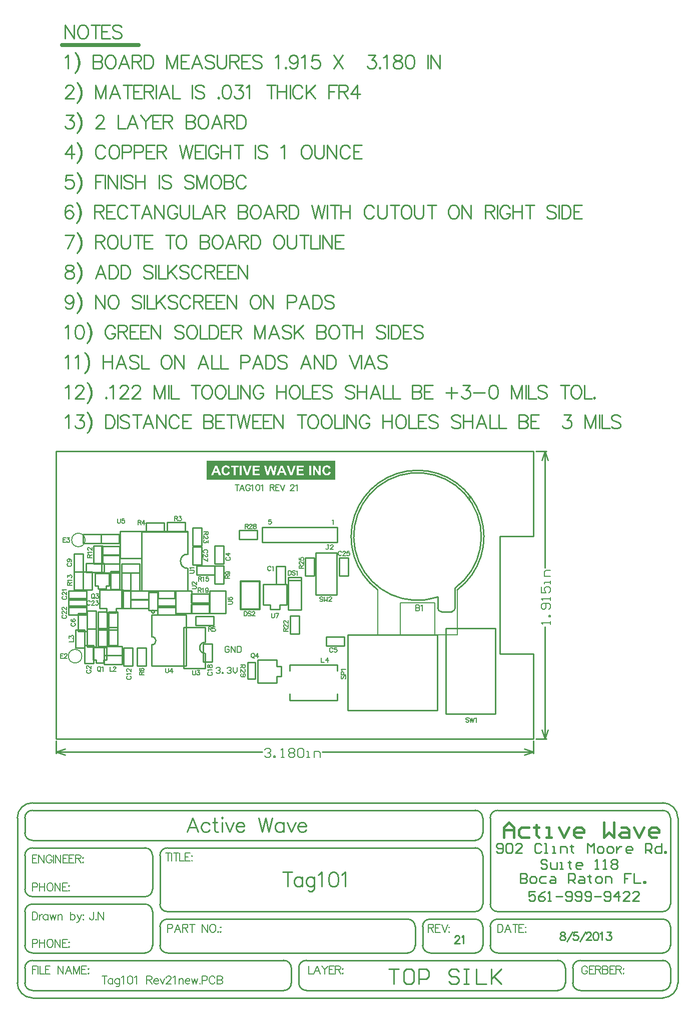
<source format=gto>
%FSLAX25Y25*%
%MOIN*%
G70*
G01*
G75*
G04 Layer_Color=65535*
%ADD10R,0.08000X0.12000*%
%ADD11R,0.07000X0.10000*%
%ADD12R,0.11024X0.05512*%
%ADD13R,0.01378X0.03543*%
%ADD14R,0.01378X0.03543*%
%ADD15R,0.11811X0.23622*%
%ADD16R,0.03000X0.03000*%
%ADD17R,0.11000X0.04500*%
%ADD18R,0.03600X0.03600*%
%ADD19R,0.03600X0.05000*%
%ADD20R,0.02000X0.05000*%
%ADD21O,0.01600X0.06000*%
%ADD22R,0.02362X0.02362*%
%ADD23R,0.06299X0.05118*%
%ADD24O,0.01600X0.06000*%
%ADD25R,0.09000X0.02362*%
%ADD26R,0.02362X0.10000*%
%ADD27R,0.07000X0.02362*%
%ADD28R,0.02362X0.09000*%
%ADD29O,0.02400X0.08000*%
%ADD30R,0.10000X0.07000*%
%ADD31R,0.10000X0.10000*%
%ADD32C,0.01200*%
%ADD33R,0.03000X0.03000*%
%ADD34C,0.04000*%
%ADD35R,0.07400X0.04500*%
%ADD36R,0.03600X0.03600*%
%ADD37R,0.05000X0.03600*%
%ADD38R,0.08000X0.03500*%
%ADD39C,0.01000*%
%ADD40C,0.01500*%
%ADD41C,0.04000*%
%ADD42C,0.02500*%
%ADD43C,0.00600*%
%ADD44C,0.01600*%
%ADD45C,0.01400*%
%ADD46C,0.00800*%
%ADD47C,0.02000*%
%ADD48C,0.07400*%
%ADD49C,0.01200*%
%ADD50C,0.00900*%
%ADD51C,0.00500*%
%ADD52C,0.19500*%
%ADD53C,0.07000*%
%ADD54C,0.07800*%
%ADD55C,0.12200*%
%ADD56C,0.06200*%
%ADD57R,0.05000X0.05000*%
%ADD58R,0.06200X0.06200*%
%ADD59C,0.02800*%
%ADD60R,0.07000X0.07000*%
%ADD61C,0.03000*%
%ADD62C,0.00984*%
%ADD63C,0.00598*%
G36*
X181012Y167493D02*
X95400D01*
Y180120D01*
X181012D01*
Y167493D01*
D02*
G37*
%LPC*%
G36*
X146019Y177012D02*
X144653D01*
X142164Y170600D01*
X143530D01*
X144057Y172054D01*
X146644D01*
X147190Y170600D01*
X148596D01*
X146019Y177012D01*
D02*
G37*
G36*
X159995D02*
X155252D01*
Y170600D01*
X160122D01*
Y171683D01*
X156550D01*
Y173421D01*
X159751D01*
Y174504D01*
X156550D01*
Y175929D01*
X159995D01*
Y177012D01*
D02*
G37*
G36*
X164973D02*
X163675D01*
Y170600D01*
X164973D01*
Y177012D01*
D02*
G37*
G36*
X130647D02*
X125904D01*
Y170600D01*
X130774D01*
Y171683D01*
X127202D01*
Y173421D01*
X130403D01*
Y174504D01*
X127202D01*
Y175929D01*
X130647D01*
Y177012D01*
D02*
G37*
G36*
X102255D02*
X100889D01*
X98400Y170600D01*
X99766D01*
X100293Y172054D01*
X102880D01*
X103426Y170600D01*
X104832D01*
X102255Y177012D01*
D02*
G37*
G36*
X116593D02*
X111527D01*
Y175929D01*
X113411D01*
Y170600D01*
X114709D01*
Y175929D01*
X116593D01*
Y177012D01*
D02*
G37*
G36*
X118701D02*
X117403D01*
Y170600D01*
X118701D01*
Y177012D01*
D02*
G37*
G36*
X171297D02*
X170097D01*
Y172708D01*
X167452Y177012D01*
X166203D01*
Y170600D01*
X167403D01*
Y174807D01*
X169999Y170600D01*
X171297D01*
Y177012D01*
D02*
G37*
G36*
X108394Y177120D02*
X108277D01*
X108033Y177110D01*
X107799Y177081D01*
X107574Y177042D01*
X107369Y176983D01*
X107174Y176915D01*
X106999Y176837D01*
X106833Y176759D01*
X106686Y176681D01*
X106550Y176593D01*
X106432Y176515D01*
X106335Y176436D01*
X106247Y176368D01*
X106188Y176310D01*
X106140Y176271D01*
X106110Y176241D01*
X106101Y176232D01*
X105954Y176056D01*
X105827Y175870D01*
X105720Y175675D01*
X105622Y175470D01*
X105544Y175265D01*
X105486Y175051D01*
X105427Y174855D01*
X105388Y174650D01*
X105349Y174465D01*
X105320Y174299D01*
X105310Y174143D01*
X105291Y174006D01*
Y173899D01*
X105281Y173811D01*
Y173762D01*
Y173743D01*
X105291Y173469D01*
X105320Y173206D01*
X105359Y172962D01*
X105408Y172737D01*
X105476Y172523D01*
X105544Y172327D01*
X105613Y172142D01*
X105691Y171986D01*
X105769Y171839D01*
X105837Y171713D01*
X105915Y171605D01*
X105974Y171517D01*
X106023Y171449D01*
X106062Y171400D01*
X106091Y171371D01*
X106101Y171361D01*
X106257Y171205D01*
X106423Y171078D01*
X106598Y170961D01*
X106774Y170863D01*
X106950Y170776D01*
X107125Y170707D01*
X107291Y170649D01*
X107457Y170600D01*
X107613Y170561D01*
X107750Y170541D01*
X107877Y170522D01*
X107984Y170502D01*
X108072D01*
X108141Y170493D01*
X108199D01*
X108385Y170502D01*
X108570Y170512D01*
X108736Y170541D01*
X108902Y170571D01*
X109048Y170610D01*
X109185Y170649D01*
X109312Y170698D01*
X109429Y170746D01*
X109536Y170795D01*
X109634Y170844D01*
X109712Y170883D01*
X109780Y170922D01*
X109829Y170951D01*
X109868Y170981D01*
X109888Y170990D01*
X109897Y171000D01*
X110024Y171098D01*
X110132Y171215D01*
X110336Y171459D01*
X110502Y171722D01*
X110629Y171976D01*
X110688Y172093D01*
X110737Y172210D01*
X110776Y172308D01*
X110805Y172396D01*
X110834Y172474D01*
X110854Y172523D01*
X110863Y172562D01*
Y172572D01*
X109605Y172962D01*
X109536Y172708D01*
X109448Y172503D01*
X109361Y172318D01*
X109273Y172171D01*
X109195Y172064D01*
X109126Y171976D01*
X109087Y171937D01*
X109068Y171918D01*
X108921Y171810D01*
X108775Y171732D01*
X108628Y171674D01*
X108482Y171635D01*
X108365Y171615D01*
X108267Y171605D01*
X108228Y171596D01*
X108179D01*
X108053Y171605D01*
X107936Y171615D01*
X107711Y171674D01*
X107516Y171752D01*
X107350Y171849D01*
X107223Y171947D01*
X107125Y172025D01*
X107067Y172083D01*
X107057Y172093D01*
X107047Y172103D01*
X106969Y172210D01*
X106911Y172327D01*
X106852Y172454D01*
X106803Y172591D01*
X106725Y172884D01*
X106676Y173167D01*
X106657Y173303D01*
X106637Y173430D01*
X106628Y173538D01*
Y173645D01*
X106618Y173723D01*
Y173792D01*
Y173831D01*
Y173840D01*
X106628Y174045D01*
X106637Y174241D01*
X106657Y174426D01*
X106686Y174582D01*
X106716Y174738D01*
X106755Y174875D01*
X106794Y174992D01*
X106842Y175099D01*
X106881Y175197D01*
X106921Y175275D01*
X106959Y175343D01*
X106989Y175402D01*
X107018Y175441D01*
X107038Y175480D01*
X107057Y175490D01*
Y175499D01*
X107145Y175587D01*
X107233Y175675D01*
X107330Y175743D01*
X107418Y175802D01*
X107613Y175890D01*
X107799Y175949D01*
X107965Y175988D01*
X108033Y175997D01*
X108092Y176007D01*
X108141Y176017D01*
X108209D01*
X108394Y176007D01*
X108560Y175968D01*
X108716Y175929D01*
X108843Y175870D01*
X108951Y175822D01*
X109019Y175773D01*
X109068Y175734D01*
X109087Y175724D01*
X109214Y175607D01*
X109312Y175480D01*
X109399Y175353D01*
X109458Y175226D01*
X109507Y175109D01*
X109546Y175021D01*
X109556Y174963D01*
X109565Y174953D01*
Y174943D01*
X110844Y175246D01*
X110756Y175519D01*
X110649Y175753D01*
X110532Y175949D01*
X110424Y176114D01*
X110327Y176251D01*
X110249Y176339D01*
X110200Y176397D01*
X110190Y176417D01*
X110180D01*
X110034Y176544D01*
X109888Y176651D01*
X109731Y176739D01*
X109575Y176827D01*
X109419Y176895D01*
X109253Y176944D01*
X109107Y176993D01*
X108951Y177032D01*
X108814Y177061D01*
X108687Y177081D01*
X108570Y177100D01*
X108472Y177110D01*
X108394Y177120D01*
D02*
G37*
G36*
X175543D02*
X175426D01*
X175182Y177110D01*
X174948Y177081D01*
X174723Y177042D01*
X174518Y176983D01*
X174323Y176915D01*
X174147Y176837D01*
X173981Y176759D01*
X173835Y176681D01*
X173698Y176593D01*
X173581Y176515D01*
X173484Y176436D01*
X173396Y176368D01*
X173337Y176310D01*
X173289Y176271D01*
X173259Y176241D01*
X173249Y176232D01*
X173103Y176056D01*
X172976Y175870D01*
X172869Y175675D01*
X172771Y175470D01*
X172693Y175265D01*
X172635Y175051D01*
X172576Y174855D01*
X172537Y174650D01*
X172498Y174465D01*
X172469Y174299D01*
X172459Y174143D01*
X172439Y174006D01*
Y173899D01*
X172430Y173811D01*
Y173762D01*
Y173743D01*
X172439Y173469D01*
X172469Y173206D01*
X172508Y172962D01*
X172556Y172737D01*
X172625Y172523D01*
X172693Y172327D01*
X172761Y172142D01*
X172839Y171986D01*
X172918Y171839D01*
X172986Y171713D01*
X173064Y171605D01*
X173123Y171517D01*
X173171Y171449D01*
X173210Y171400D01*
X173240Y171371D01*
X173249Y171361D01*
X173406Y171205D01*
X173572Y171078D01*
X173747Y170961D01*
X173923Y170863D01*
X174099Y170776D01*
X174274Y170707D01*
X174440Y170649D01*
X174606Y170600D01*
X174762Y170561D01*
X174899Y170541D01*
X175026Y170522D01*
X175133Y170502D01*
X175221D01*
X175289Y170493D01*
X175348D01*
X175533Y170502D01*
X175719Y170512D01*
X175885Y170541D01*
X176051Y170571D01*
X176197Y170610D01*
X176334Y170649D01*
X176461Y170698D01*
X176578Y170746D01*
X176685Y170795D01*
X176783Y170844D01*
X176861Y170883D01*
X176929Y170922D01*
X176978Y170951D01*
X177017Y170981D01*
X177036Y170990D01*
X177046Y171000D01*
X177173Y171098D01*
X177280Y171215D01*
X177485Y171459D01*
X177651Y171722D01*
X177778Y171976D01*
X177837Y172093D01*
X177885Y172210D01*
X177925Y172308D01*
X177954Y172396D01*
X177983Y172474D01*
X178003Y172523D01*
X178012Y172562D01*
Y172572D01*
X176753Y172962D01*
X176685Y172708D01*
X176597Y172503D01*
X176509Y172318D01*
X176421Y172171D01*
X176343Y172064D01*
X176275Y171976D01*
X176236Y171937D01*
X176216Y171918D01*
X176070Y171810D01*
X175924Y171732D01*
X175777Y171674D01*
X175631Y171635D01*
X175514Y171615D01*
X175416Y171605D01*
X175377Y171596D01*
X175328D01*
X175201Y171605D01*
X175084Y171615D01*
X174860Y171674D01*
X174665Y171752D01*
X174499Y171849D01*
X174372Y171947D01*
X174274Y172025D01*
X174216Y172083D01*
X174206Y172093D01*
X174196Y172103D01*
X174118Y172210D01*
X174059Y172327D01*
X174001Y172454D01*
X173952Y172591D01*
X173874Y172884D01*
X173825Y173167D01*
X173806Y173303D01*
X173786Y173430D01*
X173776Y173538D01*
Y173645D01*
X173767Y173723D01*
Y173792D01*
Y173831D01*
Y173840D01*
X173776Y174045D01*
X173786Y174241D01*
X173806Y174426D01*
X173835Y174582D01*
X173864Y174738D01*
X173903Y174875D01*
X173942Y174992D01*
X173991Y175099D01*
X174030Y175197D01*
X174069Y175275D01*
X174108Y175343D01*
X174138Y175402D01*
X174167Y175441D01*
X174186Y175480D01*
X174206Y175490D01*
Y175499D01*
X174294Y175587D01*
X174382Y175675D01*
X174479Y175743D01*
X174567Y175802D01*
X174762Y175890D01*
X174948Y175949D01*
X175114Y175988D01*
X175182Y175997D01*
X175241Y176007D01*
X175289Y176017D01*
X175358D01*
X175543Y176007D01*
X175709Y175968D01*
X175865Y175929D01*
X175992Y175870D01*
X176099Y175822D01*
X176168Y175773D01*
X176216Y175734D01*
X176236Y175724D01*
X176363Y175607D01*
X176461Y175480D01*
X176548Y175353D01*
X176607Y175226D01*
X176656Y175109D01*
X176695Y175021D01*
X176705Y174963D01*
X176714Y174953D01*
Y174943D01*
X177993Y175246D01*
X177905Y175519D01*
X177798Y175753D01*
X177681Y175949D01*
X177573Y176114D01*
X177476Y176251D01*
X177397Y176339D01*
X177349Y176397D01*
X177339Y176417D01*
X177329D01*
X177183Y176544D01*
X177036Y176651D01*
X176880Y176739D01*
X176724Y176827D01*
X176568Y176895D01*
X176402Y176944D01*
X176256Y176993D01*
X176099Y177032D01*
X175963Y177061D01*
X175836Y177081D01*
X175719Y177100D01*
X175621Y177110D01*
X175543Y177120D01*
D02*
G37*
G36*
X154598Y177012D02*
X153212D01*
X151651Y172269D01*
X150021Y177012D01*
X148625D01*
X150919Y170600D01*
X152314D01*
X154598Y177012D01*
D02*
G37*
G36*
X125250D02*
X123864D01*
X122302Y172269D01*
X120672Y177012D01*
X119277D01*
X121570Y170600D01*
X122966D01*
X125250Y177012D01*
D02*
G37*
G36*
X142135D02*
X140827D01*
X139851Y172532D01*
X138719Y177012D01*
X137186D01*
X136015Y172601D01*
X135068Y177012D01*
X133741D01*
X135234Y170600D01*
X136659D01*
X137928Y175392D01*
X139207Y170600D01*
X140593D01*
X142135Y177012D01*
D02*
G37*
%LPD*%
G36*
X102460Y173138D02*
X100694D01*
X101562Y175519D01*
X102460Y173138D01*
D02*
G37*
G36*
X146224D02*
X144457D01*
X145326Y175519D01*
X146224Y173138D01*
D02*
G37*
D39*
X262246Y94125D02*
G03*
X235802Y173850I-26445J35477D01*
G01*
Y173832D02*
G03*
X209320Y94175I0J-44230D01*
G01*
X82639Y117970D02*
G03*
X82639Y108521I0J-4724D01*
G01*
X94446Y59298D02*
G03*
X94446Y51817I0J-3740D01*
G01*
X60600Y79600D02*
G03*
X60600Y79600I-1000J0D01*
G01*
X58800Y57546D02*
G03*
X58800Y62954I0J2704D01*
G01*
X168000Y91000D02*
Y119000D01*
X182000D01*
Y91000D02*
Y119000D01*
X168000Y91000D02*
X182000D01*
X189472Y64197D02*
X219000D01*
X189472Y14000D02*
Y64197D01*
X219000D01*
X189472Y14000D02*
Y64197D01*
X248921Y13803D02*
Y64197D01*
X219000D02*
X248921D01*
X219000Y13803D02*
X248921D01*
X189472D02*
X219000D01*
X189472Y64197D02*
X219000D01*
X82639Y128206D02*
Y132931D01*
X79764D02*
X82639D01*
X51930D02*
X79764D01*
X182445Y40055D02*
Y44311D01*
Y20689D02*
Y24945D01*
X150555Y20689D02*
Y24945D01*
Y40055D02*
Y44311D01*
X182445D01*
X150555Y20689D02*
X182445D01*
X132432Y126000D02*
Y136000D01*
X182432D01*
Y126000D02*
Y136000D01*
X132432Y126000D02*
X182432D01*
X216800Y-158603D02*
X223464D01*
X220132D01*
Y-168600D01*
X231795Y-158603D02*
X228463D01*
X226797Y-160269D01*
Y-166934D01*
X228463Y-168600D01*
X231795D01*
X233461Y-166934D01*
Y-160269D01*
X231795Y-158603D01*
X236793Y-168600D02*
Y-158603D01*
X241792D01*
X243458Y-160269D01*
Y-163602D01*
X241792Y-165268D01*
X236793D01*
X263452Y-160269D02*
X261786Y-158603D01*
X258453D01*
X256787Y-160269D01*
Y-161935D01*
X258453Y-163602D01*
X261786D01*
X263452Y-165268D01*
Y-166934D01*
X261786Y-168600D01*
X258453D01*
X256787Y-166934D01*
X266784Y-158603D02*
X270116D01*
X268450D01*
Y-168600D01*
X266784D01*
X270116D01*
X275114Y-158603D02*
Y-168600D01*
X281779D01*
X285111Y-158603D02*
Y-168600D01*
Y-165268D01*
X291776Y-158603D01*
X286777Y-163602D01*
X291776Y-168600D01*
X313000Y-14900D02*
Y-6500D01*
X-5000Y-14900D02*
Y-6500D01*
X172494Y-13900D02*
X313000D01*
X-5000D02*
X132306D01*
X307000Y-11900D02*
X313000Y-13900D01*
X307000Y-15900D02*
X313000Y-13900D01*
X-5000D02*
X1000Y-15900D01*
X-5000Y-13900D02*
X1000Y-11900D01*
X314500Y186500D02*
X321600D01*
X314500Y-5000D02*
X321600D01*
X320600Y108744D02*
Y186500D01*
Y-5000D02*
Y69556D01*
X318600Y180500D02*
X320600Y186500D01*
X322600Y180500D01*
X320600Y-5000D02*
X322600Y1000D01*
X318600D02*
X320600Y-5000D01*
X260785Y95320D02*
G03*
X249300Y89401I-24985J34380D01*
G01*
X249300Y82000D02*
G03*
X251600Y79700I2300J0D01*
G01*
X258500D02*
G03*
X260800Y82000I0J2300D01*
G01*
X249300D02*
Y89400D01*
X251600Y79700D02*
X258500D01*
X260800Y82000D02*
Y95300D01*
X-5000Y186500D02*
X313000D01*
Y130000D02*
Y186500D01*
X290500Y51400D02*
Y130000D01*
X313000Y-5000D02*
Y51400D01*
X-5000Y-5000D02*
Y186500D01*
X290500Y51400D02*
X313000D01*
X290500Y130000D02*
X313000D01*
X-5000Y-5000D02*
X313000D01*
X404192Y-130118D02*
G03*
X399292Y-125218I-4900J0D01*
G01*
X289192D02*
G03*
X284192Y-130218I0J-5000D01*
G01*
X399192Y-120218D02*
G03*
X404192Y-115218I0J5000D01*
G01*
X284192D02*
G03*
X289192Y-120218I5000J0D01*
G01*
X-20808Y-47718D02*
G03*
X-30808Y-57718I0J-10000D01*
G01*
Y-167618D02*
G03*
X-20884Y-177716I10100J0D01*
G01*
X399192Y-177718D02*
G03*
X409192Y-167718I0J10000D01*
G01*
Y-57718D02*
G03*
X399192Y-47718I-10000J0D01*
G01*
X404192Y-57618D02*
G03*
X399121Y-52721I-4900J0D01*
G01*
X399192Y-147718D02*
G03*
X404192Y-142718I0J5000D01*
G01*
X404192Y-157630D02*
G03*
X399192Y-152717I-5000J-87D01*
G01*
Y-172718D02*
G03*
X404192Y-167718I0J5000D01*
G01*
X274192Y-147718D02*
G03*
X279192Y-142718I0J5000D01*
G01*
X284192Y-142818D02*
G03*
X289177Y-147717I4900J0D01*
G01*
X279192Y-130118D02*
G03*
X274292Y-125218I-4900J0D01*
G01*
X-25808Y-167718D02*
G03*
X-20895Y-172717I5000J0D01*
G01*
X274279Y-120218D02*
G03*
X279193Y-115218I-87J5000D01*
G01*
X-20808Y-152718D02*
G03*
X-25808Y-157718I0J-5000D01*
G01*
X279192Y-82718D02*
G03*
X274192Y-77718I-5000J0D01*
G01*
Y-72718D02*
G03*
X279192Y-67718I0J5000D01*
G01*
X289192Y-52718D02*
G03*
X284192Y-57718I0J-5000D01*
G01*
X279192D02*
G03*
X274192Y-52718I-5000J0D01*
G01*
X-20808D02*
G03*
X-25808Y-57718I0J-5000D01*
G01*
Y-67718D02*
G03*
X-20808Y-72718I5000J0D01*
G01*
Y-77718D02*
G03*
X-25808Y-82718I0J-5000D01*
G01*
Y-105218D02*
G03*
X-20808Y-110218I5000J0D01*
G01*
Y-115218D02*
G03*
X-25808Y-120218I0J-5000D01*
G01*
Y-142718D02*
G03*
X-20895Y-147717I5000J0D01*
G01*
X69192Y-77718D02*
G03*
X64192Y-82718I0J-5000D01*
G01*
X69192Y-125218D02*
G03*
X64192Y-130218I0J-5000D01*
G01*
X243992Y-125218D02*
G03*
X239199Y-130269I0J-4800D01*
G01*
X239192Y-142618D02*
G03*
X244203Y-147717I5100J0D01*
G01*
X229292Y-147718D02*
G03*
X234191Y-142732I0J4900D01*
G01*
X234192Y-130118D02*
G03*
X229292Y-125218I-4900J0D01*
G01*
X54292Y-147718D02*
G03*
X59192Y-142818I0J4900D01*
G01*
X64192D02*
G03*
X69092Y-147718I4900J0D01*
G01*
X64192Y-115318D02*
G03*
X69092Y-120218I4900J0D01*
G01*
X59192Y-120118D02*
G03*
X54121Y-115221I-4900J0D01*
G01*
X54392Y-110218D02*
G03*
X59192Y-105418I0J4800D01*
G01*
Y-82618D02*
G03*
X54292Y-77718I-4900J0D01*
G01*
X344192Y-152718D02*
G03*
X339192Y-157718I0J-5000D01*
G01*
Y-167818D02*
G03*
X344178Y-172717I4900J0D01*
G01*
X329308Y-172718D02*
G03*
X334190Y-167750I84J4800D01*
G01*
X334192Y-157718D02*
G03*
X329192Y-152718I-5000J0D01*
G01*
X156692Y-167718D02*
G03*
X161605Y-172717I5000J0D01*
G01*
X161692Y-152718D02*
G03*
X156692Y-157718I0J-5000D01*
G01*
X146808Y-172718D02*
G03*
X151690Y-167750I84J4800D01*
G01*
X151692Y-157718D02*
G03*
X146692Y-152718I-5000J0D01*
G01*
X404192Y-142718D02*
Y-130118D01*
X284192Y-142718D02*
Y-130218D01*
X404192Y-115218D02*
Y-57718D01*
X284192Y-115218D02*
Y-57718D01*
X-30808Y-167718D02*
Y-57718D01*
X-25808Y-167718D02*
Y-157718D01*
X404192Y-167718D02*
Y-157718D01*
X279192Y-142718D02*
Y-130218D01*
X239192Y-142718D02*
Y-130218D01*
X64192Y-142718D02*
Y-130218D01*
X234192Y-142718D02*
Y-130218D01*
X64192Y-115218D02*
Y-82718D01*
X279192Y-115218D02*
Y-82718D01*
Y-67718D02*
Y-57718D01*
X-25808Y-67718D02*
Y-57718D01*
X59192Y-105218D02*
Y-82718D01*
X-25808Y-105218D02*
Y-82718D01*
X59192Y-142718D02*
Y-120218D01*
X-25808Y-142718D02*
Y-120218D01*
X409192Y-167718D02*
Y-57718D01*
X339192Y-167718D02*
Y-157718D01*
X334192Y-167718D02*
Y-157718D01*
X156692Y-167718D02*
Y-157718D01*
X151692Y-167718D02*
Y-157718D01*
X289192Y-125218D02*
X399192D01*
X289192Y-120218D02*
X399192D01*
X69192D02*
X274192D01*
X289192Y-52718D02*
X399192D01*
X289192Y-147718D02*
X399192D01*
X244192Y-125218D02*
X274192D01*
X244192Y-147718D02*
X274192D01*
X69192D02*
X229192D01*
X69192Y-125218D02*
X229192D01*
X69192Y-77718D02*
X274192D01*
X-20808Y-72718D02*
X274192D01*
X-20808Y-77718D02*
X54192D01*
X-20808Y-110218D02*
X54192D01*
X-20808Y-115218D02*
X54192D01*
X-20808Y-147718D02*
X54192D01*
X-20808Y-47718D02*
X399192D01*
X-20808Y-177718D02*
X399192D01*
X-20808Y-52718D02*
X274192D01*
X344192Y-152718D02*
X399192D01*
X344192Y-172718D02*
X399192D01*
X161692Y-152718D02*
X329192D01*
X-20808D02*
X146692D01*
X-20808Y-172718D02*
X146692D01*
X161692D02*
X329192D01*
X322117Y-86358D02*
X321051Y-85292D01*
X318919D01*
X317852Y-86358D01*
Y-87424D01*
X318919Y-88491D01*
X321051D01*
X322117Y-89557D01*
Y-90623D01*
X321051Y-91690D01*
X318919D01*
X317852Y-90623D01*
X324250Y-87424D02*
Y-90623D01*
X325317Y-91690D01*
X328516D01*
Y-87424D01*
X330648Y-91690D02*
X332781D01*
X331714D01*
Y-87424D01*
X330648D01*
X337046Y-86358D02*
Y-87424D01*
X335980D01*
X338112D01*
X337046D01*
Y-90623D01*
X338112Y-91690D01*
X344510D02*
X342378D01*
X341311Y-90623D01*
Y-88491D01*
X342378Y-87424D01*
X344510D01*
X345577Y-88491D01*
Y-89557D01*
X341311D01*
X354107Y-91690D02*
X356240D01*
X355173D01*
Y-85292D01*
X354107Y-86358D01*
X359439Y-91690D02*
X361571D01*
X360505D01*
Y-85292D01*
X359439Y-86358D01*
X364770D02*
X365837Y-85292D01*
X367969D01*
X369036Y-86358D01*
Y-87424D01*
X367969Y-88491D01*
X369036Y-89557D01*
Y-90623D01*
X367969Y-91690D01*
X365837D01*
X364770Y-90623D01*
Y-89557D01*
X365837Y-88491D01*
X364770Y-87424D01*
Y-86358D01*
X365837Y-88491D02*
X367969D01*
X314118Y-106792D02*
X309852D01*
Y-109991D01*
X311985Y-108924D01*
X313051D01*
X314118Y-109991D01*
Y-112123D01*
X313051Y-113190D01*
X310919D01*
X309852Y-112123D01*
X320515Y-106792D02*
X318383Y-107858D01*
X316250Y-109991D01*
Y-112123D01*
X317317Y-113190D01*
X319449D01*
X320515Y-112123D01*
Y-111057D01*
X319449Y-109991D01*
X316250D01*
X322648Y-113190D02*
X324781D01*
X323714D01*
Y-106792D01*
X322648Y-107858D01*
X327980Y-109991D02*
X332245D01*
X334378Y-112123D02*
X335444Y-113190D01*
X337577D01*
X338643Y-112123D01*
Y-107858D01*
X337577Y-106792D01*
X335444D01*
X334378Y-107858D01*
Y-108924D01*
X335444Y-109991D01*
X338643D01*
X340776Y-112123D02*
X341842Y-113190D01*
X343974D01*
X345041Y-112123D01*
Y-107858D01*
X343974Y-106792D01*
X341842D01*
X340776Y-107858D01*
Y-108924D01*
X341842Y-109991D01*
X345041D01*
X347174Y-112123D02*
X348240Y-113190D01*
X350373D01*
X351439Y-112123D01*
Y-107858D01*
X350373Y-106792D01*
X348240D01*
X347174Y-107858D01*
Y-108924D01*
X348240Y-109991D01*
X351439D01*
X353571D02*
X357837D01*
X359969Y-112123D02*
X361036Y-113190D01*
X363168D01*
X364235Y-112123D01*
Y-107858D01*
X363168Y-106792D01*
X361036D01*
X359969Y-107858D01*
Y-108924D01*
X361036Y-109991D01*
X364235D01*
X369566Y-113190D02*
Y-106792D01*
X366367Y-109991D01*
X370633D01*
X377030Y-113190D02*
X372765D01*
X377030Y-108924D01*
Y-107858D01*
X375964Y-106792D01*
X373832D01*
X372765Y-107858D01*
X383428Y-113190D02*
X379163D01*
X383428Y-108924D01*
Y-107858D01*
X382362Y-106792D01*
X380229D01*
X379163Y-107858D01*
X288352Y-80123D02*
X289419Y-81190D01*
X291551D01*
X292618Y-80123D01*
Y-75858D01*
X291551Y-74792D01*
X289419D01*
X288352Y-75858D01*
Y-76925D01*
X289419Y-77991D01*
X292618D01*
X294750Y-75858D02*
X295816Y-74792D01*
X297949D01*
X299015Y-75858D01*
Y-80123D01*
X297949Y-81190D01*
X295816D01*
X294750Y-80123D01*
Y-75858D01*
X305413Y-81190D02*
X301148D01*
X305413Y-76925D01*
Y-75858D01*
X304347Y-74792D01*
X302214D01*
X301148Y-75858D01*
X318209D02*
X317143Y-74792D01*
X315010D01*
X313944Y-75858D01*
Y-80123D01*
X315010Y-81190D01*
X317143D01*
X318209Y-80123D01*
X320342Y-81190D02*
X322475D01*
X321408D01*
Y-74792D01*
X320342D01*
X325674Y-81190D02*
X327806D01*
X326740D01*
Y-76925D01*
X325674D01*
X331005Y-81190D02*
Y-76925D01*
X334204D01*
X335270Y-77991D01*
Y-81190D01*
X338469Y-75858D02*
Y-76925D01*
X337403D01*
X339536D01*
X338469D01*
Y-80123D01*
X339536Y-81190D01*
X349133D02*
Y-74792D01*
X351265Y-76925D01*
X353398Y-74792D01*
Y-81190D01*
X356597D02*
X358730D01*
X359796Y-80123D01*
Y-77991D01*
X358730Y-76925D01*
X356597D01*
X355531Y-77991D01*
Y-80123D01*
X356597Y-81190D01*
X362995D02*
X365127D01*
X366194Y-80123D01*
Y-77991D01*
X365127Y-76925D01*
X362995D01*
X361928Y-77991D01*
Y-80123D01*
X362995Y-81190D01*
X368326Y-76925D02*
Y-81190D01*
Y-79057D01*
X369393Y-77991D01*
X370459Y-76925D01*
X371525D01*
X377923Y-81190D02*
X375791D01*
X374724Y-80123D01*
Y-77991D01*
X375791Y-76925D01*
X377923D01*
X378990Y-77991D01*
Y-79057D01*
X374724D01*
X387520Y-81190D02*
Y-74792D01*
X390719D01*
X391785Y-75858D01*
Y-77991D01*
X390719Y-79057D01*
X387520D01*
X389653D02*
X391785Y-81190D01*
X398183Y-74792D02*
Y-81190D01*
X394984D01*
X393918Y-80123D01*
Y-77991D01*
X394984Y-76925D01*
X398183D01*
X400316Y-81190D02*
Y-80123D01*
X401382D01*
Y-81190D01*
X400316D01*
X304352Y-94792D02*
Y-101190D01*
X307551D01*
X308617Y-100123D01*
Y-99057D01*
X307551Y-97991D01*
X304352D01*
X307551D01*
X308617Y-96925D01*
Y-95858D01*
X307551Y-94792D01*
X304352D01*
X311817Y-101190D02*
X313949D01*
X315016Y-100123D01*
Y-97991D01*
X313949Y-96925D01*
X311817D01*
X310750Y-97991D01*
Y-100123D01*
X311817Y-101190D01*
X321413Y-96925D02*
X318214D01*
X317148Y-97991D01*
Y-100123D01*
X318214Y-101190D01*
X321413D01*
X324612Y-96925D02*
X326745D01*
X327811Y-97991D01*
Y-101190D01*
X324612D01*
X323546Y-100123D01*
X324612Y-99057D01*
X327811D01*
X336342Y-101190D02*
Y-94792D01*
X339541D01*
X340607Y-95858D01*
Y-97991D01*
X339541Y-99057D01*
X336342D01*
X338474D02*
X340607Y-101190D01*
X343806Y-96925D02*
X345939D01*
X347005Y-97991D01*
Y-101190D01*
X343806D01*
X342740Y-100123D01*
X343806Y-99057D01*
X347005D01*
X350204Y-95858D02*
Y-96925D01*
X349138D01*
X351270D01*
X350204D01*
Y-100123D01*
X351270Y-101190D01*
X355536D02*
X357668D01*
X358735Y-100123D01*
Y-97991D01*
X357668Y-96925D01*
X355536D01*
X354469Y-97991D01*
Y-100123D01*
X355536Y-101190D01*
X360867D02*
Y-96925D01*
X364066D01*
X365133Y-97991D01*
Y-101190D01*
X377928Y-94792D02*
X373663D01*
Y-97991D01*
X375796D01*
X373663D01*
Y-101190D01*
X380061Y-94792D02*
Y-101190D01*
X384326D01*
X386459D02*
Y-100123D01*
X387525D01*
Y-101190D01*
X386459D01*
X1060Y228934D02*
X1917Y229363D01*
X3202Y230648D01*
Y221650D01*
X8087Y228506D02*
Y228934D01*
X8515Y229791D01*
X8944Y230220D01*
X9801Y230648D01*
X11514D01*
X12371Y230220D01*
X12800Y229791D01*
X13228Y228934D01*
Y228077D01*
X12800Y227220D01*
X11943Y225935D01*
X7658Y221650D01*
X13657D01*
X15671Y232362D02*
X16528Y231505D01*
X17385Y230220D01*
X18242Y228506D01*
X18670Y226363D01*
Y224649D01*
X18242Y222507D01*
X17385Y220793D01*
X16528Y219508D01*
X15671Y218651D01*
X16528Y231505D02*
X17385Y229791D01*
X17813Y228506D01*
X18242Y226363D01*
Y224649D01*
X17813Y222507D01*
X17385Y221221D01*
X16528Y219508D01*
X28354Y222507D02*
X27925Y222078D01*
X28354Y221650D01*
X28782Y222078D01*
X28354Y222507D01*
X30753Y228934D02*
X31610Y229363D01*
X32896Y230648D01*
Y221650D01*
X37780Y228506D02*
Y228934D01*
X38209Y229791D01*
X38637Y230220D01*
X39494Y230648D01*
X41208D01*
X42065Y230220D01*
X42494Y229791D01*
X42922Y228934D01*
Y228077D01*
X42494Y227220D01*
X41637Y225935D01*
X37352Y221650D01*
X43351D01*
X45793Y228506D02*
Y228934D01*
X46221Y229791D01*
X46650Y230220D01*
X47507Y230648D01*
X49221D01*
X50078Y230220D01*
X50506Y229791D01*
X50935Y228934D01*
Y228077D01*
X50506Y227220D01*
X49649Y225935D01*
X45364Y221650D01*
X51363D01*
X60447Y230648D02*
Y221650D01*
Y230648D02*
X63875Y221650D01*
X67303Y230648D02*
X63875Y221650D01*
X67303Y230648D02*
Y221650D01*
X69873Y230648D02*
Y221650D01*
X71759Y230648D02*
Y221650D01*
X76901D01*
X87955Y230648D02*
Y221650D01*
X84956Y230648D02*
X90955D01*
X94597D02*
X93740Y230220D01*
X92883Y229363D01*
X92454Y228506D01*
X92026Y227220D01*
Y225078D01*
X92454Y223792D01*
X92883Y222935D01*
X93740Y222078D01*
X94597Y221650D01*
X96311D01*
X97168Y222078D01*
X98025Y222935D01*
X98453Y223792D01*
X98882Y225078D01*
Y227220D01*
X98453Y228506D01*
X98025Y229363D01*
X97168Y230220D01*
X96311Y230648D01*
X94597D01*
X103552D02*
X102695Y230220D01*
X101838Y229363D01*
X101410Y228506D01*
X100981Y227220D01*
Y225078D01*
X101410Y223792D01*
X101838Y222935D01*
X102695Y222078D01*
X103552Y221650D01*
X105266D01*
X106123Y222078D01*
X106980Y222935D01*
X107408Y223792D01*
X107837Y225078D01*
Y227220D01*
X107408Y228506D01*
X106980Y229363D01*
X106123Y230220D01*
X105266Y230648D01*
X103552D01*
X109936D02*
Y221650D01*
X115078D01*
X116064Y230648D02*
Y221650D01*
X117949Y230648D02*
Y221650D01*
Y230648D02*
X123948Y221650D01*
Y230648D02*
Y221650D01*
X132860Y228506D02*
X132431Y229363D01*
X131574Y230220D01*
X130718Y230648D01*
X129004D01*
X128147Y230220D01*
X127290Y229363D01*
X126861Y228506D01*
X126433Y227220D01*
Y225078D01*
X126861Y223792D01*
X127290Y222935D01*
X128147Y222078D01*
X129004Y221650D01*
X130718D01*
X131574Y222078D01*
X132431Y222935D01*
X132860Y223792D01*
Y225078D01*
X130718D02*
X132860D01*
X141987Y230648D02*
Y221650D01*
X147985Y230648D02*
Y221650D01*
X141987Y226363D02*
X147985D01*
X153041Y230648D02*
X152184Y230220D01*
X151327Y229363D01*
X150899Y228506D01*
X150470Y227220D01*
Y225078D01*
X150899Y223792D01*
X151327Y222935D01*
X152184Y222078D01*
X153041Y221650D01*
X154755D01*
X155612Y222078D01*
X156469Y222935D01*
X156898Y223792D01*
X157326Y225078D01*
Y227220D01*
X156898Y228506D01*
X156469Y229363D01*
X155612Y230220D01*
X154755Y230648D01*
X153041D01*
X159426D02*
Y221650D01*
X164567D01*
X171123Y230648D02*
X165553D01*
Y221650D01*
X171123D01*
X165553Y226363D02*
X168981D01*
X178622Y229363D02*
X177765Y230220D01*
X176479Y230648D01*
X174765D01*
X173480Y230220D01*
X172623Y229363D01*
Y228506D01*
X173051Y227649D01*
X173480Y227220D01*
X174337Y226792D01*
X176908Y225935D01*
X177765Y225506D01*
X178193Y225078D01*
X178622Y224221D01*
Y222935D01*
X177765Y222078D01*
X176479Y221650D01*
X174765D01*
X173480Y222078D01*
X172623Y222935D01*
X193704Y229363D02*
X192847Y230220D01*
X191562Y230648D01*
X189848D01*
X188562Y230220D01*
X187705Y229363D01*
Y228506D01*
X188134Y227649D01*
X188562Y227220D01*
X189419Y226792D01*
X191990Y225935D01*
X192847Y225506D01*
X193276Y225078D01*
X193704Y224221D01*
Y222935D01*
X192847Y222078D01*
X191562Y221650D01*
X189848D01*
X188562Y222078D01*
X187705Y222935D01*
X195718Y230648D02*
Y221650D01*
X201717Y230648D02*
Y221650D01*
X195718Y226363D02*
X201717D01*
X211057Y221650D02*
X207630Y230648D01*
X204202Y221650D01*
X205487Y224649D02*
X209772D01*
X213157Y230648D02*
Y221650D01*
X218299D01*
X219284Y230648D02*
Y221650D01*
X224426D01*
X232482Y230648D02*
Y221650D01*
Y230648D02*
X236338D01*
X237623Y230220D01*
X238052Y229791D01*
X238480Y228934D01*
Y228077D01*
X238052Y227220D01*
X237623Y226792D01*
X236338Y226363D01*
X232482D02*
X236338D01*
X237623Y225935D01*
X238052Y225506D01*
X238480Y224649D01*
Y223364D01*
X238052Y222507D01*
X237623Y222078D01*
X236338Y221650D01*
X232482D01*
X246064Y230648D02*
X240494D01*
Y221650D01*
X246064D01*
X240494Y226363D02*
X243922D01*
X258490Y229363D02*
Y221650D01*
X254634Y225506D02*
X262347D01*
X265860Y230648D02*
X270573D01*
X268002Y227220D01*
X269288D01*
X270145Y226792D01*
X270573Y226363D01*
X271002Y225078D01*
Y224221D01*
X270573Y222935D01*
X269716Y222078D01*
X268431Y221650D01*
X267145D01*
X265860Y222078D01*
X265432Y222507D01*
X265003Y223364D01*
X273016Y225506D02*
X280728D01*
X285956Y230648D02*
X284670Y230220D01*
X283813Y228934D01*
X283385Y226792D01*
Y225506D01*
X283813Y223364D01*
X284670Y222078D01*
X285956Y221650D01*
X286813D01*
X288098Y222078D01*
X288955Y223364D01*
X289384Y225506D01*
Y226792D01*
X288955Y228934D01*
X288098Y230220D01*
X286813Y230648D01*
X285956D01*
X298467D02*
Y221650D01*
Y230648D02*
X301895Y221650D01*
X305323Y230648D02*
X301895Y221650D01*
X305323Y230648D02*
Y221650D01*
X307894Y230648D02*
Y221650D01*
X309779Y230648D02*
Y221650D01*
X314921D01*
X321905Y229363D02*
X321048Y230220D01*
X319763Y230648D01*
X318049D01*
X316763Y230220D01*
X315906Y229363D01*
Y228506D01*
X316335Y227649D01*
X316763Y227220D01*
X317620Y226792D01*
X320191Y225935D01*
X321048Y225506D01*
X321477Y225078D01*
X321905Y224221D01*
Y222935D01*
X321048Y222078D01*
X319763Y221650D01*
X318049D01*
X316763Y222078D01*
X315906Y222935D01*
X333988Y230648D02*
Y221650D01*
X330989Y230648D02*
X336988D01*
X340630D02*
X339773Y230220D01*
X338916Y229363D01*
X338487Y228506D01*
X338059Y227220D01*
Y225078D01*
X338487Y223792D01*
X338916Y222935D01*
X339773Y222078D01*
X340630Y221650D01*
X342344D01*
X343201Y222078D01*
X344057Y222935D01*
X344486Y223792D01*
X344915Y225078D01*
Y227220D01*
X344486Y228506D01*
X344057Y229363D01*
X343201Y230220D01*
X342344Y230648D01*
X340630D01*
X347014D02*
Y221650D01*
X352156D01*
X353570Y222507D02*
X353141Y222078D01*
X353570Y221650D01*
X353998Y222078D01*
X353570Y222507D01*
X960Y448834D02*
X1817Y449263D01*
X3102Y450548D01*
Y441550D01*
X7558Y452262D02*
X8415Y451405D01*
X9272Y450120D01*
X10129Y448406D01*
X10558Y446263D01*
Y444549D01*
X10129Y442407D01*
X9272Y440693D01*
X8415Y439408D01*
X7558Y438551D01*
X8415Y451405D02*
X9272Y449691D01*
X9701Y448406D01*
X10129Y446263D01*
Y444549D01*
X9701Y442407D01*
X9272Y441121D01*
X8415Y439408D01*
X19813Y450548D02*
Y441550D01*
Y450548D02*
X23669D01*
X24954Y450120D01*
X25383Y449691D01*
X25811Y448834D01*
Y447977D01*
X25383Y447120D01*
X24954Y446692D01*
X23669Y446263D01*
X19813D02*
X23669D01*
X24954Y445835D01*
X25383Y445406D01*
X25811Y444549D01*
Y443264D01*
X25383Y442407D01*
X24954Y441979D01*
X23669Y441550D01*
X19813D01*
X30396Y450548D02*
X29539Y450120D01*
X28682Y449263D01*
X28254Y448406D01*
X27825Y447120D01*
Y444978D01*
X28254Y443692D01*
X28682Y442835D01*
X29539Y441979D01*
X30396Y441550D01*
X32110D01*
X32967Y441979D01*
X33824Y442835D01*
X34253Y443692D01*
X34681Y444978D01*
Y447120D01*
X34253Y448406D01*
X33824Y449263D01*
X32967Y450120D01*
X32110Y450548D01*
X30396D01*
X43636Y441550D02*
X40208Y450548D01*
X36781Y441550D01*
X38066Y444549D02*
X42351D01*
X45736Y450548D02*
Y441550D01*
Y450548D02*
X49592D01*
X50877Y450120D01*
X51306Y449691D01*
X51734Y448834D01*
Y447977D01*
X51306Y447120D01*
X50877Y446692D01*
X49592Y446263D01*
X45736D01*
X48735D02*
X51734Y441550D01*
X53748Y450548D02*
Y441550D01*
Y450548D02*
X56748D01*
X58033Y450120D01*
X58890Y449263D01*
X59319Y448406D01*
X59747Y447120D01*
Y444978D01*
X59319Y443692D01*
X58890Y442835D01*
X58033Y441979D01*
X56748Y441550D01*
X53748D01*
X68831Y450548D02*
Y441550D01*
Y450548D02*
X72259Y441550D01*
X75686Y450548D02*
X72259Y441550D01*
X75686Y450548D02*
Y441550D01*
X83828Y450548D02*
X78257D01*
Y441550D01*
X83828D01*
X78257Y446263D02*
X81685D01*
X92183Y441550D02*
X88755Y450548D01*
X85327Y441550D01*
X86613Y444549D02*
X90898D01*
X100281Y449263D02*
X99424Y450120D01*
X98139Y450548D01*
X96425D01*
X95139Y450120D01*
X94282Y449263D01*
Y448406D01*
X94711Y447549D01*
X95139Y447120D01*
X95996Y446692D01*
X98567Y445835D01*
X99424Y445406D01*
X99853Y444978D01*
X100281Y444121D01*
Y442835D01*
X99424Y441979D01*
X98139Y441550D01*
X96425D01*
X95139Y441979D01*
X94282Y442835D01*
X102295Y450548D02*
Y444121D01*
X102724Y442835D01*
X103580Y441979D01*
X104866Y441550D01*
X105723D01*
X107008Y441979D01*
X107865Y442835D01*
X108294Y444121D01*
Y450548D01*
X110779D02*
Y441550D01*
Y450548D02*
X114635D01*
X115921Y450120D01*
X116349Y449691D01*
X116778Y448834D01*
Y447977D01*
X116349Y447120D01*
X115921Y446692D01*
X114635Y446263D01*
X110779D01*
X113778D02*
X116778Y441550D01*
X124362Y450548D02*
X118791D01*
Y441550D01*
X124362D01*
X118791Y446263D02*
X122219D01*
X131860Y449263D02*
X131003Y450120D01*
X129718Y450548D01*
X128004D01*
X126718Y450120D01*
X125861Y449263D01*
Y448406D01*
X126290Y447549D01*
X126718Y447120D01*
X127575Y446692D01*
X130146Y445835D01*
X131003Y445406D01*
X131432Y444978D01*
X131860Y444121D01*
Y442835D01*
X131003Y441979D01*
X129718Y441550D01*
X128004D01*
X126718Y441979D01*
X125861Y442835D01*
X140944Y448834D02*
X141801Y449263D01*
X143086Y450548D01*
Y441550D01*
X147971Y442407D02*
X147543Y441979D01*
X147971Y441550D01*
X148399Y441979D01*
X147971Y442407D01*
X155941Y447549D02*
X155512Y446263D01*
X154655Y445406D01*
X153370Y444978D01*
X152941D01*
X151656Y445406D01*
X150799Y446263D01*
X150370Y447549D01*
Y447977D01*
X150799Y449263D01*
X151656Y450120D01*
X152941Y450548D01*
X153370D01*
X154655Y450120D01*
X155512Y449263D01*
X155941Y447549D01*
Y445406D01*
X155512Y443264D01*
X154655Y441979D01*
X153370Y441550D01*
X152513D01*
X151227Y441979D01*
X150799Y442835D01*
X158383Y448834D02*
X159240Y449263D01*
X160525Y450548D01*
Y441550D01*
X170123Y450548D02*
X165839D01*
X165410Y446692D01*
X165839Y447120D01*
X167124Y447549D01*
X168409D01*
X169695Y447120D01*
X170552Y446263D01*
X170980Y444978D01*
Y444121D01*
X170552Y442835D01*
X169695Y441979D01*
X168409Y441550D01*
X167124D01*
X165839Y441979D01*
X165410Y442407D01*
X164982Y443264D01*
X180064Y450548D02*
X186063Y441550D01*
Y450548D02*
X180064Y441550D01*
X203073Y450548D02*
X207787D01*
X205216Y447120D01*
X206501D01*
X207358Y446692D01*
X207787Y446263D01*
X208215Y444978D01*
Y444121D01*
X207787Y442835D01*
X206930Y441979D01*
X205644Y441550D01*
X204359D01*
X203073Y441979D01*
X202645Y442407D01*
X202217Y443264D01*
X210658Y442407D02*
X210229Y441979D01*
X210658Y441550D01*
X211086Y441979D01*
X210658Y442407D01*
X213057Y448834D02*
X213914Y449263D01*
X215199Y450548D01*
Y441550D01*
X221798Y450548D02*
X220513Y450120D01*
X220084Y449263D01*
Y448406D01*
X220513Y447549D01*
X221370Y447120D01*
X223083Y446692D01*
X224369Y446263D01*
X225226Y445406D01*
X225654Y444549D01*
Y443264D01*
X225226Y442407D01*
X224797Y441979D01*
X223512Y441550D01*
X221798D01*
X220513Y441979D01*
X220084Y442407D01*
X219656Y443264D01*
Y444549D01*
X220084Y445406D01*
X220941Y446263D01*
X222227Y446692D01*
X223940Y447120D01*
X224797Y447549D01*
X225226Y448406D01*
Y449263D01*
X224797Y450120D01*
X223512Y450548D01*
X221798D01*
X230239D02*
X228954Y450120D01*
X228097Y448834D01*
X227668Y446692D01*
Y445406D01*
X228097Y443264D01*
X228954Y441979D01*
X230239Y441550D01*
X231096D01*
X232381Y441979D01*
X233238Y443264D01*
X233667Y445406D01*
Y446692D01*
X233238Y448834D01*
X232381Y450120D01*
X231096Y450548D01*
X230239D01*
X242751D02*
Y441550D01*
X244636Y450548D02*
Y441550D01*
Y450548D02*
X250635Y441550D01*
Y450548D02*
Y441550D01*
X960Y470548D02*
Y461550D01*
Y470548D02*
X6958Y461550D01*
Y470548D02*
Y461550D01*
X12014Y470548D02*
X11157Y470120D01*
X10300Y469263D01*
X9872Y468406D01*
X9443Y467120D01*
Y464978D01*
X9872Y463692D01*
X10300Y462835D01*
X11157Y461978D01*
X12014Y461550D01*
X13728D01*
X14585Y461978D01*
X15442Y462835D01*
X15871Y463692D01*
X16299Y464978D01*
Y467120D01*
X15871Y468406D01*
X15442Y469263D01*
X14585Y470120D01*
X13728Y470548D01*
X12014D01*
X21398D02*
Y461550D01*
X18399Y470548D02*
X24397D01*
X31039D02*
X25469D01*
Y461550D01*
X31039D01*
X25469Y466263D02*
X28896D01*
X38537Y469263D02*
X37680Y470120D01*
X36395Y470548D01*
X34681D01*
X33395Y470120D01*
X32539Y469263D01*
Y468406D01*
X32967Y467549D01*
X33395Y467120D01*
X34253Y466692D01*
X36823Y465835D01*
X37680Y465406D01*
X38109Y464978D01*
X38537Y464121D01*
Y462835D01*
X37680Y461978D01*
X36395Y461550D01*
X34681D01*
X33395Y461978D01*
X32539Y462835D01*
X960Y268834D02*
X1817Y269263D01*
X3102Y270548D01*
Y261550D01*
X10129Y270548D02*
X8844Y270120D01*
X7987Y268834D01*
X7558Y266692D01*
Y265406D01*
X7987Y263264D01*
X8844Y261979D01*
X10129Y261550D01*
X10986D01*
X12271Y261979D01*
X13128Y263264D01*
X13557Y265406D01*
Y266692D01*
X13128Y268834D01*
X12271Y270120D01*
X10986Y270548D01*
X10129D01*
X15571Y272262D02*
X16428Y271405D01*
X17285Y270120D01*
X18142Y268406D01*
X18570Y266263D01*
Y264549D01*
X18142Y262407D01*
X17285Y260693D01*
X16428Y259408D01*
X15571Y258551D01*
X16428Y271405D02*
X17285Y269691D01*
X17713Y268406D01*
X18142Y266263D01*
Y264549D01*
X17713Y262407D01*
X17285Y261122D01*
X16428Y259408D01*
X34253Y268406D02*
X33824Y269263D01*
X32967Y270120D01*
X32110Y270548D01*
X30396D01*
X29539Y270120D01*
X28682Y269263D01*
X28254Y268406D01*
X27825Y267120D01*
Y264978D01*
X28254Y263692D01*
X28682Y262835D01*
X29539Y261979D01*
X30396Y261550D01*
X32110D01*
X32967Y261979D01*
X33824Y262835D01*
X34253Y263692D01*
Y264978D01*
X32110D02*
X34253D01*
X36309Y270548D02*
Y261550D01*
Y270548D02*
X40165D01*
X41451Y270120D01*
X41879Y269691D01*
X42308Y268834D01*
Y267977D01*
X41879Y267120D01*
X41451Y266692D01*
X40165Y266263D01*
X36309D01*
X39309D02*
X42308Y261550D01*
X49892Y270548D02*
X44322D01*
Y261550D01*
X49892D01*
X44322Y266263D02*
X47750D01*
X56962Y270548D02*
X51392D01*
Y261550D01*
X56962D01*
X51392Y266263D02*
X54820D01*
X58462Y270548D02*
Y261550D01*
Y270548D02*
X64460Y261550D01*
Y270548D02*
Y261550D01*
X80014Y269263D02*
X79157Y270120D01*
X77872Y270548D01*
X76158D01*
X74872Y270120D01*
X74015Y269263D01*
Y268406D01*
X74444Y267549D01*
X74872Y267120D01*
X75729Y266692D01*
X78300Y265835D01*
X79157Y265406D01*
X79586Y264978D01*
X80014Y264121D01*
Y262835D01*
X79157Y261979D01*
X77872Y261550D01*
X76158D01*
X74872Y261979D01*
X74015Y262835D01*
X84599Y270548D02*
X83742Y270120D01*
X82885Y269263D01*
X82456Y268406D01*
X82028Y267120D01*
Y264978D01*
X82456Y263692D01*
X82885Y262835D01*
X83742Y261979D01*
X84599Y261550D01*
X86313D01*
X87170Y261979D01*
X88027Y262835D01*
X88455Y263692D01*
X88884Y264978D01*
Y267120D01*
X88455Y268406D01*
X88027Y269263D01*
X87170Y270120D01*
X86313Y270548D01*
X84599D01*
X90983D02*
Y261550D01*
X96125D01*
X97110Y270548D02*
Y261550D01*
Y270548D02*
X100110D01*
X101395Y270120D01*
X102252Y269263D01*
X102681Y268406D01*
X103109Y267120D01*
Y264978D01*
X102681Y263692D01*
X102252Y262835D01*
X101395Y261979D01*
X100110Y261550D01*
X97110D01*
X110693Y270548D02*
X105123D01*
Y261550D01*
X110693D01*
X105123Y266263D02*
X108551D01*
X112193Y270548D02*
Y261550D01*
Y270548D02*
X116049D01*
X117335Y270120D01*
X117763Y269691D01*
X118192Y268834D01*
Y267977D01*
X117763Y267120D01*
X117335Y266692D01*
X116049Y266263D01*
X112193D01*
X115192D02*
X118192Y261550D01*
X127275Y270548D02*
Y261550D01*
Y270548D02*
X130703Y261550D01*
X134131Y270548D02*
X130703Y261550D01*
X134131Y270548D02*
Y261550D01*
X143558D02*
X140130Y270548D01*
X136702Y261550D01*
X137987Y264549D02*
X142272D01*
X151656Y269263D02*
X150799Y270120D01*
X149513Y270548D01*
X147800D01*
X146514Y270120D01*
X145657Y269263D01*
Y268406D01*
X146086Y267549D01*
X146514Y267120D01*
X147371Y266692D01*
X149942Y265835D01*
X150799Y265406D01*
X151227Y264978D01*
X151656Y264121D01*
Y262835D01*
X150799Y261979D01*
X149513Y261550D01*
X147800D01*
X146514Y261979D01*
X145657Y262835D01*
X153670Y270548D02*
Y261550D01*
X159668Y270548D02*
X153670Y264549D01*
X155812Y266692D02*
X159668Y261550D01*
X168752Y270548D02*
Y261550D01*
Y270548D02*
X172608D01*
X173894Y270120D01*
X174322Y269691D01*
X174751Y268834D01*
Y267977D01*
X174322Y267120D01*
X173894Y266692D01*
X172608Y266263D01*
X168752D02*
X172608D01*
X173894Y265835D01*
X174322Y265406D01*
X174751Y264549D01*
Y263264D01*
X174322Y262407D01*
X173894Y261979D01*
X172608Y261550D01*
X168752D01*
X179336Y270548D02*
X178479Y270120D01*
X177622Y269263D01*
X177193Y268406D01*
X176765Y267120D01*
Y264978D01*
X177193Y263692D01*
X177622Y262835D01*
X178479Y261979D01*
X179336Y261550D01*
X181050D01*
X181906Y261979D01*
X182764Y262835D01*
X183192Y263692D01*
X183620Y264978D01*
Y267120D01*
X183192Y268406D01*
X182764Y269263D01*
X181906Y270120D01*
X181050Y270548D01*
X179336D01*
X188719D02*
Y261550D01*
X185720Y270548D02*
X191719D01*
X192790D02*
Y261550D01*
X198789Y270548D02*
Y261550D01*
X192790Y266263D02*
X198789D01*
X214342Y269263D02*
X213486Y270120D01*
X212200Y270548D01*
X210486D01*
X209201Y270120D01*
X208344Y269263D01*
Y268406D01*
X208772Y267549D01*
X209201Y267120D01*
X210058Y266692D01*
X212629Y265835D01*
X213486Y265406D01*
X213914Y264978D01*
X214342Y264121D01*
Y262835D01*
X213486Y261979D01*
X212200Y261550D01*
X210486D01*
X209201Y261979D01*
X208344Y262835D01*
X216356Y270548D02*
Y261550D01*
X218242Y270548D02*
Y261550D01*
Y270548D02*
X221241D01*
X222526Y270120D01*
X223383Y269263D01*
X223812Y268406D01*
X224240Y267120D01*
Y264978D01*
X223812Y263692D01*
X223383Y262835D01*
X222526Y261979D01*
X221241Y261550D01*
X218242D01*
X231824Y270548D02*
X226254D01*
Y261550D01*
X231824D01*
X226254Y266263D02*
X229682D01*
X239323Y269263D02*
X238466Y270120D01*
X237180Y270548D01*
X235467D01*
X234181Y270120D01*
X233324Y269263D01*
Y268406D01*
X233753Y267549D01*
X234181Y267120D01*
X235038Y266692D01*
X237609Y265835D01*
X238466Y265406D01*
X238894Y264978D01*
X239323Y264121D01*
Y262835D01*
X238466Y261979D01*
X237180Y261550D01*
X235467D01*
X234181Y261979D01*
X233324Y262835D01*
X1817Y410548D02*
X6530D01*
X3959Y407120D01*
X5244D01*
X6101Y406692D01*
X6530Y406263D01*
X6958Y404978D01*
Y404121D01*
X6530Y402835D01*
X5673Y401978D01*
X4388Y401550D01*
X3102D01*
X1817Y401978D01*
X1388Y402407D01*
X960Y403264D01*
X8972Y412262D02*
X9829Y411405D01*
X10686Y410120D01*
X11543Y408406D01*
X11972Y406263D01*
Y404549D01*
X11543Y402407D01*
X10686Y400693D01*
X9829Y399408D01*
X8972Y398551D01*
X9829Y411405D02*
X10686Y409691D01*
X11115Y408406D01*
X11543Y406263D01*
Y404549D01*
X11115Y402407D01*
X10686Y401122D01*
X9829Y399408D01*
X21655Y408406D02*
Y408834D01*
X22084Y409691D01*
X22512Y410120D01*
X23369Y410548D01*
X25083D01*
X25940Y410120D01*
X26368Y409691D01*
X26797Y408834D01*
Y407977D01*
X26368Y407120D01*
X25512Y405835D01*
X21227Y401550D01*
X27225D01*
X36309Y410548D02*
Y401550D01*
X41451D01*
X49292D02*
X45864Y410548D01*
X42437Y401550D01*
X43722Y404549D02*
X48007D01*
X51392Y410548D02*
X54820Y406263D01*
Y401550D01*
X58247Y410548D02*
X54820Y406263D01*
X64974Y410548D02*
X59404D01*
Y401550D01*
X64974D01*
X59404Y406263D02*
X62832D01*
X66474Y410548D02*
Y401550D01*
Y410548D02*
X70331D01*
X71616Y410120D01*
X72044Y409691D01*
X72473Y408834D01*
Y407977D01*
X72044Y407120D01*
X71616Y406692D01*
X70331Y406263D01*
X66474D01*
X69473D02*
X72473Y401550D01*
X81557Y410548D02*
Y401550D01*
Y410548D02*
X85413D01*
X86698Y410120D01*
X87127Y409691D01*
X87555Y408834D01*
Y407977D01*
X87127Y407120D01*
X86698Y406692D01*
X85413Y406263D01*
X81557D02*
X85413D01*
X86698Y405835D01*
X87127Y405406D01*
X87555Y404549D01*
Y403264D01*
X87127Y402407D01*
X86698Y401978D01*
X85413Y401550D01*
X81557D01*
X92140Y410548D02*
X91283Y410120D01*
X90426Y409263D01*
X89998Y408406D01*
X89569Y407120D01*
Y404978D01*
X89998Y403692D01*
X90426Y402835D01*
X91283Y401978D01*
X92140Y401550D01*
X93854D01*
X94711Y401978D01*
X95568Y402835D01*
X95996Y403692D01*
X96425Y404978D01*
Y407120D01*
X95996Y408406D01*
X95568Y409263D01*
X94711Y410120D01*
X93854Y410548D01*
X92140D01*
X105380Y401550D02*
X101952Y410548D01*
X98524Y401550D01*
X99810Y404549D02*
X104095D01*
X107480Y410548D02*
Y401550D01*
Y410548D02*
X111336D01*
X112621Y410120D01*
X113050Y409691D01*
X113478Y408834D01*
Y407977D01*
X113050Y407120D01*
X112621Y406692D01*
X111336Y406263D01*
X107480D01*
X110479D02*
X113478Y401550D01*
X115492Y410548D02*
Y401550D01*
Y410548D02*
X118492D01*
X119777Y410120D01*
X120634Y409263D01*
X121062Y408406D01*
X121491Y407120D01*
Y404978D01*
X121062Y403692D01*
X120634Y402835D01*
X119777Y401978D01*
X118492Y401550D01*
X115492D01*
X5244Y390548D02*
X960Y384549D01*
X7387D01*
X5244Y390548D02*
Y381550D01*
X8972Y392262D02*
X9829Y391405D01*
X10686Y390120D01*
X11543Y388406D01*
X11971Y386263D01*
Y384549D01*
X11543Y382407D01*
X10686Y380693D01*
X9829Y379408D01*
X8972Y378551D01*
X9829Y391405D02*
X10686Y389691D01*
X11115Y388406D01*
X11543Y386263D01*
Y384549D01*
X11115Y382407D01*
X10686Y381121D01*
X9829Y379408D01*
X27654Y388406D02*
X27225Y389263D01*
X26368Y390120D01*
X25512Y390548D01*
X23798D01*
X22941Y390120D01*
X22084Y389263D01*
X21655Y388406D01*
X21227Y387120D01*
Y384978D01*
X21655Y383692D01*
X22084Y382835D01*
X22941Y381979D01*
X23798Y381550D01*
X25512D01*
X26368Y381979D01*
X27225Y382835D01*
X27654Y383692D01*
X32753Y390548D02*
X31896Y390120D01*
X31039Y389263D01*
X30610Y388406D01*
X30182Y387120D01*
Y384978D01*
X30610Y383692D01*
X31039Y382835D01*
X31896Y381979D01*
X32753Y381550D01*
X34467D01*
X35324Y381979D01*
X36181Y382835D01*
X36609Y383692D01*
X37038Y384978D01*
Y387120D01*
X36609Y388406D01*
X36181Y389263D01*
X35324Y390120D01*
X34467Y390548D01*
X32753D01*
X39137Y385835D02*
X42993D01*
X44279Y386263D01*
X44707Y386692D01*
X45136Y387549D01*
Y388834D01*
X44707Y389691D01*
X44279Y390120D01*
X42993Y390548D01*
X39137D01*
Y381550D01*
X47150Y385835D02*
X51006D01*
X52291Y386263D01*
X52720Y386692D01*
X53148Y387549D01*
Y388834D01*
X52720Y389691D01*
X52291Y390120D01*
X51006Y390548D01*
X47150D01*
Y381550D01*
X60733Y390548D02*
X55162D01*
Y381550D01*
X60733D01*
X55162Y386263D02*
X58590D01*
X62232Y390548D02*
Y381550D01*
Y390548D02*
X66088D01*
X67374Y390120D01*
X67802Y389691D01*
X68231Y388834D01*
Y387977D01*
X67802Y387120D01*
X67374Y386692D01*
X66088Y386263D01*
X62232D01*
X65232D02*
X68231Y381550D01*
X77315Y390548D02*
X79457Y381550D01*
X81599Y390548D02*
X79457Y381550D01*
X81599Y390548D02*
X83742Y381550D01*
X85884Y390548D02*
X83742Y381550D01*
X93254Y390548D02*
X87684D01*
Y381550D01*
X93254D01*
X87684Y386263D02*
X91112D01*
X94754Y390548D02*
Y381550D01*
X103066Y388406D02*
X102638Y389263D01*
X101781Y390120D01*
X100924Y390548D01*
X99210D01*
X98353Y390120D01*
X97496Y389263D01*
X97068Y388406D01*
X96639Y387120D01*
Y384978D01*
X97068Y383692D01*
X97496Y382835D01*
X98353Y381979D01*
X99210Y381550D01*
X100924D01*
X101781Y381979D01*
X102638Y382835D01*
X103066Y383692D01*
Y384978D01*
X100924D02*
X103066D01*
X105123Y390548D02*
Y381550D01*
X111122Y390548D02*
Y381550D01*
X105123Y386263D02*
X111122D01*
X116606Y390548D02*
Y381550D01*
X113607Y390548D02*
X119606D01*
X127747D02*
Y381550D01*
X135631Y389263D02*
X134774Y390120D01*
X133488Y390548D01*
X131774D01*
X130489Y390120D01*
X129632Y389263D01*
Y388406D01*
X130061Y387549D01*
X130489Y387120D01*
X131346Y386692D01*
X133917Y385835D01*
X134774Y385406D01*
X135202Y384978D01*
X135631Y384121D01*
Y382835D01*
X134774Y381979D01*
X133488Y381550D01*
X131774D01*
X130489Y381979D01*
X129632Y382835D01*
X144714Y388834D02*
X145571Y389263D01*
X146857Y390548D01*
Y381550D01*
X160954Y390548D02*
X160097Y390120D01*
X159240Y389263D01*
X158811Y388406D01*
X158383Y387120D01*
Y384978D01*
X158811Y383692D01*
X159240Y382835D01*
X160097Y381979D01*
X160954Y381550D01*
X162668D01*
X163525Y381979D01*
X164382Y382835D01*
X164810Y383692D01*
X165239Y384978D01*
Y387120D01*
X164810Y388406D01*
X164382Y389263D01*
X163525Y390120D01*
X162668Y390548D01*
X160954D01*
X167338D02*
Y384121D01*
X167767Y382835D01*
X168624Y381979D01*
X169909Y381550D01*
X170766D01*
X172052Y381979D01*
X172908Y382835D01*
X173337Y384121D01*
Y390548D01*
X175822D02*
Y381550D01*
Y390548D02*
X181821Y381550D01*
Y390548D02*
Y381550D01*
X190733Y388406D02*
X190305Y389263D01*
X189448Y390120D01*
X188591Y390548D01*
X186877D01*
X186020Y390120D01*
X185163Y389263D01*
X184734Y388406D01*
X184306Y387120D01*
Y384978D01*
X184734Y383692D01*
X185163Y382835D01*
X186020Y381979D01*
X186877Y381550D01*
X188591D01*
X189448Y381979D01*
X190305Y382835D01*
X190733Y383692D01*
X198831Y390548D02*
X193261D01*
Y381550D01*
X198831D01*
X193261Y386263D02*
X196689D01*
X6101Y370548D02*
X1817D01*
X1388Y366692D01*
X1817Y367120D01*
X3102Y367549D01*
X4387D01*
X5673Y367120D01*
X6530Y366263D01*
X6958Y364978D01*
Y364121D01*
X6530Y362835D01*
X5673Y361979D01*
X4387Y361550D01*
X3102D01*
X1817Y361979D01*
X1388Y362407D01*
X960Y363264D01*
X8972Y372262D02*
X9829Y371405D01*
X10686Y370120D01*
X11543Y368406D01*
X11971Y366263D01*
Y364549D01*
X11543Y362407D01*
X10686Y360693D01*
X9829Y359408D01*
X8972Y358551D01*
X9829Y371405D02*
X10686Y369691D01*
X11115Y368406D01*
X11543Y366263D01*
Y364549D01*
X11115Y362407D01*
X10686Y361122D01*
X9829Y359408D01*
X21227Y370548D02*
Y361550D01*
Y370548D02*
X26797D01*
X21227Y366263D02*
X24655D01*
X27825Y370548D02*
Y361550D01*
X29711Y370548D02*
Y361550D01*
Y370548D02*
X35709Y361550D01*
Y370548D02*
Y361550D01*
X38195Y370548D02*
Y361550D01*
X46079Y369263D02*
X45222Y370120D01*
X43936Y370548D01*
X42222D01*
X40937Y370120D01*
X40080Y369263D01*
Y368406D01*
X40508Y367549D01*
X40937Y367120D01*
X41794Y366692D01*
X44365Y365835D01*
X45222Y365406D01*
X45650Y364978D01*
X46079Y364121D01*
Y362835D01*
X45222Y361979D01*
X43936Y361550D01*
X42222D01*
X40937Y361979D01*
X40080Y362835D01*
X48092Y370548D02*
Y361550D01*
X54091Y370548D02*
Y361550D01*
X48092Y366263D02*
X54091D01*
X63646Y370548D02*
Y361550D01*
X71530Y369263D02*
X70673Y370120D01*
X69388Y370548D01*
X67674D01*
X66388Y370120D01*
X65531Y369263D01*
Y368406D01*
X65960Y367549D01*
X66388Y367120D01*
X67245Y366692D01*
X69816Y365835D01*
X70673Y365406D01*
X71102Y364978D01*
X71530Y364121D01*
Y362835D01*
X70673Y361979D01*
X69388Y361550D01*
X67674D01*
X66388Y361979D01*
X65531Y362835D01*
X86613Y369263D02*
X85756Y370120D01*
X84470Y370548D01*
X82756D01*
X81471Y370120D01*
X80614Y369263D01*
Y368406D01*
X81042Y367549D01*
X81471Y367120D01*
X82328Y366692D01*
X84899Y365835D01*
X85756Y365406D01*
X86184Y364978D01*
X86613Y364121D01*
Y362835D01*
X85756Y361979D01*
X84470Y361550D01*
X82756D01*
X81471Y361979D01*
X80614Y362835D01*
X88626Y370548D02*
Y361550D01*
Y370548D02*
X92054Y361550D01*
X95482Y370548D02*
X92054Y361550D01*
X95482Y370548D02*
Y361550D01*
X100624Y370548D02*
X99767Y370120D01*
X98910Y369263D01*
X98482Y368406D01*
X98053Y367120D01*
Y364978D01*
X98482Y363692D01*
X98910Y362835D01*
X99767Y361979D01*
X100624Y361550D01*
X102338D01*
X103195Y361979D01*
X104052Y362835D01*
X104480Y363692D01*
X104909Y364978D01*
Y367120D01*
X104480Y368406D01*
X104052Y369263D01*
X103195Y370120D01*
X102338Y370548D01*
X100624D01*
X107008D02*
Y361550D01*
Y370548D02*
X110865D01*
X112150Y370120D01*
X112578Y369691D01*
X113007Y368834D01*
Y367977D01*
X112578Y367120D01*
X112150Y366692D01*
X110865Y366263D01*
X107008D02*
X110865D01*
X112150Y365835D01*
X112578Y365406D01*
X113007Y364549D01*
Y363264D01*
X112578Y362407D01*
X112150Y361979D01*
X110865Y361550D01*
X107008D01*
X121448Y368406D02*
X121020Y369263D01*
X120163Y370120D01*
X119306Y370548D01*
X117592D01*
X116735Y370120D01*
X115878Y369263D01*
X115449Y368406D01*
X115021Y367120D01*
Y364978D01*
X115449Y363692D01*
X115878Y362835D01*
X116735Y361979D01*
X117592Y361550D01*
X119306D01*
X120163Y361979D01*
X121020Y362835D01*
X121448Y363692D01*
X6101Y349263D02*
X5673Y350120D01*
X4387Y350548D01*
X3531D01*
X2245Y350120D01*
X1388Y348834D01*
X960Y346692D01*
Y344549D01*
X1388Y342835D01*
X2245Y341979D01*
X3531Y341550D01*
X3959D01*
X5244Y341979D01*
X6101Y342835D01*
X6530Y344121D01*
Y344549D01*
X6101Y345835D01*
X5244Y346692D01*
X3959Y347120D01*
X3531D01*
X2245Y346692D01*
X1388Y345835D01*
X960Y344549D01*
X8501Y352262D02*
X9358Y351405D01*
X10215Y350120D01*
X11072Y348406D01*
X11500Y346263D01*
Y344549D01*
X11072Y342407D01*
X10215Y340693D01*
X9358Y339408D01*
X8501Y338551D01*
X9358Y351405D02*
X10215Y349691D01*
X10643Y348406D01*
X11072Y346263D01*
Y344549D01*
X10643Y342407D01*
X10215Y341122D01*
X9358Y339408D01*
X20755Y350548D02*
Y341550D01*
Y350548D02*
X24612D01*
X25897Y350120D01*
X26326Y349691D01*
X26754Y348834D01*
Y347977D01*
X26326Y347120D01*
X25897Y346692D01*
X24612Y346263D01*
X20755D01*
X23755D02*
X26754Y341550D01*
X34338Y350548D02*
X28768D01*
Y341550D01*
X34338D01*
X28768Y346263D02*
X32196D01*
X42265Y348406D02*
X41837Y349263D01*
X40980Y350120D01*
X40123Y350548D01*
X38409D01*
X37552Y350120D01*
X36695Y349263D01*
X36266Y348406D01*
X35838Y347120D01*
Y344978D01*
X36266Y343692D01*
X36695Y342835D01*
X37552Y341979D01*
X38409Y341550D01*
X40123D01*
X40980Y341979D01*
X41837Y342835D01*
X42265Y343692D01*
X47792Y350548D02*
Y341550D01*
X44793Y350548D02*
X50792D01*
X58719Y341550D02*
X55291Y350548D01*
X51863Y341550D01*
X53148Y344549D02*
X57433D01*
X60818Y350548D02*
Y341550D01*
Y350548D02*
X66817Y341550D01*
Y350548D02*
Y341550D01*
X75729Y348406D02*
X75301Y349263D01*
X74444Y350120D01*
X73587Y350548D01*
X71873D01*
X71016Y350120D01*
X70159Y349263D01*
X69731Y348406D01*
X69302Y347120D01*
Y344978D01*
X69731Y343692D01*
X70159Y342835D01*
X71016Y341979D01*
X71873Y341550D01*
X73587D01*
X74444Y341979D01*
X75301Y342835D01*
X75729Y343692D01*
Y344978D01*
X73587D02*
X75729D01*
X77786Y350548D02*
Y344121D01*
X78215Y342835D01*
X79071Y341979D01*
X80357Y341550D01*
X81214D01*
X82499Y341979D01*
X83356Y342835D01*
X83785Y344121D01*
Y350548D01*
X86270D02*
Y341550D01*
X91412D01*
X99253D02*
X95825Y350548D01*
X92397Y341550D01*
X93683Y344549D02*
X97967D01*
X101352Y350548D02*
Y341550D01*
Y350548D02*
X105209D01*
X106494Y350120D01*
X106923Y349691D01*
X107351Y348834D01*
Y347977D01*
X106923Y347120D01*
X106494Y346692D01*
X105209Y346263D01*
X101352D01*
X104352D02*
X107351Y341550D01*
X116435Y350548D02*
Y341550D01*
Y350548D02*
X120291D01*
X121577Y350120D01*
X122005Y349691D01*
X122433Y348834D01*
Y347977D01*
X122005Y347120D01*
X121577Y346692D01*
X120291Y346263D01*
X116435D02*
X120291D01*
X121577Y345835D01*
X122005Y345406D01*
X122433Y344549D01*
Y343264D01*
X122005Y342407D01*
X121577Y341979D01*
X120291Y341550D01*
X116435D01*
X127018Y350548D02*
X126161Y350120D01*
X125304Y349263D01*
X124876Y348406D01*
X124447Y347120D01*
Y344978D01*
X124876Y343692D01*
X125304Y342835D01*
X126161Y341979D01*
X127018Y341550D01*
X128732D01*
X129589Y341979D01*
X130446Y342835D01*
X130875Y343692D01*
X131303Y344978D01*
Y347120D01*
X130875Y348406D01*
X130446Y349263D01*
X129589Y350120D01*
X128732Y350548D01*
X127018D01*
X140258Y341550D02*
X136830Y350548D01*
X133403Y341550D01*
X134688Y344549D02*
X138973D01*
X142358Y350548D02*
Y341550D01*
Y350548D02*
X146214D01*
X147500Y350120D01*
X147928Y349691D01*
X148357Y348834D01*
Y347977D01*
X147928Y347120D01*
X147500Y346692D01*
X146214Y346263D01*
X142358D01*
X145357D02*
X148357Y341550D01*
X150370Y350548D02*
Y341550D01*
Y350548D02*
X153370D01*
X154655Y350120D01*
X155512Y349263D01*
X155941Y348406D01*
X156369Y347120D01*
Y344978D01*
X155941Y343692D01*
X155512Y342835D01*
X154655Y341979D01*
X153370Y341550D01*
X150370D01*
X165453Y350548D02*
X167595Y341550D01*
X169738Y350548D02*
X167595Y341550D01*
X169738Y350548D02*
X171880Y341550D01*
X174022Y350548D02*
X171880Y341550D01*
X175822Y350548D02*
Y341550D01*
X180707Y350548D02*
Y341550D01*
X177707Y350548D02*
X183706D01*
X184777D02*
Y341550D01*
X190776Y350548D02*
Y341550D01*
X184777Y346263D02*
X190776D01*
X206758Y348406D02*
X206330Y349263D01*
X205473Y350120D01*
X204616Y350548D01*
X202902D01*
X202045Y350120D01*
X201188Y349263D01*
X200760Y348406D01*
X200331Y347120D01*
Y344978D01*
X200760Y343692D01*
X201188Y342835D01*
X202045Y341979D01*
X202902Y341550D01*
X204616D01*
X205473Y341979D01*
X206330Y342835D01*
X206758Y343692D01*
X209286Y350548D02*
Y344121D01*
X209715Y342835D01*
X210572Y341979D01*
X211857Y341550D01*
X212714D01*
X214000Y341979D01*
X214857Y342835D01*
X215285Y344121D01*
Y350548D01*
X220770D02*
Y341550D01*
X217770Y350548D02*
X223769D01*
X227411D02*
X226554Y350120D01*
X225697Y349263D01*
X225269Y348406D01*
X224840Y347120D01*
Y344978D01*
X225269Y343692D01*
X225697Y342835D01*
X226554Y341979D01*
X227411Y341550D01*
X229125D01*
X229982Y341979D01*
X230839Y342835D01*
X231267Y343692D01*
X231696Y344978D01*
Y347120D01*
X231267Y348406D01*
X230839Y349263D01*
X229982Y350120D01*
X229125Y350548D01*
X227411D01*
X233795D02*
Y344121D01*
X234224Y342835D01*
X235081Y341979D01*
X236366Y341550D01*
X237223D01*
X238509Y341979D01*
X239366Y342835D01*
X239794Y344121D01*
Y350548D01*
X245279D02*
Y341550D01*
X242279Y350548D02*
X248278D01*
X258990D02*
X258133Y350120D01*
X257276Y349263D01*
X256848Y348406D01*
X256419Y347120D01*
Y344978D01*
X256848Y343692D01*
X257276Y342835D01*
X258133Y341979D01*
X258990Y341550D01*
X260704D01*
X261561Y341979D01*
X262418Y342835D01*
X262846Y343692D01*
X263275Y344978D01*
Y347120D01*
X262846Y348406D01*
X262418Y349263D01*
X261561Y350120D01*
X260704Y350548D01*
X258990D01*
X265374D02*
Y341550D01*
Y350548D02*
X271373Y341550D01*
Y350548D02*
Y341550D01*
X280928Y350548D02*
Y341550D01*
Y350548D02*
X284785D01*
X286070Y350120D01*
X286498Y349691D01*
X286927Y348834D01*
Y347977D01*
X286498Y347120D01*
X286070Y346692D01*
X284785Y346263D01*
X280928D01*
X283927D02*
X286927Y341550D01*
X288941Y350548D02*
Y341550D01*
X297253Y348406D02*
X296825Y349263D01*
X295968Y350120D01*
X295111Y350548D01*
X293397D01*
X292540Y350120D01*
X291683Y349263D01*
X291254Y348406D01*
X290826Y347120D01*
Y344978D01*
X291254Y343692D01*
X291683Y342835D01*
X292540Y341979D01*
X293397Y341550D01*
X295111D01*
X295968Y341979D01*
X296825Y342835D01*
X297253Y343692D01*
Y344978D01*
X295111D02*
X297253D01*
X299310Y350548D02*
Y341550D01*
X305309Y350548D02*
Y341550D01*
X299310Y346263D02*
X305309D01*
X310793Y350548D02*
Y341550D01*
X307794Y350548D02*
X313792D01*
X327932Y349263D02*
X327075Y350120D01*
X325790Y350548D01*
X324076D01*
X322791Y350120D01*
X321934Y349263D01*
Y348406D01*
X322362Y347549D01*
X322791Y347120D01*
X323648Y346692D01*
X326218Y345835D01*
X327075Y345406D01*
X327504Y344978D01*
X327932Y344121D01*
Y342835D01*
X327075Y341979D01*
X325790Y341550D01*
X324076D01*
X322791Y341979D01*
X321934Y342835D01*
X329946Y350548D02*
Y341550D01*
X331832Y350548D02*
Y341550D01*
Y350548D02*
X334831D01*
X336116Y350120D01*
X336973Y349263D01*
X337402Y348406D01*
X337830Y347120D01*
Y344978D01*
X337402Y343692D01*
X336973Y342835D01*
X336116Y341979D01*
X334831Y341550D01*
X331832D01*
X345414Y350548D02*
X339844D01*
Y341550D01*
X345414D01*
X339844Y346263D02*
X343272D01*
X6958Y330548D02*
X2674Y321550D01*
X960Y330548D02*
X6958D01*
X8972Y332262D02*
X9829Y331405D01*
X10686Y330120D01*
X11543Y328406D01*
X11971Y326263D01*
Y324549D01*
X11543Y322407D01*
X10686Y320693D01*
X9829Y319408D01*
X8972Y318551D01*
X9829Y331405D02*
X10686Y329691D01*
X11115Y328406D01*
X11543Y326263D01*
Y324549D01*
X11115Y322407D01*
X10686Y321122D01*
X9829Y319408D01*
X21227Y330548D02*
Y321550D01*
Y330548D02*
X25083D01*
X26368Y330120D01*
X26797Y329691D01*
X27225Y328834D01*
Y327977D01*
X26797Y327120D01*
X26368Y326692D01*
X25083Y326263D01*
X21227D01*
X24226D02*
X27225Y321550D01*
X31810Y330548D02*
X30953Y330120D01*
X30096Y329263D01*
X29668Y328406D01*
X29239Y327120D01*
Y324978D01*
X29668Y323692D01*
X30096Y322835D01*
X30953Y321978D01*
X31810Y321550D01*
X33524D01*
X34381Y321978D01*
X35238Y322835D01*
X35666Y323692D01*
X36095Y324978D01*
Y327120D01*
X35666Y328406D01*
X35238Y329263D01*
X34381Y330120D01*
X33524Y330548D01*
X31810D01*
X38195D02*
Y324121D01*
X38623Y322835D01*
X39480Y321978D01*
X40765Y321550D01*
X41622D01*
X42908Y321978D01*
X43765Y322835D01*
X44193Y324121D01*
Y330548D01*
X49678D02*
Y321550D01*
X46678Y330548D02*
X52677D01*
X59319D02*
X53748D01*
Y321550D01*
X59319D01*
X53748Y326263D02*
X57176D01*
X70888Y330548D02*
Y321550D01*
X67888Y330548D02*
X73887D01*
X77529D02*
X76672Y330120D01*
X75815Y329263D01*
X75387Y328406D01*
X74958Y327120D01*
Y324978D01*
X75387Y323692D01*
X75815Y322835D01*
X76672Y321978D01*
X77529Y321550D01*
X79243D01*
X80100Y321978D01*
X80957Y322835D01*
X81385Y323692D01*
X81814Y324978D01*
Y327120D01*
X81385Y328406D01*
X80957Y329263D01*
X80100Y330120D01*
X79243Y330548D01*
X77529D01*
X90983D02*
Y321550D01*
Y330548D02*
X94840D01*
X96125Y330120D01*
X96553Y329691D01*
X96982Y328834D01*
Y327977D01*
X96553Y327120D01*
X96125Y326692D01*
X94840Y326263D01*
X90983D02*
X94840D01*
X96125Y325835D01*
X96553Y325406D01*
X96982Y324549D01*
Y323264D01*
X96553Y322407D01*
X96125Y321978D01*
X94840Y321550D01*
X90983D01*
X101567Y330548D02*
X100710Y330120D01*
X99853Y329263D01*
X99424Y328406D01*
X98996Y327120D01*
Y324978D01*
X99424Y323692D01*
X99853Y322835D01*
X100710Y321978D01*
X101567Y321550D01*
X103280D01*
X104138Y321978D01*
X104994Y322835D01*
X105423Y323692D01*
X105851Y324978D01*
Y327120D01*
X105423Y328406D01*
X104994Y329263D01*
X104138Y330120D01*
X103280Y330548D01*
X101567D01*
X114807Y321550D02*
X111379Y330548D01*
X107951Y321550D01*
X109236Y324549D02*
X113521D01*
X116906Y330548D02*
Y321550D01*
Y330548D02*
X120763D01*
X122048Y330120D01*
X122476Y329691D01*
X122905Y328834D01*
Y327977D01*
X122476Y327120D01*
X122048Y326692D01*
X120763Y326263D01*
X116906D01*
X119905D02*
X122905Y321550D01*
X124919Y330548D02*
Y321550D01*
Y330548D02*
X127918D01*
X129203Y330120D01*
X130061Y329263D01*
X130489Y328406D01*
X130917Y327120D01*
Y324978D01*
X130489Y323692D01*
X130061Y322835D01*
X129203Y321978D01*
X127918Y321550D01*
X124919D01*
X142572Y330548D02*
X141715Y330120D01*
X140858Y329263D01*
X140430Y328406D01*
X140001Y327120D01*
Y324978D01*
X140430Y323692D01*
X140858Y322835D01*
X141715Y321978D01*
X142572Y321550D01*
X144286D01*
X145143Y321978D01*
X146000Y322835D01*
X146428Y323692D01*
X146857Y324978D01*
Y327120D01*
X146428Y328406D01*
X146000Y329263D01*
X145143Y330120D01*
X144286Y330548D01*
X142572D01*
X148956D02*
Y324121D01*
X149385Y322835D01*
X150242Y321978D01*
X151527Y321550D01*
X152384D01*
X153670Y321978D01*
X154527Y322835D01*
X154955Y324121D01*
Y330548D01*
X160440D02*
Y321550D01*
X157440Y330548D02*
X163439D01*
X164510D02*
Y321550D01*
X169652D01*
X170638Y330548D02*
Y321550D01*
X172523Y330548D02*
Y321550D01*
Y330548D02*
X178522Y321550D01*
Y330548D02*
Y321550D01*
X186577Y330548D02*
X181007D01*
Y321550D01*
X186577D01*
X181007Y326263D02*
X184434D01*
X3102Y310548D02*
X1817Y310120D01*
X1388Y309263D01*
Y308406D01*
X1817Y307549D01*
X2674Y307120D01*
X4387Y306692D01*
X5673Y306263D01*
X6530Y305406D01*
X6958Y304549D01*
Y303264D01*
X6530Y302407D01*
X6101Y301978D01*
X4816Y301550D01*
X3102D01*
X1817Y301978D01*
X1388Y302407D01*
X960Y303264D01*
Y304549D01*
X1388Y305406D01*
X2245Y306263D01*
X3531Y306692D01*
X5244Y307120D01*
X6101Y307549D01*
X6530Y308406D01*
Y309263D01*
X6101Y310120D01*
X4816Y310548D01*
X3102D01*
X8972Y312262D02*
X9829Y311405D01*
X10686Y310120D01*
X11543Y308406D01*
X11971Y306263D01*
Y304549D01*
X11543Y302407D01*
X10686Y300693D01*
X9829Y299408D01*
X8972Y298551D01*
X9829Y311405D02*
X10686Y309691D01*
X11115Y308406D01*
X11543Y306263D01*
Y304549D01*
X11115Y302407D01*
X10686Y301121D01*
X9829Y299408D01*
X28082Y301550D02*
X24655Y310548D01*
X21227Y301550D01*
X22512Y304549D02*
X26797D01*
X30182Y310548D02*
Y301550D01*
Y310548D02*
X33181D01*
X34467Y310120D01*
X35324Y309263D01*
X35752Y308406D01*
X36181Y307120D01*
Y304978D01*
X35752Y303692D01*
X35324Y302835D01*
X34467Y301978D01*
X33181Y301550D01*
X30182D01*
X38195Y310548D02*
Y301550D01*
Y310548D02*
X41194D01*
X42479Y310120D01*
X43336Y309263D01*
X43765Y308406D01*
X44193Y307120D01*
Y304978D01*
X43765Y303692D01*
X43336Y302835D01*
X42479Y301978D01*
X41194Y301550D01*
X38195D01*
X59276Y309263D02*
X58419Y310120D01*
X57133Y310548D01*
X55419D01*
X54134Y310120D01*
X53277Y309263D01*
Y308406D01*
X53705Y307549D01*
X54134Y307120D01*
X54991Y306692D01*
X57562Y305835D01*
X58419Y305406D01*
X58847Y304978D01*
X59276Y304121D01*
Y302835D01*
X58419Y301978D01*
X57133Y301550D01*
X55419D01*
X54134Y301978D01*
X53277Y302835D01*
X61290Y310548D02*
Y301550D01*
X63175Y310548D02*
Y301550D01*
X68317D01*
X69302Y310548D02*
Y301550D01*
X75301Y310548D02*
X69302Y304549D01*
X71444Y306692D02*
X75301Y301550D01*
X83313Y309263D02*
X82456Y310120D01*
X81171Y310548D01*
X79457D01*
X78172Y310120D01*
X77315Y309263D01*
Y308406D01*
X77743Y307549D01*
X78172Y307120D01*
X79029Y306692D01*
X81599Y305835D01*
X82456Y305406D01*
X82885Y304978D01*
X83313Y304121D01*
Y302835D01*
X82456Y301978D01*
X81171Y301550D01*
X79457D01*
X78172Y301978D01*
X77315Y302835D01*
X91754Y308406D02*
X91326Y309263D01*
X90469Y310120D01*
X89612Y310548D01*
X87898D01*
X87041Y310120D01*
X86184Y309263D01*
X85756Y308406D01*
X85327Y307120D01*
Y304978D01*
X85756Y303692D01*
X86184Y302835D01*
X87041Y301978D01*
X87898Y301550D01*
X89612D01*
X90469Y301978D01*
X91326Y302835D01*
X91754Y303692D01*
X94282Y310548D02*
Y301550D01*
Y310548D02*
X98139D01*
X99424Y310120D01*
X99853Y309691D01*
X100281Y308834D01*
Y307977D01*
X99853Y307120D01*
X99424Y306692D01*
X98139Y306263D01*
X94282D01*
X97282D02*
X100281Y301550D01*
X107865Y310548D02*
X102295D01*
Y301550D01*
X107865D01*
X102295Y306263D02*
X105723D01*
X114935Y310548D02*
X109365D01*
Y301550D01*
X114935D01*
X109365Y306263D02*
X112793D01*
X116435Y310548D02*
Y301550D01*
Y310548D02*
X122433Y301550D01*
Y310548D02*
Y301550D01*
X6530Y287549D02*
X6101Y286263D01*
X5244Y285406D01*
X3959Y284978D01*
X3531D01*
X2245Y285406D01*
X1388Y286263D01*
X960Y287549D01*
Y287977D01*
X1388Y289263D01*
X2245Y290120D01*
X3531Y290548D01*
X3959D01*
X5244Y290120D01*
X6101Y289263D01*
X6530Y287549D01*
Y285406D01*
X6101Y283264D01*
X5244Y281979D01*
X3959Y281550D01*
X3102D01*
X1817Y281979D01*
X1388Y282835D01*
X8972Y292262D02*
X9829Y291405D01*
X10686Y290120D01*
X11543Y288406D01*
X11971Y286263D01*
Y284549D01*
X11543Y282407D01*
X10686Y280693D01*
X9829Y279408D01*
X8972Y278551D01*
X9829Y291405D02*
X10686Y289691D01*
X11115Y288406D01*
X11543Y286263D01*
Y284549D01*
X11115Y282407D01*
X10686Y281121D01*
X9829Y279408D01*
X21227Y290548D02*
Y281550D01*
Y290548D02*
X27225Y281550D01*
Y290548D02*
Y281550D01*
X32282Y290548D02*
X31424Y290120D01*
X30567Y289263D01*
X30139Y288406D01*
X29711Y287120D01*
Y284978D01*
X30139Y283692D01*
X30567Y282835D01*
X31424Y281979D01*
X32282Y281550D01*
X33995D01*
X34852Y281979D01*
X35709Y282835D01*
X36138Y283692D01*
X36566Y284978D01*
Y287120D01*
X36138Y288406D01*
X35709Y289263D01*
X34852Y290120D01*
X33995Y290548D01*
X32282D01*
X51734Y289263D02*
X50877Y290120D01*
X49592Y290548D01*
X47878D01*
X46593Y290120D01*
X45736Y289263D01*
Y288406D01*
X46164Y287549D01*
X46593Y287120D01*
X47450Y286692D01*
X50020Y285835D01*
X50877Y285406D01*
X51306Y284978D01*
X51734Y284121D01*
Y282835D01*
X50877Y281979D01*
X49592Y281550D01*
X47878D01*
X46593Y281979D01*
X45736Y282835D01*
X53748Y290548D02*
Y281550D01*
X55634Y290548D02*
Y281550D01*
X60775D01*
X61761Y290548D02*
Y281550D01*
X67760Y290548D02*
X61761Y284549D01*
X63903Y286692D02*
X67760Y281550D01*
X75772Y289263D02*
X74915Y290120D01*
X73630Y290548D01*
X71916D01*
X70630Y290120D01*
X69773Y289263D01*
Y288406D01*
X70202Y287549D01*
X70630Y287120D01*
X71487Y286692D01*
X74058Y285835D01*
X74915Y285406D01*
X75344Y284978D01*
X75772Y284121D01*
Y282835D01*
X74915Y281979D01*
X73630Y281550D01*
X71916D01*
X70630Y281979D01*
X69773Y282835D01*
X84213Y288406D02*
X83785Y289263D01*
X82928Y290120D01*
X82071Y290548D01*
X80357D01*
X79500Y290120D01*
X78643Y289263D01*
X78215Y288406D01*
X77786Y287120D01*
Y284978D01*
X78215Y283692D01*
X78643Y282835D01*
X79500Y281979D01*
X80357Y281550D01*
X82071D01*
X82928Y281979D01*
X83785Y282835D01*
X84213Y283692D01*
X86741Y290548D02*
Y281550D01*
Y290548D02*
X90597D01*
X91883Y290120D01*
X92311Y289691D01*
X92740Y288834D01*
Y287977D01*
X92311Y287120D01*
X91883Y286692D01*
X90597Y286263D01*
X86741D01*
X89741D02*
X92740Y281550D01*
X100324Y290548D02*
X94754D01*
Y281550D01*
X100324D01*
X94754Y286263D02*
X98182D01*
X107394Y290548D02*
X101824D01*
Y281550D01*
X107394D01*
X101824Y286263D02*
X105252D01*
X108894Y290548D02*
Y281550D01*
Y290548D02*
X114892Y281550D01*
Y290548D02*
Y281550D01*
X127018Y290548D02*
X126161Y290120D01*
X125304Y289263D01*
X124876Y288406D01*
X124447Y287120D01*
Y284978D01*
X124876Y283692D01*
X125304Y282835D01*
X126161Y281979D01*
X127018Y281550D01*
X128732D01*
X129589Y281979D01*
X130446Y282835D01*
X130875Y283692D01*
X131303Y284978D01*
Y287120D01*
X130875Y288406D01*
X130446Y289263D01*
X129589Y290120D01*
X128732Y290548D01*
X127018D01*
X133403D02*
Y281550D01*
Y290548D02*
X139401Y281550D01*
Y290548D02*
Y281550D01*
X148956Y285835D02*
X152813D01*
X154098Y286263D01*
X154527Y286692D01*
X154955Y287549D01*
Y288834D01*
X154527Y289691D01*
X154098Y290120D01*
X152813Y290548D01*
X148956D01*
Y281550D01*
X163825D02*
X160397Y290548D01*
X156969Y281550D01*
X158254Y284549D02*
X162539D01*
X165924Y290548D02*
Y281550D01*
Y290548D02*
X168924D01*
X170209Y290120D01*
X171066Y289263D01*
X171494Y288406D01*
X171923Y287120D01*
Y284978D01*
X171494Y283692D01*
X171066Y282835D01*
X170209Y281979D01*
X168924Y281550D01*
X165924D01*
X179936Y289263D02*
X179079Y290120D01*
X177793Y290548D01*
X176079D01*
X174794Y290120D01*
X173937Y289263D01*
Y288406D01*
X174365Y287549D01*
X174794Y287120D01*
X175651Y286692D01*
X178222Y285835D01*
X179079Y285406D01*
X179507Y284978D01*
X179936Y284121D01*
Y282835D01*
X179079Y281979D01*
X177793Y281550D01*
X176079D01*
X174794Y281979D01*
X173937Y282835D01*
X1388Y428406D02*
Y428834D01*
X1817Y429691D01*
X2245Y430120D01*
X3102Y430548D01*
X4816D01*
X5673Y430120D01*
X6101Y429691D01*
X6530Y428834D01*
Y427977D01*
X6101Y427120D01*
X5244Y425835D01*
X960Y421550D01*
X6958D01*
X8972Y432262D02*
X9829Y431405D01*
X10686Y430120D01*
X11543Y428406D01*
X11971Y426263D01*
Y424549D01*
X11543Y422407D01*
X10686Y420693D01*
X9829Y419408D01*
X8972Y418551D01*
X9829Y431405D02*
X10686Y429691D01*
X11115Y428406D01*
X11543Y426263D01*
Y424549D01*
X11115Y422407D01*
X10686Y421122D01*
X9829Y419408D01*
X21227Y430548D02*
Y421550D01*
Y430548D02*
X24655Y421550D01*
X28082Y430548D02*
X24655Y421550D01*
X28082Y430548D02*
Y421550D01*
X37509D02*
X34081Y430548D01*
X30653Y421550D01*
X31939Y424549D02*
X36224D01*
X42608Y430548D02*
Y421550D01*
X39608Y430548D02*
X45607D01*
X52249D02*
X46678D01*
Y421550D01*
X52249D01*
X46678Y426263D02*
X50106D01*
X53748Y430548D02*
Y421550D01*
Y430548D02*
X57605D01*
X58890Y430120D01*
X59319Y429691D01*
X59747Y428834D01*
Y427977D01*
X59319Y427120D01*
X58890Y426692D01*
X57605Y426263D01*
X53748D01*
X56748D02*
X59747Y421550D01*
X61761Y430548D02*
Y421550D01*
X70502D02*
X67074Y430548D01*
X63646Y421550D01*
X64932Y424549D02*
X69216D01*
X72601Y430548D02*
Y421550D01*
X77743D01*
X85799Y430548D02*
Y421550D01*
X93683Y429263D02*
X92826Y430120D01*
X91540Y430548D01*
X89826D01*
X88541Y430120D01*
X87684Y429263D01*
Y428406D01*
X88112Y427549D01*
X88541Y427120D01*
X89398Y426692D01*
X91969Y425835D01*
X92826Y425406D01*
X93254Y424978D01*
X93683Y424121D01*
Y422835D01*
X92826Y421979D01*
X91540Y421550D01*
X89826D01*
X88541Y421979D01*
X87684Y422835D01*
X103195Y422407D02*
X102766Y421979D01*
X103195Y421550D01*
X103623Y421979D01*
X103195Y422407D01*
X108165Y430548D02*
X106880Y430120D01*
X106023Y428834D01*
X105594Y426692D01*
Y425406D01*
X106023Y423264D01*
X106880Y421979D01*
X108165Y421550D01*
X109022D01*
X110308Y421979D01*
X111164Y423264D01*
X111593Y425406D01*
Y426692D01*
X111164Y428834D01*
X110308Y430120D01*
X109022Y430548D01*
X108165D01*
X114464D02*
X119177D01*
X116606Y427120D01*
X117892D01*
X118749Y426692D01*
X119177Y426263D01*
X119606Y424978D01*
Y424121D01*
X119177Y422835D01*
X118320Y421979D01*
X117035Y421550D01*
X115749D01*
X114464Y421979D01*
X114035Y422407D01*
X113607Y423264D01*
X121619Y428834D02*
X122476Y429263D01*
X123762Y430548D01*
Y421550D01*
X138287Y430548D02*
Y421550D01*
X135288Y430548D02*
X141287D01*
X142358D02*
Y421550D01*
X148357Y430548D02*
Y421550D01*
X142358Y426263D02*
X148357D01*
X150842Y430548D02*
Y421550D01*
X159154Y428406D02*
X158726Y429263D01*
X157869Y430120D01*
X157012Y430548D01*
X155298D01*
X154441Y430120D01*
X153584Y429263D01*
X153156Y428406D01*
X152727Y427120D01*
Y424978D01*
X153156Y423692D01*
X153584Y422835D01*
X154441Y421979D01*
X155298Y421550D01*
X157012D01*
X157869Y421979D01*
X158726Y422835D01*
X159154Y423692D01*
X161682Y430548D02*
Y421550D01*
X167681Y430548D02*
X161682Y424549D01*
X163825Y426692D02*
X167681Y421550D01*
X176765Y430548D02*
Y421550D01*
Y430548D02*
X182335D01*
X176765Y426263D02*
X180193D01*
X183363Y430548D02*
Y421550D01*
Y430548D02*
X187220D01*
X188505Y430120D01*
X188934Y429691D01*
X189362Y428834D01*
Y427977D01*
X188934Y427120D01*
X188505Y426692D01*
X187220Y426263D01*
X183363D01*
X186363D02*
X189362Y421550D01*
X195661Y430548D02*
X191376Y424549D01*
X197803D01*
X195661Y430548D02*
Y421550D01*
X960Y248834D02*
X1817Y249263D01*
X3102Y250548D01*
Y241550D01*
X7558Y248834D02*
X8415Y249263D01*
X9701Y250548D01*
Y241550D01*
X14157Y252262D02*
X15014Y251405D01*
X15871Y250120D01*
X16728Y248406D01*
X17156Y246263D01*
Y244549D01*
X16728Y242407D01*
X15871Y240693D01*
X15014Y239408D01*
X14157Y238551D01*
X15014Y251405D02*
X15871Y249691D01*
X16299Y248406D01*
X16728Y246263D01*
Y244549D01*
X16299Y242407D01*
X15871Y241122D01*
X15014Y239408D01*
X26411Y250548D02*
Y241550D01*
X32410Y250548D02*
Y241550D01*
X26411Y246263D02*
X32410D01*
X41751Y241550D02*
X38323Y250548D01*
X34895Y241550D01*
X36181Y244549D02*
X40465D01*
X49849Y249263D02*
X48992Y250120D01*
X47707Y250548D01*
X45993D01*
X44707Y250120D01*
X43850Y249263D01*
Y248406D01*
X44279Y247549D01*
X44707Y247120D01*
X45564Y246692D01*
X48135Y245835D01*
X48992Y245406D01*
X49421Y244978D01*
X49849Y244121D01*
Y242835D01*
X48992Y241979D01*
X47707Y241550D01*
X45993D01*
X44707Y241979D01*
X43850Y242835D01*
X51863Y250548D02*
Y241550D01*
X57005D01*
X67631Y250548D02*
X66774Y250120D01*
X65917Y249263D01*
X65489Y248406D01*
X65060Y247120D01*
Y244978D01*
X65489Y243692D01*
X65917Y242835D01*
X66774Y241979D01*
X67631Y241550D01*
X69345D01*
X70202Y241979D01*
X71059Y242835D01*
X71487Y243692D01*
X71916Y244978D01*
Y247120D01*
X71487Y248406D01*
X71059Y249263D01*
X70202Y250120D01*
X69345Y250548D01*
X67631D01*
X74015D02*
Y241550D01*
Y250548D02*
X80014Y241550D01*
Y250548D02*
Y241550D01*
X96425D02*
X92997Y250548D01*
X89569Y241550D01*
X90855Y244549D02*
X95139D01*
X98524Y250548D02*
Y241550D01*
X103666D01*
X104652Y250548D02*
Y241550D01*
X109793D01*
X117849Y245835D02*
X121705D01*
X122991Y246263D01*
X123419Y246692D01*
X123847Y247549D01*
Y248834D01*
X123419Y249691D01*
X122991Y250120D01*
X121705Y250548D01*
X117849D01*
Y241550D01*
X132717D02*
X129289Y250548D01*
X125861Y241550D01*
X127147Y244549D02*
X131432D01*
X134817Y250548D02*
Y241550D01*
Y250548D02*
X137816D01*
X139101Y250120D01*
X139958Y249263D01*
X140387Y248406D01*
X140815Y247120D01*
Y244978D01*
X140387Y243692D01*
X139958Y242835D01*
X139101Y241979D01*
X137816Y241550D01*
X134817D01*
X148828Y249263D02*
X147971Y250120D01*
X146686Y250548D01*
X144972D01*
X143686Y250120D01*
X142829Y249263D01*
Y248406D01*
X143258Y247549D01*
X143686Y247120D01*
X144543Y246692D01*
X147114Y245835D01*
X147971Y245406D01*
X148399Y244978D01*
X148828Y244121D01*
Y242835D01*
X147971Y241979D01*
X146686Y241550D01*
X144972D01*
X143686Y241979D01*
X142829Y242835D01*
X164767Y241550D02*
X161339Y250548D01*
X157912Y241550D01*
X159197Y244549D02*
X163482D01*
X166867Y250548D02*
Y241550D01*
Y250548D02*
X172866Y241550D01*
Y250548D02*
Y241550D01*
X175351Y250548D02*
Y241550D01*
Y250548D02*
X178350D01*
X179636Y250120D01*
X180493Y249263D01*
X180921Y248406D01*
X181350Y247120D01*
Y244978D01*
X180921Y243692D01*
X180493Y242835D01*
X179636Y241979D01*
X178350Y241550D01*
X175351D01*
X190433Y250548D02*
X193861Y241550D01*
X197289Y250548D02*
X193861Y241550D01*
X198446Y250548D02*
Y241550D01*
X207187D02*
X203759Y250548D01*
X200331Y241550D01*
X201617Y244549D02*
X205901D01*
X215285Y249263D02*
X214428Y250120D01*
X213143Y250548D01*
X211429D01*
X210143Y250120D01*
X209286Y249263D01*
Y248406D01*
X209715Y247549D01*
X210143Y247120D01*
X211000Y246692D01*
X213571Y245835D01*
X214428Y245406D01*
X214857Y244978D01*
X215285Y244121D01*
Y242835D01*
X214428Y241979D01*
X213143Y241550D01*
X211429D01*
X210143Y241979D01*
X209286Y242835D01*
X1060Y209034D02*
X1917Y209463D01*
X3202Y210748D01*
Y201750D01*
X8515Y210748D02*
X13228D01*
X10658Y207320D01*
X11943D01*
X12800Y206892D01*
X13228Y206463D01*
X13657Y205178D01*
Y204321D01*
X13228Y203035D01*
X12371Y202179D01*
X11086Y201750D01*
X9801D01*
X8515Y202179D01*
X8087Y202607D01*
X7658Y203464D01*
X15671Y212462D02*
X16528Y211605D01*
X17385Y210320D01*
X18242Y208606D01*
X18670Y206463D01*
Y204749D01*
X18242Y202607D01*
X17385Y200893D01*
X16528Y199608D01*
X15671Y198751D01*
X16528Y211605D02*
X17385Y209891D01*
X17813Y208606D01*
X18242Y206463D01*
Y204749D01*
X17813Y202607D01*
X17385Y201322D01*
X16528Y199608D01*
X27925Y210748D02*
Y201750D01*
Y210748D02*
X30925D01*
X32210Y210320D01*
X33067Y209463D01*
X33496Y208606D01*
X33924Y207320D01*
Y205178D01*
X33496Y203892D01*
X33067Y203035D01*
X32210Y202179D01*
X30925Y201750D01*
X27925D01*
X35938Y210748D02*
Y201750D01*
X43822Y209463D02*
X42965Y210320D01*
X41679Y210748D01*
X39966D01*
X38680Y210320D01*
X37823Y209463D01*
Y208606D01*
X38252Y207749D01*
X38680Y207320D01*
X39537Y206892D01*
X42108Y206035D01*
X42965Y205606D01*
X43393Y205178D01*
X43822Y204321D01*
Y203035D01*
X42965Y202179D01*
X41679Y201750D01*
X39966D01*
X38680Y202179D01*
X37823Y203035D01*
X48835Y210748D02*
Y201750D01*
X45836Y210748D02*
X51834D01*
X59761Y201750D02*
X56334Y210748D01*
X52906Y201750D01*
X54191Y204749D02*
X58476D01*
X61861Y210748D02*
Y201750D01*
Y210748D02*
X67860Y201750D01*
Y210748D02*
Y201750D01*
X76772Y208606D02*
X76344Y209463D01*
X75486Y210320D01*
X74629Y210748D01*
X72916D01*
X72059Y210320D01*
X71202Y209463D01*
X70773Y208606D01*
X70345Y207320D01*
Y205178D01*
X70773Y203892D01*
X71202Y203035D01*
X72059Y202179D01*
X72916Y201750D01*
X74629D01*
X75486Y202179D01*
X76344Y203035D01*
X76772Y203892D01*
X84870Y210748D02*
X79300D01*
Y201750D01*
X84870D01*
X79300Y206463D02*
X82728D01*
X93440Y210748D02*
Y201750D01*
Y210748D02*
X97296D01*
X98582Y210320D01*
X99010Y209891D01*
X99439Y209034D01*
Y208177D01*
X99010Y207320D01*
X98582Y206892D01*
X97296Y206463D01*
X93440D02*
X97296D01*
X98582Y206035D01*
X99010Y205606D01*
X99439Y204749D01*
Y203464D01*
X99010Y202607D01*
X98582Y202179D01*
X97296Y201750D01*
X93440D01*
X107023Y210748D02*
X101452D01*
Y201750D01*
X107023D01*
X101452Y206463D02*
X104880D01*
X111522Y210748D02*
Y201750D01*
X108522Y210748D02*
X114521D01*
X115592D02*
X117735Y201750D01*
X119877Y210748D02*
X117735Y201750D01*
X119877Y210748D02*
X122019Y201750D01*
X124162Y210748D02*
X122019Y201750D01*
X131532Y210748D02*
X125961D01*
Y201750D01*
X131532D01*
X125961Y206463D02*
X129389D01*
X138602Y210748D02*
X133031D01*
Y201750D01*
X138602D01*
X133031Y206463D02*
X136459D01*
X140101Y210748D02*
Y201750D01*
Y210748D02*
X146100Y201750D01*
Y210748D02*
Y201750D01*
X158654Y210748D02*
Y201750D01*
X155655Y210748D02*
X161654D01*
X165296D02*
X164439Y210320D01*
X163582Y209463D01*
X163153Y208606D01*
X162725Y207320D01*
Y205178D01*
X163153Y203892D01*
X163582Y203035D01*
X164439Y202179D01*
X165296Y201750D01*
X167010D01*
X167867Y202179D01*
X168724Y203035D01*
X169152Y203892D01*
X169581Y205178D01*
Y207320D01*
X169152Y208606D01*
X168724Y209463D01*
X167867Y210320D01*
X167010Y210748D01*
X165296D01*
X174251D02*
X173394Y210320D01*
X172537Y209463D01*
X172109Y208606D01*
X171680Y207320D01*
Y205178D01*
X172109Y203892D01*
X172537Y203035D01*
X173394Y202179D01*
X174251Y201750D01*
X175965D01*
X176822Y202179D01*
X177679Y203035D01*
X178107Y203892D01*
X178536Y205178D01*
Y207320D01*
X178107Y208606D01*
X177679Y209463D01*
X176822Y210320D01*
X175965Y210748D01*
X174251D01*
X180635D02*
Y201750D01*
X185777D01*
X186763Y210748D02*
Y201750D01*
X188648Y210748D02*
Y201750D01*
Y210748D02*
X194647Y201750D01*
Y210748D02*
Y201750D01*
X203559Y208606D02*
X203131Y209463D01*
X202274Y210320D01*
X201417Y210748D01*
X199703D01*
X198846Y210320D01*
X197989Y209463D01*
X197560Y208606D01*
X197132Y207320D01*
Y205178D01*
X197560Y203892D01*
X197989Y203035D01*
X198846Y202179D01*
X199703Y201750D01*
X201417D01*
X202274Y202179D01*
X203131Y203035D01*
X203559Y203892D01*
Y205178D01*
X201417D02*
X203559D01*
X212686Y210748D02*
Y201750D01*
X218684Y210748D02*
Y201750D01*
X212686Y206463D02*
X218684D01*
X223740Y210748D02*
X222884Y210320D01*
X222026Y209463D01*
X221598Y208606D01*
X221169Y207320D01*
Y205178D01*
X221598Y203892D01*
X222026Y203035D01*
X222884Y202179D01*
X223740Y201750D01*
X225454D01*
X226311Y202179D01*
X227168Y203035D01*
X227597Y203892D01*
X228025Y205178D01*
Y207320D01*
X227597Y208606D01*
X227168Y209463D01*
X226311Y210320D01*
X225454Y210748D01*
X223740D01*
X230125D02*
Y201750D01*
X235266D01*
X241822Y210748D02*
X236252D01*
Y201750D01*
X241822D01*
X236252Y206463D02*
X239680D01*
X249321Y209463D02*
X248464Y210320D01*
X247178Y210748D01*
X245464D01*
X244179Y210320D01*
X243322Y209463D01*
Y208606D01*
X243750Y207749D01*
X244179Y207320D01*
X245036Y206892D01*
X247607Y206035D01*
X248464Y205606D01*
X248892Y205178D01*
X249321Y204321D01*
Y203035D01*
X248464Y202179D01*
X247178Y201750D01*
X245464D01*
X244179Y202179D01*
X243322Y203035D01*
X264403Y209463D02*
X263546Y210320D01*
X262261Y210748D01*
X260547D01*
X259261Y210320D01*
X258404Y209463D01*
Y208606D01*
X258833Y207749D01*
X259261Y207320D01*
X260118Y206892D01*
X262689Y206035D01*
X263546Y205606D01*
X263975Y205178D01*
X264403Y204321D01*
Y203035D01*
X263546Y202179D01*
X262261Y201750D01*
X260547D01*
X259261Y202179D01*
X258404Y203035D01*
X266417Y210748D02*
Y201750D01*
X272416Y210748D02*
Y201750D01*
X266417Y206463D02*
X272416D01*
X281757Y201750D02*
X278329Y210748D01*
X274901Y201750D01*
X276186Y204749D02*
X280471D01*
X283856Y210748D02*
Y201750D01*
X288998D01*
X289983Y210748D02*
Y201750D01*
X295125D01*
X303181Y210748D02*
Y201750D01*
Y210748D02*
X307037D01*
X308322Y210320D01*
X308751Y209891D01*
X309179Y209034D01*
Y208177D01*
X308751Y207320D01*
X308322Y206892D01*
X307037Y206463D01*
X303181D02*
X307037D01*
X308322Y206035D01*
X308751Y205606D01*
X309179Y204749D01*
Y203464D01*
X308751Y202607D01*
X308322Y202179D01*
X307037Y201750D01*
X303181D01*
X316763Y210748D02*
X311193D01*
Y201750D01*
X316763D01*
X311193Y206463D02*
X314621D01*
X333260Y210748D02*
X337973D01*
X335402Y207320D01*
X336688D01*
X337545Y206892D01*
X337973Y206463D01*
X338402Y205178D01*
Y204321D01*
X337973Y203035D01*
X337116Y202179D01*
X335831Y201750D01*
X334545D01*
X333260Y202179D01*
X332831Y202607D01*
X332403Y203464D01*
X347485Y210748D02*
Y201750D01*
Y210748D02*
X350913Y201750D01*
X354341Y210748D02*
X350913Y201750D01*
X354341Y210748D02*
Y201750D01*
X356912Y210748D02*
Y201750D01*
X358797Y210748D02*
Y201750D01*
X363939D01*
X370923Y209463D02*
X370066Y210320D01*
X368781Y210748D01*
X367067D01*
X365781Y210320D01*
X364924Y209463D01*
Y208606D01*
X365353Y207749D01*
X365781Y207320D01*
X366638Y206892D01*
X369209Y206035D01*
X370066Y205606D01*
X370495Y205178D01*
X370923Y204321D01*
Y203035D01*
X370066Y202179D01*
X368781Y201750D01*
X367067D01*
X365781Y202179D01*
X364924Y203035D01*
D40*
X293352Y-70690D02*
Y-64025D01*
X296685Y-60693D01*
X300017Y-64025D01*
Y-70690D01*
Y-65691D01*
X293352D01*
X310014Y-64025D02*
X305015D01*
X303349Y-65691D01*
Y-69024D01*
X305015Y-70690D01*
X310014D01*
X315012Y-62359D02*
Y-64025D01*
X313346D01*
X316678D01*
X315012D01*
Y-69024D01*
X316678Y-70690D01*
X321676D02*
X325009D01*
X323342D01*
Y-64025D01*
X321676D01*
X330007D02*
X333339Y-70690D01*
X336672Y-64025D01*
X345002Y-70690D02*
X341670D01*
X340004Y-69024D01*
Y-65691D01*
X341670Y-64025D01*
X345002D01*
X346668Y-65691D01*
Y-67357D01*
X340004D01*
X359997Y-60693D02*
Y-70690D01*
X363330Y-67357D01*
X366662Y-70690D01*
Y-60693D01*
X371660Y-64025D02*
X374992D01*
X376659Y-65691D01*
Y-70690D01*
X371660D01*
X369994Y-69024D01*
X371660Y-67357D01*
X376659D01*
X379991Y-64025D02*
X383323Y-70690D01*
X386655Y-64025D01*
X394986Y-70690D02*
X391654D01*
X389988Y-69024D01*
Y-65691D01*
X391654Y-64025D01*
X394986D01*
X396652Y-65691D01*
Y-67357D01*
X389988D01*
D42*
X-1040Y457050D02*
X49960D01*
D43*
X115533Y164299D02*
Y160300D01*
X114200Y164299D02*
X116866D01*
X120389Y160300D02*
X118866Y164299D01*
X117342Y160300D01*
X117913Y161633D02*
X119818D01*
X124179Y163347D02*
X123988Y163728D01*
X123608Y164109D01*
X123227Y164299D01*
X122465D01*
X122084Y164109D01*
X121703Y163728D01*
X121513Y163347D01*
X121322Y162776D01*
Y161823D01*
X121513Y161252D01*
X121703Y160871D01*
X122084Y160490D01*
X122465Y160300D01*
X123227D01*
X123608Y160490D01*
X123988Y160871D01*
X124179Y161252D01*
Y161823D01*
X123227D02*
X124179D01*
X125093Y163537D02*
X125474Y163728D01*
X126045Y164299D01*
Y160300D01*
X129168Y164299D02*
X128597Y164109D01*
X128216Y163537D01*
X128026Y162585D01*
Y162014D01*
X128216Y161062D01*
X128597Y160490D01*
X129168Y160300D01*
X129549D01*
X130120Y160490D01*
X130501Y161062D01*
X130692Y162014D01*
Y162585D01*
X130501Y163537D01*
X130120Y164109D01*
X129549Y164299D01*
X129168D01*
X131587Y163537D02*
X131968Y163728D01*
X132539Y164299D01*
Y160300D01*
X137662Y164299D02*
Y160300D01*
Y164299D02*
X139376D01*
X139947Y164109D01*
X140137Y163918D01*
X140328Y163537D01*
Y163156D01*
X140137Y162776D01*
X139947Y162585D01*
X139376Y162395D01*
X137662D01*
X138995D02*
X140328Y160300D01*
X143698Y164299D02*
X141223D01*
Y160300D01*
X143698D01*
X141223Y162395D02*
X142746D01*
X144365Y164299D02*
X145888Y160300D01*
X147412Y164299D02*
X145888Y160300D01*
X151259Y163347D02*
Y163537D01*
X151449Y163918D01*
X151640Y164109D01*
X152021Y164299D01*
X152782D01*
X153163Y164109D01*
X153354Y163918D01*
X153544Y163537D01*
Y163156D01*
X153354Y162776D01*
X152973Y162204D01*
X151068Y160300D01*
X153734D01*
X154629Y163537D02*
X155010Y163728D01*
X155582Y164299D01*
Y160300D01*
X172699Y88899D02*
X172199Y89399D01*
X171200D01*
X170700Y88899D01*
Y88399D01*
X171200Y87900D01*
X172199D01*
X172699Y87400D01*
Y86900D01*
X172199Y86400D01*
X171200D01*
X170700Y86900D01*
X173699Y89399D02*
Y86400D01*
X174699Y87400D01*
X175698Y86400D01*
Y89399D01*
X178697Y86400D02*
X176698D01*
X178697Y88399D01*
Y88899D01*
X178198Y89399D01*
X177198D01*
X176698Y88899D01*
X171600Y48799D02*
Y45800D01*
X173599D01*
X176099D02*
Y48799D01*
X174599Y47300D01*
X176598D01*
X118000Y44300D02*
X120999D01*
Y42801D01*
X120499Y42301D01*
X119500D01*
X119000Y42801D01*
Y44300D01*
Y43300D02*
X118000Y42301D01*
Y39302D02*
Y41301D01*
X119999Y39302D01*
X120499D01*
X120999Y39801D01*
Y40801D01*
X120499Y41301D01*
X118500Y38302D02*
X118000Y37802D01*
Y36802D01*
X118500Y36303D01*
X120499D01*
X120999Y36802D01*
Y37802D01*
X120499Y38302D01*
X119999D01*
X119500Y37802D01*
Y36303D01*
X-43Y51699D02*
X-1900D01*
Y48700D01*
X-43D01*
X-1900Y50271D02*
X-757D01*
X599Y50985D02*
Y51128D01*
X742Y51414D01*
X885Y51556D01*
X1171Y51699D01*
X1742D01*
X2028Y51556D01*
X2171Y51414D01*
X2313Y51128D01*
Y50842D01*
X2171Y50557D01*
X1885Y50128D01*
X457Y48700D01*
X2456D01*
X1557Y128899D02*
X-300D01*
Y125900D01*
X1557D01*
X-300Y127471D02*
X843D01*
X2342Y128899D02*
X3913D01*
X3056Y127757D01*
X3485D01*
X3771Y127614D01*
X3913Y127471D01*
X4056Y127043D01*
Y126757D01*
X3913Y126329D01*
X3628Y126043D01*
X3199Y125900D01*
X2771D01*
X2342Y126043D01*
X2200Y126186D01*
X2057Y126471D01*
X185142Y119285D02*
X185000Y119571D01*
X184714Y119857D01*
X184428Y119999D01*
X183857D01*
X183571Y119857D01*
X183286Y119571D01*
X183143Y119285D01*
X183000Y118857D01*
Y118143D01*
X183143Y117714D01*
X183286Y117429D01*
X183571Y117143D01*
X183857Y117000D01*
X184428D01*
X184714Y117143D01*
X185000Y117429D01*
X185142Y117714D01*
X186128Y119285D02*
Y119428D01*
X186271Y119714D01*
X186414Y119857D01*
X186699Y119999D01*
X187270D01*
X187556Y119857D01*
X187699Y119714D01*
X187842Y119428D01*
Y119142D01*
X187699Y118857D01*
X187413Y118428D01*
X185985Y117000D01*
X187985D01*
X190370Y119999D02*
X188942D01*
X188799Y118714D01*
X188942Y118857D01*
X189370Y119000D01*
X189798D01*
X190227Y118857D01*
X190513Y118571D01*
X190656Y118143D01*
Y117857D01*
X190513Y117429D01*
X190227Y117143D01*
X189798Y117000D01*
X189370D01*
X188942Y117143D01*
X188799Y117286D01*
X188656Y117571D01*
X185429Y37000D02*
X185143Y36714D01*
X185001Y36285D01*
Y35714D01*
X185143Y35286D01*
X185429Y35000D01*
X185715D01*
X186000Y35143D01*
X186143Y35286D01*
X186286Y35571D01*
X186572Y36428D01*
X186715Y36714D01*
X186857Y36857D01*
X187143Y37000D01*
X187572D01*
X187857Y36714D01*
X188000Y36285D01*
Y35714D01*
X187857Y35286D01*
X187572Y35000D01*
X186572Y37671D02*
Y38956D01*
X186429Y39385D01*
X186286Y39528D01*
X186000Y39670D01*
X185572D01*
X185286Y39528D01*
X185143Y39385D01*
X185001Y38956D01*
Y37671D01*
X188000D01*
X185572Y40342D02*
X185429Y40627D01*
X185001Y41056D01*
X188000D01*
X157001Y108500D02*
X160000D01*
X157001D02*
Y109785D01*
X157143Y110214D01*
X157286Y110357D01*
X157572Y110500D01*
X157858D01*
X158143Y110357D01*
X158286Y110214D01*
X158429Y109785D01*
Y108500D01*
Y109500D02*
X160000Y110500D01*
X157715Y111314D02*
X157572D01*
X157286Y111457D01*
X157143Y111599D01*
X157001Y111885D01*
Y112456D01*
X157143Y112742D01*
X157286Y112885D01*
X157572Y113028D01*
X157858D01*
X158143Y112885D01*
X158572Y112599D01*
X160000Y111171D01*
Y113170D01*
X157001Y115556D02*
Y114127D01*
X158286Y113985D01*
X158143Y114127D01*
X158000Y114556D01*
Y114984D01*
X158143Y115413D01*
X158429Y115699D01*
X158857Y115841D01*
X159143D01*
X159572Y115699D01*
X159857Y115413D01*
X160000Y114984D01*
Y114556D01*
X159857Y114127D01*
X159714Y113985D01*
X159429Y113842D01*
X270000Y8571D02*
X269714Y8856D01*
X269285Y8999D01*
X268714D01*
X268286Y8856D01*
X268000Y8571D01*
Y8285D01*
X268143Y8000D01*
X268286Y7857D01*
X268571Y7714D01*
X269428Y7428D01*
X269714Y7285D01*
X269857Y7143D01*
X270000Y6857D01*
Y6429D01*
X269714Y6143D01*
X269285Y6000D01*
X268714D01*
X268286Y6143D01*
X268000Y6429D01*
X270671Y8999D02*
X271385Y6000D01*
X272099Y8999D02*
X271385Y6000D01*
X272099Y8999D02*
X272813Y6000D01*
X273527Y8999D02*
X272813Y6000D01*
X274127Y8428D02*
X274413Y8571D01*
X274841Y8999D01*
Y6000D01*
X179342Y54985D02*
X179200Y55271D01*
X178914Y55556D01*
X178628Y55699D01*
X178057D01*
X177771Y55556D01*
X177486Y55271D01*
X177343Y54985D01*
X177200Y54557D01*
Y53843D01*
X177343Y53414D01*
X177486Y53128D01*
X177771Y52843D01*
X178057Y52700D01*
X178628D01*
X178914Y52843D01*
X179200Y53128D01*
X179342Y53414D01*
X181899Y55699D02*
X180471D01*
X180328Y54414D01*
X180471Y54557D01*
X180899Y54700D01*
X181328D01*
X181756Y54557D01*
X182042Y54271D01*
X182185Y53843D01*
Y53557D01*
X182042Y53128D01*
X181756Y52843D01*
X181328Y52700D01*
X180899D01*
X180471Y52843D01*
X180328Y52986D01*
X180185Y53271D01*
X138099Y109265D02*
X137956Y109551D01*
X137670Y109837D01*
X137384Y109979D01*
X136813D01*
X136527Y109837D01*
X136242Y109551D01*
X136099Y109265D01*
X135956Y108837D01*
Y108123D01*
X136099Y107694D01*
X136242Y107409D01*
X136527Y107123D01*
X136813Y106980D01*
X137384D01*
X137670Y107123D01*
X137956Y107409D01*
X138099Y107694D01*
X138941Y109408D02*
X139227Y109551D01*
X139655Y109979D01*
Y106980D01*
X96715Y39242D02*
X96429Y39100D01*
X96144Y38814D01*
X96001Y38528D01*
Y37957D01*
X96144Y37671D01*
X96429Y37386D01*
X96715Y37243D01*
X97143Y37100D01*
X97857D01*
X98286Y37243D01*
X98571Y37386D01*
X98857Y37671D01*
X99000Y37957D01*
Y38528D01*
X98857Y38814D01*
X98571Y39100D01*
X98286Y39242D01*
X96572Y40085D02*
X96429Y40371D01*
X96001Y40799D01*
X99000D01*
X96001Y42999D02*
X96144Y42570D01*
X96429Y42427D01*
X96715D01*
X97000Y42570D01*
X97143Y42856D01*
X97286Y43427D01*
X97429Y43856D01*
X97715Y44141D01*
X98000Y44284D01*
X98429D01*
X98714Y44141D01*
X98857Y43999D01*
X99000Y43570D01*
Y42999D01*
X98857Y42570D01*
X98714Y42427D01*
X98429Y42285D01*
X98000D01*
X97715Y42427D01*
X97429Y42713D01*
X97286Y43142D01*
X97143Y43713D01*
X97000Y43999D01*
X96715Y44141D01*
X96429D01*
X96144Y43999D01*
X96001Y43570D01*
Y42999D01*
X3701Y59700D02*
X6700D01*
Y61414D01*
X3701Y62028D02*
Y63599D01*
X4843Y62742D01*
Y63171D01*
X4986Y63456D01*
X5129Y63599D01*
X5557Y63742D01*
X5843D01*
X6272Y63599D01*
X6557Y63314D01*
X6700Y62885D01*
Y62457D01*
X6557Y62028D01*
X6414Y61885D01*
X6129Y61742D01*
X16001Y115700D02*
X19000D01*
X16001D02*
Y116985D01*
X16143Y117414D01*
X16286Y117557D01*
X16572Y117700D01*
X16858D01*
X17143Y117557D01*
X17286Y117414D01*
X17429Y116985D01*
Y115700D01*
Y116700D02*
X19000Y117700D01*
X16572Y118371D02*
X16429Y118657D01*
X16001Y119085D01*
X19000D01*
X16715Y120713D02*
X16572D01*
X16286Y120856D01*
X16143Y120999D01*
X16001Y121284D01*
Y121856D01*
X16143Y122142D01*
X16286Y122284D01*
X16572Y122427D01*
X16858D01*
X17143Y122284D01*
X17572Y121999D01*
X19000Y120570D01*
Y122570D01*
X2501Y97300D02*
X5500D01*
X2501D02*
Y98585D01*
X2644Y99014D01*
X2786Y99157D01*
X3072Y99300D01*
X3358D01*
X3643Y99157D01*
X3786Y99014D01*
X3929Y98585D01*
Y97300D01*
Y98300D02*
X5500Y99300D01*
X3072Y99971D02*
X2929Y100257D01*
X2501Y100685D01*
X5500D01*
X2501Y102456D02*
Y104027D01*
X3643Y103170D01*
Y103599D01*
X3786Y103884D01*
X3929Y104027D01*
X4357Y104170D01*
X4643D01*
X5071Y104027D01*
X5357Y103742D01*
X5500Y103313D01*
Y102884D01*
X5357Y102456D01*
X5214Y102313D01*
X4929Y102170D01*
X5615Y72142D02*
X5329Y72000D01*
X5043Y71714D01*
X4901Y71428D01*
Y70857D01*
X5043Y70571D01*
X5329Y70286D01*
X5615Y70143D01*
X6043Y70000D01*
X6757D01*
X7186Y70143D01*
X7472Y70286D01*
X7757Y70571D01*
X7900Y70857D01*
Y71428D01*
X7757Y71714D01*
X7472Y72000D01*
X7186Y72142D01*
X5329Y74699D02*
X5043Y74556D01*
X4901Y74128D01*
Y73842D01*
X5043Y73413D01*
X5472Y73128D01*
X6186Y72985D01*
X6900D01*
X7472Y73128D01*
X7757Y73413D01*
X7900Y73842D01*
Y73985D01*
X7757Y74413D01*
X7472Y74699D01*
X7043Y74842D01*
X6900D01*
X6472Y74699D01*
X6186Y74413D01*
X6043Y73985D01*
Y73842D01*
X6186Y73413D01*
X6472Y73128D01*
X6900Y72985D01*
X3115Y112042D02*
X2829Y111900D01*
X2544Y111614D01*
X2401Y111328D01*
Y110757D01*
X2544Y110471D01*
X2829Y110186D01*
X3115Y110043D01*
X3543Y109900D01*
X4257D01*
X4686Y110043D01*
X4972Y110186D01*
X5257Y110471D01*
X5400Y110757D01*
Y111328D01*
X5257Y111614D01*
X4972Y111900D01*
X4686Y112042D01*
X3400Y114742D02*
X3829Y114599D01*
X4115Y114313D01*
X4257Y113885D01*
Y113742D01*
X4115Y113314D01*
X3829Y113028D01*
X3400Y112885D01*
X3258D01*
X2829Y113028D01*
X2544Y113314D01*
X2401Y113742D01*
Y113885D01*
X2544Y114313D01*
X2829Y114599D01*
X3400Y114742D01*
X4115D01*
X4829Y114599D01*
X5257Y114313D01*
X5400Y113885D01*
Y113599D01*
X5257Y113171D01*
X4972Y113028D01*
X108815Y115942D02*
X108529Y115800D01*
X108244Y115514D01*
X108101Y115228D01*
Y114657D01*
X108244Y114371D01*
X108529Y114086D01*
X108815Y113943D01*
X109243Y113800D01*
X109957D01*
X110386Y113943D01*
X110671Y114086D01*
X110957Y114371D01*
X111100Y114657D01*
Y115228D01*
X110957Y115514D01*
X110671Y115800D01*
X110386Y115942D01*
X108101Y118213D02*
X110100Y116785D01*
Y118928D01*
X108101Y118213D02*
X111100D01*
X95385Y118858D02*
X95671Y119000D01*
X95956Y119286D01*
X96099Y119572D01*
Y120143D01*
X95956Y120429D01*
X95671Y120714D01*
X95385Y120857D01*
X94957Y121000D01*
X94243D01*
X93814Y120857D01*
X93528Y120714D01*
X93243Y120429D01*
X93100Y120143D01*
Y119572D01*
X93243Y119286D01*
X93528Y119000D01*
X93814Y118858D01*
X95385Y117872D02*
X95528D01*
X95814Y117729D01*
X95956Y117586D01*
X96099Y117301D01*
Y116729D01*
X95956Y116444D01*
X95814Y116301D01*
X95528Y116158D01*
X95242D01*
X94957Y116301D01*
X94528Y116587D01*
X93100Y118015D01*
Y116015D01*
X96099Y113345D02*
X93100Y114773D01*
X96099Y115344D02*
Y113345D01*
X15915Y40842D02*
X15629Y40700D01*
X15344Y40414D01*
X15201Y40128D01*
Y39557D01*
X15344Y39271D01*
X15629Y38986D01*
X15915Y38843D01*
X16343Y38700D01*
X17057D01*
X17486Y38843D01*
X17772Y38986D01*
X18057Y39271D01*
X18200Y39557D01*
Y40128D01*
X18057Y40414D01*
X17772Y40700D01*
X17486Y40842D01*
X15915Y41828D02*
X15772D01*
X15486Y41971D01*
X15344Y42114D01*
X15201Y42399D01*
Y42970D01*
X15344Y43256D01*
X15486Y43399D01*
X15772Y43542D01*
X16058D01*
X16343Y43399D01*
X16772Y43113D01*
X18200Y41685D01*
Y43685D01*
X-185Y89942D02*
X-471Y89800D01*
X-757Y89514D01*
X-899Y89228D01*
Y88657D01*
X-757Y88371D01*
X-471Y88086D01*
X-185Y87943D01*
X243Y87800D01*
X957D01*
X1386Y87943D01*
X1671Y88086D01*
X1957Y88371D01*
X2100Y88657D01*
Y89228D01*
X1957Y89514D01*
X1671Y89800D01*
X1386Y89942D01*
X-185Y90928D02*
X-328D01*
X-614Y91071D01*
X-757Y91214D01*
X-899Y91499D01*
Y92071D01*
X-757Y92356D01*
X-614Y92499D01*
X-328Y92642D01*
X-42D01*
X243Y92499D01*
X672Y92213D01*
X2100Y90785D01*
Y92785D01*
X-328Y93456D02*
X-471Y93742D01*
X-899Y94170D01*
X2100D01*
X146501Y66500D02*
X149500D01*
X146501D02*
Y67785D01*
X146643Y68214D01*
X146786Y68357D01*
X147072Y68500D01*
X147358D01*
X147643Y68357D01*
X147786Y68214D01*
X147929Y67785D01*
Y66500D01*
Y67500D02*
X149500Y68500D01*
X147215Y69314D02*
X147072D01*
X146786Y69456D01*
X146643Y69599D01*
X146501Y69885D01*
Y70456D01*
X146643Y70742D01*
X146786Y70885D01*
X147072Y71028D01*
X147358D01*
X147643Y70885D01*
X148072Y70599D01*
X149500Y69171D01*
Y71170D01*
X147215Y71985D02*
X147072D01*
X146786Y72127D01*
X146643Y72270D01*
X146501Y72556D01*
Y73127D01*
X146643Y73413D01*
X146786Y73556D01*
X147072Y73699D01*
X147358D01*
X147643Y73556D01*
X148072Y73270D01*
X149500Y71842D01*
Y73841D01*
X50501Y37500D02*
X53500D01*
X50501D02*
Y38785D01*
X50643Y39214D01*
X50786Y39357D01*
X51072Y39500D01*
X51358D01*
X51643Y39357D01*
X51786Y39214D01*
X51929Y38785D01*
Y37500D01*
Y38500D02*
X53500Y39500D01*
X50929Y41885D02*
X50643Y41742D01*
X50501Y41313D01*
Y41028D01*
X50643Y40599D01*
X51072Y40314D01*
X51786Y40171D01*
X52500D01*
X53071Y40314D01*
X53357Y40599D01*
X53500Y41028D01*
Y41171D01*
X53357Y41599D01*
X53071Y41885D01*
X52643Y42028D01*
X52500D01*
X52072Y41885D01*
X51786Y41599D01*
X51643Y41171D01*
Y41028D01*
X51786Y40599D01*
X52072Y40314D01*
X52500Y40171D01*
X68000Y41999D02*
Y39857D01*
X68143Y39428D01*
X68428Y39143D01*
X68857Y39000D01*
X69143D01*
X69571Y39143D01*
X69857Y39428D01*
X70000Y39857D01*
Y41999D01*
X72256D02*
X70828Y40000D01*
X72970D01*
X72256Y41999D02*
Y39000D01*
X19357Y91499D02*
X19071Y91356D01*
X18786Y91071D01*
X18643Y90785D01*
X18500Y90357D01*
Y89643D01*
X18643Y89214D01*
X18786Y88929D01*
X19071Y88643D01*
X19357Y88500D01*
X19928D01*
X20214Y88643D01*
X20500Y88929D01*
X20642Y89214D01*
X20785Y89643D01*
Y90357D01*
X20642Y90785D01*
X20500Y91071D01*
X20214Y91356D01*
X19928Y91499D01*
X19357D01*
X19785Y89071D02*
X20642Y88214D01*
X21771Y91499D02*
X23342D01*
X22485Y90357D01*
X22913D01*
X23199Y90214D01*
X23342Y90071D01*
X23485Y89643D01*
Y89357D01*
X23342Y88929D01*
X23056Y88643D01*
X22628Y88500D01*
X22199D01*
X21771Y88643D01*
X21628Y88786D01*
X21485Y89071D01*
X31000Y42999D02*
Y40000D01*
X32714D01*
X33185Y42285D02*
Y42428D01*
X33328Y42714D01*
X33471Y42856D01*
X33757Y42999D01*
X34328D01*
X34613Y42856D01*
X34756Y42714D01*
X34899Y42428D01*
Y42142D01*
X34756Y41857D01*
X34471Y41428D01*
X33042Y40000D01*
X35042D01*
X96299Y132800D02*
X93300D01*
X96299D02*
Y131515D01*
X96157Y131086D01*
X96014Y130943D01*
X95728Y130800D01*
X95442D01*
X95157Y130943D01*
X95014Y131086D01*
X94871Y131515D01*
Y132800D01*
Y131800D02*
X93300Y130800D01*
X95585Y129986D02*
X95728D01*
X96014Y129843D01*
X96157Y129701D01*
X96299Y129415D01*
Y128844D01*
X96157Y128558D01*
X96014Y128415D01*
X95728Y128272D01*
X95442D01*
X95157Y128415D01*
X94728Y128701D01*
X93300Y130129D01*
Y128130D01*
X96299Y127173D02*
Y125601D01*
X95157Y126459D01*
Y126030D01*
X95014Y125744D01*
X94871Y125601D01*
X94443Y125459D01*
X94157D01*
X93729Y125601D01*
X93443Y125887D01*
X93300Y126316D01*
Y126744D01*
X93443Y127173D01*
X93586Y127315D01*
X93871Y127458D01*
X42715Y36642D02*
X42429Y36500D01*
X42143Y36214D01*
X42001Y35928D01*
Y35357D01*
X42143Y35071D01*
X42429Y34786D01*
X42715Y34643D01*
X43143Y34500D01*
X43857D01*
X44286Y34643D01*
X44572Y34786D01*
X44857Y35071D01*
X45000Y35357D01*
Y35928D01*
X44857Y36214D01*
X44572Y36500D01*
X44286Y36642D01*
X42572Y37485D02*
X42429Y37771D01*
X42001Y38199D01*
X45000D01*
X42715Y39827D02*
X42572D01*
X42286Y39970D01*
X42143Y40113D01*
X42001Y40399D01*
Y40970D01*
X42143Y41256D01*
X42286Y41399D01*
X42572Y41541D01*
X42858D01*
X43143Y41399D01*
X43572Y41113D01*
X45000Y39685D01*
Y41684D01*
X121000Y137999D02*
Y135000D01*
Y137999D02*
X122285D01*
X122714Y137856D01*
X122857Y137714D01*
X123000Y137428D01*
Y137142D01*
X122857Y136857D01*
X122714Y136714D01*
X122285Y136571D01*
X121000D01*
X122000D02*
X123000Y135000D01*
X123814Y137285D02*
Y137428D01*
X123957Y137714D01*
X124099Y137856D01*
X124385Y137999D01*
X124956D01*
X125242Y137856D01*
X125385Y137714D01*
X125528Y137428D01*
Y137142D01*
X125385Y136857D01*
X125099Y136428D01*
X123671Y135000D01*
X125670D01*
X127056Y137999D02*
X126627Y137856D01*
X126485Y137571D01*
Y137285D01*
X126627Y137000D01*
X126913Y136857D01*
X127484Y136714D01*
X127913Y136571D01*
X128199Y136285D01*
X128341Y136000D01*
Y135571D01*
X128199Y135286D01*
X128056Y135143D01*
X127627Y135000D01*
X127056D01*
X126627Y135143D01*
X126485Y135286D01*
X126342Y135571D01*
Y136000D01*
X126485Y136285D01*
X126770Y136571D01*
X127199Y136714D01*
X127770Y136857D01*
X128056Y137000D01*
X128199Y137285D01*
Y137571D01*
X128056Y137856D01*
X127627Y137999D01*
X127056D01*
X107801Y101800D02*
X110800D01*
X107801D02*
Y103085D01*
X107943Y103514D01*
X108086Y103657D01*
X108372Y103800D01*
X108658D01*
X108943Y103657D01*
X109086Y103514D01*
X109229Y103085D01*
Y101800D01*
Y102800D02*
X110800Y103800D01*
X108800Y106328D02*
X109229Y106185D01*
X109515Y105899D01*
X109657Y105471D01*
Y105328D01*
X109515Y104899D01*
X109229Y104614D01*
X108800Y104471D01*
X108658D01*
X108229Y104614D01*
X107943Y104899D01*
X107801Y105328D01*
Y105471D01*
X107943Y105899D01*
X108229Y106185D01*
X108800Y106328D01*
X109515D01*
X110229Y106185D01*
X110657Y105899D01*
X110800Y105471D01*
Y105185D01*
X110657Y104756D01*
X110371Y104614D01*
X89900Y102999D02*
Y100000D01*
Y102999D02*
X91185D01*
X91614Y102857D01*
X91757Y102714D01*
X91900Y102428D01*
Y102142D01*
X91757Y101857D01*
X91614Y101714D01*
X91185Y101571D01*
X89900D01*
X90900D02*
X91900Y100000D01*
X92571Y102428D02*
X92857Y102571D01*
X93285Y102999D01*
Y100000D01*
X96484Y102999D02*
X95056D01*
X94913Y101714D01*
X95056Y101857D01*
X95485Y102000D01*
X95913D01*
X96342Y101857D01*
X96627Y101571D01*
X96770Y101143D01*
Y100857D01*
X96627Y100428D01*
X96342Y100143D01*
X95913Y100000D01*
X95485D01*
X95056Y100143D01*
X94913Y100286D01*
X94770Y100571D01*
X73900Y143199D02*
Y140200D01*
Y143199D02*
X75185D01*
X75614Y143056D01*
X75757Y142914D01*
X75900Y142628D01*
Y142342D01*
X75757Y142057D01*
X75614Y141914D01*
X75185Y141771D01*
X73900D01*
X74900D02*
X75900Y140200D01*
X76856Y143199D02*
X78428D01*
X77571Y142057D01*
X77999D01*
X78285Y141914D01*
X78428Y141771D01*
X78570Y141343D01*
Y141057D01*
X78428Y140629D01*
X78142Y140343D01*
X77714Y140200D01*
X77285D01*
X76856Y140343D01*
X76714Y140486D01*
X76571Y140771D01*
X49500Y140499D02*
Y137500D01*
Y140499D02*
X50785D01*
X51214Y140357D01*
X51357Y140214D01*
X51500Y139928D01*
Y139642D01*
X51357Y139357D01*
X51214Y139214D01*
X50785Y139071D01*
X49500D01*
X50500D02*
X51500Y137500D01*
X53599Y140499D02*
X52171Y138500D01*
X54313D01*
X53599Y140499D02*
Y137500D01*
X96500Y69499D02*
Y66500D01*
Y69499D02*
X97785D01*
X98214Y69357D01*
X98357Y69214D01*
X98500Y68928D01*
Y68642D01*
X98357Y68357D01*
X98214Y68214D01*
X97785Y68071D01*
X96500D01*
X97500D02*
X98500Y66500D01*
X100885Y69499D02*
X99457D01*
X99314Y68214D01*
X99457Y68357D01*
X99885Y68500D01*
X100313D01*
X100742Y68357D01*
X101028Y68071D01*
X101170Y67643D01*
Y67357D01*
X101028Y66928D01*
X100742Y66643D01*
X100313Y66500D01*
X99885D01*
X99457Y66643D01*
X99314Y66786D01*
X99171Y67071D01*
X89700Y95399D02*
Y92400D01*
Y95399D02*
X90985D01*
X91414Y95257D01*
X91557Y95114D01*
X91700Y94828D01*
Y94542D01*
X91557Y94257D01*
X91414Y94114D01*
X90985Y93971D01*
X89700D01*
X90700D02*
X91700Y92400D01*
X92371Y94828D02*
X92656Y94971D01*
X93085Y95399D01*
Y92400D01*
X96427Y94400D02*
X96284Y93971D01*
X95999Y93685D01*
X95570Y93543D01*
X95427D01*
X94999Y93685D01*
X94713Y93971D01*
X94570Y94400D01*
Y94542D01*
X94713Y94971D01*
X94999Y95257D01*
X95427Y95399D01*
X95570D01*
X95999Y95257D01*
X96284Y94971D01*
X96427Y94400D01*
Y93685D01*
X96284Y92971D01*
X95999Y92543D01*
X95570Y92400D01*
X95284D01*
X94856Y92543D01*
X94713Y92829D01*
X-385Y77242D02*
X-671Y77100D01*
X-957Y76814D01*
X-1099Y76528D01*
Y75957D01*
X-957Y75671D01*
X-671Y75386D01*
X-385Y75243D01*
X43Y75100D01*
X757D01*
X1186Y75243D01*
X1472Y75386D01*
X1757Y75671D01*
X1900Y75957D01*
Y76528D01*
X1757Y76814D01*
X1472Y77100D01*
X1186Y77242D01*
X-385Y78228D02*
X-528D01*
X-814Y78371D01*
X-957Y78513D01*
X-1099Y78799D01*
Y79370D01*
X-957Y79656D01*
X-814Y79799D01*
X-528Y79942D01*
X-242D01*
X43Y79799D01*
X472Y79513D01*
X1900Y78085D01*
Y80085D01*
X-385Y80899D02*
X-528D01*
X-814Y81042D01*
X-957Y81184D01*
X-1099Y81470D01*
Y82041D01*
X-957Y82327D01*
X-814Y82470D01*
X-528Y82613D01*
X-242D01*
X43Y82470D01*
X472Y82184D01*
X1900Y80756D01*
Y82756D01*
X17742Y86285D02*
X17600Y86571D01*
X17314Y86857D01*
X17028Y86999D01*
X16457D01*
X16171Y86857D01*
X15886Y86571D01*
X15743Y86285D01*
X15600Y85857D01*
Y85143D01*
X15743Y84714D01*
X15886Y84429D01*
X16171Y84143D01*
X16457Y84000D01*
X17028D01*
X17314Y84143D01*
X17600Y84429D01*
X17742Y84714D01*
X18728Y86285D02*
Y86428D01*
X18871Y86714D01*
X19014Y86857D01*
X19299Y86999D01*
X19871D01*
X20156Y86857D01*
X20299Y86714D01*
X20442Y86428D01*
Y86142D01*
X20299Y85857D01*
X20013Y85428D01*
X18585Y84000D01*
X20585D01*
X21542Y86999D02*
X23113D01*
X22256Y85857D01*
X22684D01*
X22970Y85714D01*
X23113Y85571D01*
X23256Y85143D01*
Y84857D01*
X23113Y84429D01*
X22827Y84143D01*
X22399Y84000D01*
X21970D01*
X21542Y84143D01*
X21399Y84286D01*
X21256Y84571D01*
X86000Y40499D02*
Y38357D01*
X86143Y37929D01*
X86428Y37643D01*
X86857Y37500D01*
X87143D01*
X87571Y37643D01*
X87857Y37929D01*
X88000Y38357D01*
Y40499D01*
X89114D02*
X90685D01*
X89828Y39357D01*
X90256D01*
X90542Y39214D01*
X90685Y39071D01*
X90828Y38643D01*
Y38357D01*
X90685Y37929D01*
X90399Y37643D01*
X89971Y37500D01*
X89542D01*
X89114Y37643D01*
X88971Y37786D01*
X88828Y38071D01*
X125857Y51999D02*
X125571Y51856D01*
X125286Y51571D01*
X125143Y51285D01*
X125000Y50857D01*
Y50143D01*
X125143Y49714D01*
X125286Y49428D01*
X125571Y49143D01*
X125857Y49000D01*
X126428D01*
X126714Y49143D01*
X127000Y49428D01*
X127142Y49714D01*
X127285Y50143D01*
Y50857D01*
X127142Y51285D01*
X127000Y51571D01*
X126714Y51856D01*
X126428Y51999D01*
X125857D01*
X126285Y49571D02*
X127142Y48714D01*
X129413Y51999D02*
X127985Y50000D01*
X130128D01*
X129413Y51999D02*
Y49000D01*
X149700Y106999D02*
Y104000D01*
Y106999D02*
X150700D01*
X151128Y106857D01*
X151414Y106571D01*
X151557Y106285D01*
X151700Y105857D01*
Y105143D01*
X151557Y104714D01*
X151414Y104429D01*
X151128Y104143D01*
X150700Y104000D01*
X149700D01*
X154370Y106571D02*
X154085Y106857D01*
X153656Y106999D01*
X153085D01*
X152656Y106857D01*
X152371Y106571D01*
Y106285D01*
X152514Y106000D01*
X152656Y105857D01*
X152942Y105714D01*
X153799Y105428D01*
X154085Y105285D01*
X154228Y105143D01*
X154370Y104857D01*
Y104429D01*
X154085Y104143D01*
X153656Y104000D01*
X153085D01*
X152656Y104143D01*
X152371Y104429D01*
X155042Y106428D02*
X155327Y106571D01*
X155756Y106999D01*
Y104000D01*
X109501Y84600D02*
X111643D01*
X112072Y84743D01*
X112357Y85028D01*
X112500Y85457D01*
Y85743D01*
X112357Y86171D01*
X112072Y86457D01*
X111643Y86600D01*
X109501D01*
X109929Y89142D02*
X109643Y88999D01*
X109501Y88571D01*
Y88285D01*
X109643Y87856D01*
X110072Y87571D01*
X110786Y87428D01*
X111500D01*
X112072Y87571D01*
X112357Y87856D01*
X112500Y88285D01*
Y88428D01*
X112357Y88856D01*
X112072Y89142D01*
X111643Y89285D01*
X111500D01*
X111072Y89142D01*
X110786Y88856D01*
X110643Y88428D01*
Y88285D01*
X110786Y87856D01*
X111072Y87571D01*
X111500Y87428D01*
X85501Y94800D02*
X87643D01*
X88072Y94943D01*
X88357Y95228D01*
X88500Y95657D01*
Y95943D01*
X88357Y96371D01*
X88072Y96657D01*
X87643Y96800D01*
X85501D01*
X86215Y97771D02*
X86072D01*
X85786Y97914D01*
X85644Y98056D01*
X85501Y98342D01*
Y98913D01*
X85644Y99199D01*
X85786Y99342D01*
X86072Y99485D01*
X86358D01*
X86643Y99342D01*
X87072Y99056D01*
X88500Y97628D01*
Y99628D01*
X23357Y42999D02*
X23071Y42856D01*
X22786Y42571D01*
X22643Y42285D01*
X22500Y41857D01*
Y41143D01*
X22643Y40714D01*
X22786Y40429D01*
X23071Y40143D01*
X23357Y40000D01*
X23928D01*
X24214Y40143D01*
X24500Y40429D01*
X24642Y40714D01*
X24785Y41143D01*
Y41857D01*
X24642Y42285D01*
X24500Y42571D01*
X24214Y42856D01*
X23928Y42999D01*
X23357D01*
X23785Y40571D02*
X24642Y39714D01*
X25485Y42428D02*
X25771Y42571D01*
X26199Y42999D01*
Y40000D01*
X84071Y105330D02*
X86213D01*
X86642Y105473D01*
X86927Y105758D01*
X87070Y106187D01*
Y106472D01*
X86927Y106901D01*
X86642Y107186D01*
X86213Y107329D01*
X84071D01*
X84642Y108158D02*
X84499Y108443D01*
X84071Y108872D01*
X87070D01*
X35900Y141599D02*
Y139457D01*
X36043Y139029D01*
X36329Y138743D01*
X36757Y138600D01*
X37043D01*
X37471Y138743D01*
X37757Y139029D01*
X37900Y139457D01*
Y141599D01*
X40442D02*
X39014D01*
X38871Y140314D01*
X39014Y140457D01*
X39442Y140600D01*
X39871D01*
X40299Y140457D01*
X40585Y140171D01*
X40727Y139743D01*
Y139457D01*
X40585Y139029D01*
X40299Y138743D01*
X39871Y138600D01*
X39442D01*
X39014Y138743D01*
X38871Y138886D01*
X38728Y139171D01*
X138500Y78499D02*
Y76357D01*
X138643Y75928D01*
X138928Y75643D01*
X139357Y75500D01*
X139643D01*
X140071Y75643D01*
X140357Y75928D01*
X140500Y76357D01*
Y78499D01*
X143327D02*
X141899Y75500D01*
X141328Y78499D02*
X143327D01*
X120200Y79799D02*
Y76800D01*
Y79799D02*
X121200D01*
X121628Y79656D01*
X121914Y79371D01*
X122057Y79085D01*
X122200Y78657D01*
Y77943D01*
X122057Y77514D01*
X121914Y77228D01*
X121628Y76943D01*
X121200Y76800D01*
X120200D01*
X124870Y79371D02*
X124585Y79656D01*
X124156Y79799D01*
X123585D01*
X123156Y79656D01*
X122871Y79371D01*
Y79085D01*
X123014Y78800D01*
X123156Y78657D01*
X123442Y78514D01*
X124299Y78228D01*
X124585Y78085D01*
X124728Y77943D01*
X124870Y77657D01*
Y77228D01*
X124585Y76943D01*
X124156Y76800D01*
X123585D01*
X123156Y76943D01*
X122871Y77228D01*
X125684Y79085D02*
Y79228D01*
X125827Y79514D01*
X125970Y79656D01*
X126256Y79799D01*
X126827D01*
X127113Y79656D01*
X127256Y79514D01*
X127399Y79228D01*
Y78942D01*
X127256Y78657D01*
X126970Y78228D01*
X125542Y76800D01*
X127541D01*
X176699Y124199D02*
X175700D01*
X176199D01*
Y121700D01*
X175700Y121200D01*
X175200D01*
X174700Y121700D01*
X179698Y121200D02*
X177699D01*
X179698Y123199D01*
Y123699D01*
X179199Y124199D01*
X178199D01*
X177699Y123699D01*
X179000Y140428D02*
X179286Y140571D01*
X179714Y140999D01*
Y138000D01*
X138214Y140999D02*
X136786D01*
X136643Y139714D01*
X136786Y139857D01*
X137214Y140000D01*
X137643D01*
X138071Y139857D01*
X138357Y139571D01*
X138500Y139143D01*
Y138857D01*
X138357Y138428D01*
X138071Y138143D01*
X137643Y138000D01*
X137214D01*
X136786Y138143D01*
X136643Y138286D01*
X136500Y138571D01*
X269800Y156028D02*
X270086Y156171D01*
X270514Y156599D01*
Y153600D01*
X133906Y-12501D02*
X134906Y-11501D01*
X136905D01*
X137905Y-12501D01*
Y-13500D01*
X136905Y-14500D01*
X135905D01*
X136905D01*
X137905Y-15500D01*
Y-16499D01*
X136905Y-17499D01*
X134906D01*
X133906Y-16499D01*
X139904Y-17499D02*
Y-16499D01*
X140904D01*
Y-17499D01*
X139904D01*
X144902D02*
X146902D01*
X145902D01*
Y-11501D01*
X144902Y-12501D01*
X149901D02*
X150900Y-11501D01*
X152900D01*
X153900Y-12501D01*
Y-13500D01*
X152900Y-14500D01*
X153900Y-15500D01*
Y-16499D01*
X152900Y-17499D01*
X150900D01*
X149901Y-16499D01*
Y-15500D01*
X150900Y-14500D01*
X149901Y-13500D01*
Y-12501D01*
X150900Y-14500D02*
X152900D01*
X155899Y-12501D02*
X156898Y-11501D01*
X158898D01*
X159898Y-12501D01*
Y-16499D01*
X158898Y-17499D01*
X156898D01*
X155899Y-16499D01*
Y-12501D01*
X161897Y-17499D02*
X163896D01*
X162897D01*
Y-13500D01*
X161897D01*
X166895Y-17499D02*
Y-13500D01*
X169894D01*
X170894Y-14500D01*
Y-17499D01*
X324199Y71156D02*
Y73155D01*
Y72155D01*
X318201D01*
X319201Y71156D01*
X324199Y76154D02*
X323199D01*
Y77154D01*
X324199D01*
Y76154D01*
X323199Y81153D02*
X324199Y82152D01*
Y84152D01*
X323199Y85151D01*
X319201D01*
X318201Y84152D01*
Y82152D01*
X319201Y81153D01*
X320200D01*
X321200Y82152D01*
Y85151D01*
X324199Y87151D02*
Y89150D01*
Y88150D01*
X318201D01*
X319201Y87151D01*
X318201Y96148D02*
Y92149D01*
X321200D01*
X320200Y94148D01*
Y95148D01*
X321200Y96148D01*
X323199D01*
X324199Y95148D01*
Y93149D01*
X323199Y92149D01*
X324199Y98147D02*
Y100146D01*
Y99147D01*
X320200D01*
Y98147D01*
X324199Y103146D02*
X320200D01*
Y106144D01*
X321200Y107144D01*
X324199D01*
D46*
X14400Y127400D02*
G03*
X14400Y127400I-4500J0D01*
G01*
X12200Y50000D02*
G03*
X12200Y50000I-4500J0D01*
G01*
X247302Y64202D02*
Y74602D01*
Y85602D01*
X209320Y94175D02*
X209340Y74602D01*
X209402Y64202D01*
X224302Y74602D02*
Y85602D01*
X262246Y94125D02*
X262263Y74602D01*
X224302Y85602D02*
X247302D01*
X209402Y64202D02*
X224302D01*
Y74602D01*
X247302Y64202D02*
X262302D01*
X262263Y74602D02*
X262302Y64202D01*
X101600Y41832D02*
X102266Y42499D01*
X103599D01*
X104266Y41832D01*
Y41166D01*
X103599Y40499D01*
X102933D01*
X103599D01*
X104266Y39833D01*
Y39166D01*
X103599Y38500D01*
X102266D01*
X101600Y39166D01*
X105599Y38500D02*
Y39166D01*
X106265D01*
Y38500D01*
X105599D01*
X108931Y41832D02*
X109597Y42499D01*
X110930D01*
X111597Y41832D01*
Y41166D01*
X110930Y40499D01*
X110264D01*
X110930D01*
X111597Y39833D01*
Y39166D01*
X110930Y38500D01*
X109597D01*
X108931Y39166D01*
X112930Y42499D02*
Y39833D01*
X114263Y38500D01*
X115595Y39833D01*
Y42499D01*
X110366Y55832D02*
X109699Y56499D01*
X108367D01*
X107700Y55832D01*
Y53166D01*
X108367Y52500D01*
X109699D01*
X110366Y53166D01*
Y54499D01*
X109033D01*
X111699Y52500D02*
Y56499D01*
X114365Y52500D01*
Y56499D01*
X115697D02*
Y52500D01*
X117697D01*
X118363Y53166D01*
Y55832D01*
X117697Y56499D01*
X115697D01*
X20028Y-120491D02*
Y-124554D01*
X19774Y-125315D01*
X19520Y-125569D01*
X19012Y-125823D01*
X18504D01*
X17996Y-125569D01*
X17742Y-125315D01*
X17489Y-124554D01*
Y-124046D01*
X21653Y-125315D02*
X21399Y-125569D01*
X21653Y-125823D01*
X21907Y-125569D01*
X21653Y-125315D01*
X23075Y-120491D02*
Y-125823D01*
Y-120491D02*
X26629Y-125823D01*
Y-120491D02*
Y-125823D01*
D49*
X130800Y81200D02*
Y99800D01*
X118000D02*
X130800D01*
X118000Y81200D02*
Y99800D01*
Y81200D02*
X130800D01*
D50*
X331939Y-133931D02*
X331177Y-134185D01*
X330923Y-134693D01*
Y-135201D01*
X331177Y-135709D01*
X331685Y-135963D01*
X332700Y-136217D01*
X333462Y-136470D01*
X333970Y-136978D01*
X334224Y-137486D01*
Y-138248D01*
X333970Y-138756D01*
X333716Y-139010D01*
X332954Y-139264D01*
X331939D01*
X331177Y-139010D01*
X330923Y-138756D01*
X330669Y-138248D01*
Y-137486D01*
X330923Y-136978D01*
X331431Y-136470D01*
X332193Y-136217D01*
X333208Y-135963D01*
X333716Y-135709D01*
X333970Y-135201D01*
Y-134693D01*
X333716Y-134185D01*
X332954Y-133931D01*
X331939D01*
X335417Y-140025D02*
X338972Y-133931D01*
X342375D02*
X339836D01*
X339582Y-136217D01*
X339836Y-135963D01*
X340597Y-135709D01*
X341359D01*
X342121Y-135963D01*
X342629Y-136470D01*
X342882Y-137232D01*
Y-137740D01*
X342629Y-138502D01*
X342121Y-139010D01*
X341359Y-139264D01*
X340597D01*
X339836Y-139010D01*
X339582Y-138756D01*
X339328Y-138248D01*
X344076Y-140025D02*
X347631Y-133931D01*
X348240Y-135201D02*
Y-134947D01*
X348494Y-134439D01*
X348748Y-134185D01*
X349256Y-133931D01*
X350272D01*
X350779Y-134185D01*
X351033Y-134439D01*
X351287Y-134947D01*
Y-135455D01*
X351033Y-135963D01*
X350525Y-136724D01*
X347986Y-139264D01*
X351541D01*
X354258Y-133931D02*
X353496Y-134185D01*
X352988Y-134947D01*
X352734Y-136217D01*
Y-136978D01*
X352988Y-138248D01*
X353496Y-139010D01*
X354258Y-139264D01*
X354766D01*
X355528Y-139010D01*
X356035Y-138248D01*
X356289Y-136978D01*
Y-136217D01*
X356035Y-134947D01*
X355528Y-134185D01*
X354766Y-133931D01*
X354258D01*
X357483Y-134947D02*
X357991Y-134693D01*
X358752Y-133931D01*
Y-139264D01*
X361901Y-133931D02*
X364694D01*
X363171Y-135963D01*
X363932D01*
X364440Y-136217D01*
X364694Y-136470D01*
X364948Y-137232D01*
Y-137740D01*
X364694Y-138502D01*
X364186Y-139010D01*
X363424Y-139264D01*
X362663D01*
X361901Y-139010D01*
X361647Y-138756D01*
X361393Y-138248D01*
X260696Y-137405D02*
Y-137151D01*
X260950Y-136643D01*
X261204Y-136389D01*
X261712Y-136135D01*
X262727D01*
X263235Y-136389D01*
X263489Y-136643D01*
X263743Y-137151D01*
Y-137659D01*
X263489Y-138167D01*
X262981Y-138928D01*
X260442Y-141468D01*
X263997D01*
X265190Y-137151D02*
X265698Y-136897D01*
X266460Y-136135D01*
Y-141468D01*
X89505Y-67218D02*
X85848Y-57620D01*
X82192Y-67218D01*
X83563Y-64018D02*
X88134D01*
X97229Y-62190D02*
X96315Y-61276D01*
X95401Y-60819D01*
X94029D01*
X93115Y-61276D01*
X92201Y-62190D01*
X91744Y-63561D01*
Y-64475D01*
X92201Y-65847D01*
X93115Y-66761D01*
X94029Y-67218D01*
X95401D01*
X96315Y-66761D01*
X97229Y-65847D01*
X100656Y-57620D02*
Y-65390D01*
X101114Y-66761D01*
X102028Y-67218D01*
X102942D01*
X99285Y-60819D02*
X102485D01*
X105227Y-57620D02*
X105684Y-58077D01*
X106141Y-57620D01*
X105684Y-57163D01*
X105227Y-57620D01*
X105684Y-60819D02*
Y-67218D01*
X107832Y-60819D02*
X110574Y-67218D01*
X113317Y-60819D02*
X110574Y-67218D01*
X114871Y-63561D02*
X120355D01*
Y-62647D01*
X119898Y-61733D01*
X119441Y-61276D01*
X118527Y-60819D01*
X117156D01*
X116242Y-61276D01*
X115328Y-62190D01*
X114871Y-63561D01*
Y-64475D01*
X115328Y-65847D01*
X116242Y-66761D01*
X117156Y-67218D01*
X118527D01*
X119441Y-66761D01*
X120355Y-65847D01*
X129953Y-57620D02*
X132238Y-67218D01*
X134523Y-57620D02*
X132238Y-67218D01*
X134523Y-57620D02*
X136809Y-67218D01*
X139094Y-57620D02*
X136809Y-67218D01*
X146498Y-60819D02*
Y-67218D01*
Y-62190D02*
X145584Y-61276D01*
X144670Y-60819D01*
X143299D01*
X142385Y-61276D01*
X141471Y-62190D01*
X141014Y-63561D01*
Y-64475D01*
X141471Y-65847D01*
X142385Y-66761D01*
X143299Y-67218D01*
X144670D01*
X145584Y-66761D01*
X146498Y-65847D01*
X149058Y-60819D02*
X151800Y-67218D01*
X154542Y-60819D02*
X151800Y-67218D01*
X156096Y-63561D02*
X161581D01*
Y-62647D01*
X161124Y-61733D01*
X160667Y-61276D01*
X159752Y-60819D01*
X158381D01*
X157467Y-61276D01*
X156553Y-62190D01*
X156096Y-63561D01*
Y-64475D01*
X156553Y-65847D01*
X157467Y-66761D01*
X158381Y-67218D01*
X159752D01*
X160667Y-66761D01*
X161581Y-65847D01*
X149199Y-93902D02*
Y-103500D01*
X146000Y-93902D02*
X152399D01*
X159026Y-97101D02*
Y-103500D01*
Y-98472D02*
X158112Y-97558D01*
X157198Y-97101D01*
X155826D01*
X154912Y-97558D01*
X153998Y-98472D01*
X153541Y-99844D01*
Y-100758D01*
X153998Y-102129D01*
X154912Y-103043D01*
X155826Y-103500D01*
X157198D01*
X158112Y-103043D01*
X159026Y-102129D01*
X167070Y-97101D02*
Y-104414D01*
X166613Y-105785D01*
X166156Y-106242D01*
X165242Y-106699D01*
X163871D01*
X162956Y-106242D01*
X167070Y-98472D02*
X166156Y-97558D01*
X165242Y-97101D01*
X163871D01*
X162956Y-97558D01*
X162042Y-98472D01*
X161585Y-99844D01*
Y-100758D01*
X162042Y-102129D01*
X162956Y-103043D01*
X163871Y-103500D01*
X165242D01*
X166156Y-103043D01*
X167070Y-102129D01*
X169629Y-95730D02*
X170543Y-95273D01*
X171914Y-93902D01*
Y-103500D01*
X179410Y-93902D02*
X178039Y-94359D01*
X177125Y-95730D01*
X176668Y-98015D01*
Y-99387D01*
X177125Y-101672D01*
X178039Y-103043D01*
X179410Y-103500D01*
X180324D01*
X181695Y-103043D01*
X182609Y-101672D01*
X183066Y-99387D01*
Y-98015D01*
X182609Y-95730D01*
X181695Y-94359D01*
X180324Y-93902D01*
X179410D01*
X185214Y-95730D02*
X186128Y-95273D01*
X187500Y-93902D01*
Y-103500D01*
D51*
X289192Y-128636D02*
Y-133968D01*
Y-128636D02*
X290969D01*
X291731Y-128889D01*
X292239Y-129397D01*
X292493Y-129905D01*
X292747Y-130667D01*
Y-131936D01*
X292493Y-132698D01*
X292239Y-133206D01*
X291731Y-133714D01*
X290969Y-133968D01*
X289192D01*
X298003D02*
X295971Y-128636D01*
X293940Y-133968D01*
X294702Y-132190D02*
X297241D01*
X301024Y-128636D02*
Y-133968D01*
X299247Y-128636D02*
X302802D01*
X306737D02*
X303437D01*
Y-133968D01*
X306737D01*
X303437Y-131175D02*
X305468D01*
X307880Y-130413D02*
X307626Y-130667D01*
X307880Y-130921D01*
X308134Y-130667D01*
X307880Y-130413D01*
Y-133460D02*
X307626Y-133714D01*
X307880Y-133968D01*
X308134Y-133714D01*
X307880Y-133460D01*
X242942Y-128636D02*
Y-133968D01*
Y-128636D02*
X245227D01*
X245989Y-128889D01*
X246243Y-129143D01*
X246497Y-129651D01*
Y-130159D01*
X246243Y-130667D01*
X245989Y-130921D01*
X245227Y-131175D01*
X242942D01*
X244719D02*
X246497Y-133968D01*
X250991Y-128636D02*
X247690D01*
Y-133968D01*
X250991D01*
X247690Y-131175D02*
X249722D01*
X251880Y-128636D02*
X253911Y-133968D01*
X255943Y-128636D02*
X253911Y-133968D01*
X256882Y-130413D02*
X256628Y-130667D01*
X256882Y-130921D01*
X257136Y-130667D01*
X256882Y-130413D01*
Y-133460D02*
X256628Y-133714D01*
X256882Y-133968D01*
X257136Y-133714D01*
X256882Y-133460D01*
X-20808Y-103928D02*
X-18523D01*
X-17761Y-103675D01*
X-17507Y-103421D01*
X-17253Y-102913D01*
Y-102151D01*
X-17507Y-101643D01*
X-17761Y-101389D01*
X-18523Y-101136D01*
X-20808D01*
Y-106468D01*
X-16060Y-101136D02*
Y-106468D01*
X-12505Y-101136D02*
Y-106468D01*
X-16060Y-103675D02*
X-12505D01*
X-9509Y-101136D02*
X-10017Y-101389D01*
X-10524Y-101897D01*
X-10778Y-102405D01*
X-11032Y-103167D01*
Y-104436D01*
X-10778Y-105198D01*
X-10524Y-105706D01*
X-10017Y-106214D01*
X-9509Y-106468D01*
X-8493D01*
X-7985Y-106214D01*
X-7478Y-105706D01*
X-7224Y-105198D01*
X-6970Y-104436D01*
Y-103167D01*
X-7224Y-102405D01*
X-7478Y-101897D01*
X-7985Y-101389D01*
X-8493Y-101136D01*
X-9509D01*
X-5725D02*
Y-106468D01*
Y-101136D02*
X-2171Y-106468D01*
Y-101136D02*
Y-106468D01*
X2603Y-101136D02*
X-698D01*
Y-106468D01*
X2603D01*
X-698Y-103675D02*
X1333D01*
X3746Y-102913D02*
X3492Y-103167D01*
X3746Y-103421D01*
X3999Y-103167D01*
X3746Y-102913D01*
Y-105960D02*
X3492Y-106214D01*
X3746Y-106468D01*
X3999Y-106214D01*
X3746Y-105960D01*
X-20808Y-141428D02*
X-18523D01*
X-17761Y-141175D01*
X-17507Y-140921D01*
X-17253Y-140413D01*
Y-139651D01*
X-17507Y-139143D01*
X-17761Y-138889D01*
X-18523Y-138636D01*
X-20808D01*
Y-143968D01*
X-16060Y-138636D02*
Y-143968D01*
X-12505Y-138636D02*
Y-143968D01*
X-16060Y-141175D02*
X-12505D01*
X-9509Y-138636D02*
X-10017Y-138889D01*
X-10524Y-139397D01*
X-10778Y-139905D01*
X-11032Y-140667D01*
Y-141936D01*
X-10778Y-142698D01*
X-10524Y-143206D01*
X-10017Y-143714D01*
X-9509Y-143968D01*
X-8493D01*
X-7985Y-143714D01*
X-7478Y-143206D01*
X-7224Y-142698D01*
X-6970Y-141936D01*
Y-140667D01*
X-7224Y-139905D01*
X-7478Y-139397D01*
X-7985Y-138889D01*
X-8493Y-138636D01*
X-9509D01*
X-5725D02*
Y-143968D01*
Y-138636D02*
X-2171Y-143968D01*
Y-138636D02*
Y-143968D01*
X2603Y-138636D02*
X-698D01*
Y-143968D01*
X2603D01*
X-698Y-141175D02*
X1333D01*
X3746Y-140413D02*
X3492Y-140667D01*
X3746Y-140921D01*
X3999Y-140667D01*
X3746Y-140413D01*
Y-143460D02*
X3492Y-143714D01*
X3746Y-143968D01*
X3999Y-143714D01*
X3746Y-143460D01*
X163192Y-156386D02*
Y-161718D01*
X166239D01*
X170886D02*
X168854Y-156386D01*
X166823Y-161718D01*
X167585Y-159940D02*
X170124D01*
X172130Y-156386D02*
X174161Y-158925D01*
Y-161718D01*
X176192Y-156386D02*
X174161Y-158925D01*
X180179Y-156386D02*
X176878D01*
Y-161718D01*
X180179D01*
X176878Y-158925D02*
X178909D01*
X181068Y-156386D02*
Y-161718D01*
Y-156386D02*
X183353D01*
X184115Y-156639D01*
X184369Y-156893D01*
X184622Y-157401D01*
Y-157909D01*
X184369Y-158417D01*
X184115Y-158671D01*
X183353Y-158925D01*
X181068D01*
X182845D02*
X184622Y-161718D01*
X186070Y-158163D02*
X185816Y-158417D01*
X186070Y-158671D01*
X186324Y-158417D01*
X186070Y-158163D01*
Y-161210D02*
X185816Y-161464D01*
X186070Y-161718D01*
X186324Y-161464D01*
X186070Y-161210D01*
X-17507Y-82385D02*
X-20808D01*
Y-87718D01*
X-17507D01*
X-20808Y-84925D02*
X-18777D01*
X-16618Y-82385D02*
Y-87718D01*
Y-82385D02*
X-13064Y-87718D01*
Y-82385D02*
Y-87718D01*
X-7782Y-83655D02*
X-8036Y-83147D01*
X-8544Y-82639D01*
X-9052Y-82385D01*
X-10067D01*
X-10575Y-82639D01*
X-11083Y-83147D01*
X-11337Y-83655D01*
X-11591Y-84417D01*
Y-85686D01*
X-11337Y-86448D01*
X-11083Y-86956D01*
X-10575Y-87464D01*
X-10067Y-87718D01*
X-9052D01*
X-8544Y-87464D01*
X-8036Y-86956D01*
X-7782Y-86448D01*
Y-85686D01*
X-9052D02*
X-7782D01*
X-6563Y-82385D02*
Y-87718D01*
X-5446Y-82385D02*
Y-87718D01*
Y-82385D02*
X-1891Y-87718D01*
Y-82385D02*
Y-87718D01*
X2882Y-82385D02*
X-419D01*
Y-87718D01*
X2882D01*
X-419Y-84925D02*
X1613D01*
X7072Y-82385D02*
X3771D01*
Y-87718D01*
X7072D01*
X3771Y-84925D02*
X5802D01*
X7961Y-82385D02*
Y-87718D01*
Y-82385D02*
X10246D01*
X11008Y-82639D01*
X11261Y-82893D01*
X11515Y-83401D01*
Y-83909D01*
X11261Y-84417D01*
X11008Y-84671D01*
X10246Y-84925D01*
X7961D01*
X9738D02*
X11515Y-87718D01*
X12963Y-84163D02*
X12709Y-84417D01*
X12963Y-84671D01*
X13217Y-84417D01*
X12963Y-84163D01*
Y-87210D02*
X12709Y-87464D01*
X12963Y-87718D01*
X13217Y-87464D01*
X12963Y-87210D01*
X69192Y-131429D02*
X71477D01*
X72239Y-131175D01*
X72493Y-130921D01*
X72747Y-130413D01*
Y-129651D01*
X72493Y-129143D01*
X72239Y-128889D01*
X71477Y-128636D01*
X69192D01*
Y-133968D01*
X78003D02*
X75972Y-128636D01*
X73940Y-133968D01*
X74702Y-132190D02*
X77241D01*
X79247Y-128636D02*
Y-133968D01*
Y-128636D02*
X81532D01*
X82294Y-128889D01*
X82548Y-129143D01*
X82802Y-129651D01*
Y-130159D01*
X82548Y-130667D01*
X82294Y-130921D01*
X81532Y-131175D01*
X79247D01*
X81024D02*
X82802Y-133968D01*
X85773Y-128636D02*
Y-133968D01*
X83995Y-128636D02*
X87550D01*
X92374D02*
Y-133968D01*
Y-128636D02*
X95929Y-133968D01*
Y-128636D02*
Y-133968D01*
X98926Y-128636D02*
X98418Y-128889D01*
X97910Y-129397D01*
X97656Y-129905D01*
X97402Y-130667D01*
Y-131936D01*
X97656Y-132698D01*
X97910Y-133206D01*
X98418Y-133714D01*
X98926Y-133968D01*
X99941D01*
X100449Y-133714D01*
X100957Y-133206D01*
X101211Y-132698D01*
X101465Y-131936D01*
Y-130667D01*
X101211Y-129905D01*
X100957Y-129397D01*
X100449Y-128889D01*
X99941Y-128636D01*
X98926D01*
X102963Y-133460D02*
X102709Y-133714D01*
X102963Y-133968D01*
X103217Y-133714D01*
X102963Y-133460D01*
X104639Y-130413D02*
X104385Y-130667D01*
X104639Y-130921D01*
X104893Y-130667D01*
X104639Y-130413D01*
Y-133460D02*
X104385Y-133714D01*
X104639Y-133968D01*
X104893Y-133714D01*
X104639Y-133460D01*
X69719Y-81135D02*
Y-86468D01*
X67942Y-81135D02*
X71497D01*
X72132D02*
Y-86468D01*
X75026Y-81135D02*
Y-86468D01*
X73249Y-81135D02*
X76804D01*
X77438D02*
Y-86468D01*
X80485D01*
X84370Y-81135D02*
X81069D01*
Y-86468D01*
X84370D01*
X81069Y-83675D02*
X83101D01*
X85513Y-82913D02*
X85259Y-83167D01*
X85513Y-83421D01*
X85767Y-83167D01*
X85513Y-82913D01*
Y-85960D02*
X85259Y-86214D01*
X85513Y-86468D01*
X85767Y-86214D01*
X85513Y-85960D01*
X-20808Y-120386D02*
Y-125718D01*
Y-120386D02*
X-19031D01*
X-18269Y-120639D01*
X-17761Y-121147D01*
X-17507Y-121655D01*
X-17253Y-122417D01*
Y-123686D01*
X-17507Y-124448D01*
X-17761Y-124956D01*
X-18269Y-125464D01*
X-19031Y-125718D01*
X-20808D01*
X-16060Y-122163D02*
Y-125718D01*
Y-123686D02*
X-15806Y-122925D01*
X-15298Y-122417D01*
X-14790Y-122163D01*
X-14029D01*
X-10499D02*
Y-125718D01*
Y-122925D02*
X-11007Y-122417D01*
X-11515Y-122163D01*
X-12276D01*
X-12784Y-122417D01*
X-13292Y-122925D01*
X-13546Y-123686D01*
Y-124194D01*
X-13292Y-124956D01*
X-12784Y-125464D01*
X-12276Y-125718D01*
X-11515D01*
X-11007Y-125464D01*
X-10499Y-124956D01*
X-9077Y-122163D02*
X-8061Y-125718D01*
X-7046Y-122163D02*
X-8061Y-125718D01*
X-7046Y-122163D02*
X-6030Y-125718D01*
X-5015Y-122163D02*
X-6030Y-125718D01*
X-3770Y-122163D02*
Y-125718D01*
Y-123179D02*
X-3008Y-122417D01*
X-2501Y-122163D01*
X-1739D01*
X-1231Y-122417D01*
X-977Y-123179D01*
Y-125718D01*
X4609Y-120386D02*
Y-125718D01*
Y-122925D02*
X5117Y-122417D01*
X5625Y-122163D01*
X6386D01*
X6894Y-122417D01*
X7402Y-122925D01*
X7656Y-123686D01*
Y-124194D01*
X7402Y-124956D01*
X6894Y-125464D01*
X6386Y-125718D01*
X5625D01*
X5117Y-125464D01*
X4609Y-124956D01*
X9052Y-122163D02*
X10576Y-125718D01*
X12099Y-122163D02*
X10576Y-125718D01*
X10068Y-126733D01*
X9560Y-127241D01*
X9052Y-127495D01*
X8799D01*
X13242Y-122163D02*
X12988Y-122417D01*
X13242Y-122671D01*
X13496Y-122417D01*
X13242Y-122163D01*
Y-125210D02*
X12988Y-125464D01*
X13242Y-125718D01*
X13496Y-125464D01*
X13242Y-125210D01*
X-20808Y-156386D02*
Y-161718D01*
Y-156386D02*
X-17507D01*
X-20808Y-158925D02*
X-18777D01*
X-16898Y-156386D02*
Y-161718D01*
X-15780Y-156386D02*
Y-161718D01*
X-12733D01*
X-8849Y-156386D02*
X-12150D01*
Y-161718D01*
X-8849D01*
X-12150Y-158925D02*
X-10118D01*
X-3770Y-156386D02*
Y-161718D01*
Y-156386D02*
X-216Y-161718D01*
Y-156386D02*
Y-161718D01*
X5320D02*
X3289Y-156386D01*
X1257Y-161718D01*
X2019Y-159940D02*
X4558D01*
X6564Y-156386D02*
Y-161718D01*
Y-156386D02*
X8595Y-161718D01*
X10627Y-156386D02*
X8595Y-161718D01*
X10627Y-156386D02*
Y-161718D01*
X15451Y-156386D02*
X12150D01*
Y-161718D01*
X15451D01*
X12150Y-158925D02*
X14182D01*
X16594Y-158163D02*
X16340Y-158417D01*
X16594Y-158671D01*
X16848Y-158417D01*
X16594Y-158163D01*
Y-161210D02*
X16340Y-161464D01*
X16594Y-161718D01*
X16848Y-161464D01*
X16594Y-161210D01*
X349001Y-157655D02*
X348747Y-157147D01*
X348239Y-156639D01*
X347731Y-156386D01*
X346715D01*
X346208Y-156639D01*
X345700Y-157147D01*
X345446Y-157655D01*
X345192Y-158417D01*
Y-159686D01*
X345446Y-160448D01*
X345700Y-160956D01*
X346208Y-161464D01*
X346715Y-161718D01*
X347731D01*
X348239Y-161464D01*
X348747Y-160956D01*
X349001Y-160448D01*
Y-159686D01*
X347731D02*
X349001D01*
X353520Y-156386D02*
X350219D01*
Y-161718D01*
X353520D01*
X350219Y-158925D02*
X352251D01*
X354409Y-156386D02*
Y-161718D01*
Y-156386D02*
X356694D01*
X357456Y-156639D01*
X357710Y-156893D01*
X357964Y-157401D01*
Y-157909D01*
X357710Y-158417D01*
X357456Y-158671D01*
X356694Y-158925D01*
X354409D01*
X356187D02*
X357964Y-161718D01*
X359157Y-156386D02*
Y-161718D01*
Y-156386D02*
X361443D01*
X362204Y-156639D01*
X362458Y-156893D01*
X362712Y-157401D01*
Y-157909D01*
X362458Y-158417D01*
X362204Y-158671D01*
X361443Y-158925D01*
X359157D02*
X361443D01*
X362204Y-159178D01*
X362458Y-159432D01*
X362712Y-159940D01*
Y-160702D01*
X362458Y-161210D01*
X362204Y-161464D01*
X361443Y-161718D01*
X359157D01*
X367206Y-156386D02*
X363906D01*
Y-161718D01*
X367206D01*
X363906Y-158925D02*
X365937D01*
X368095Y-156386D02*
Y-161718D01*
Y-156386D02*
X370380D01*
X371142Y-156639D01*
X371396Y-156893D01*
X371650Y-157401D01*
Y-157909D01*
X371396Y-158417D01*
X371142Y-158671D01*
X370380Y-158925D01*
X368095D01*
X369873D02*
X371650Y-161718D01*
X373097Y-158163D02*
X372843Y-158417D01*
X373097Y-158671D01*
X373351Y-158417D01*
X373097Y-158163D01*
Y-161210D02*
X372843Y-161464D01*
X373097Y-161718D01*
X373351Y-161464D01*
X373097Y-161210D01*
X27277Y-163168D02*
Y-168500D01*
X25500Y-163168D02*
X29055D01*
X32737Y-164945D02*
Y-168500D01*
Y-165707D02*
X32229Y-165199D01*
X31721Y-164945D01*
X30959D01*
X30451Y-165199D01*
X29943Y-165707D01*
X29690Y-166469D01*
Y-166976D01*
X29943Y-167738D01*
X30451Y-168246D01*
X30959Y-168500D01*
X31721D01*
X32229Y-168246D01*
X32737Y-167738D01*
X37205Y-164945D02*
Y-169008D01*
X36952Y-169770D01*
X36698Y-170024D01*
X36190Y-170277D01*
X35428D01*
X34920Y-170024D01*
X37205Y-165707D02*
X36698Y-165199D01*
X36190Y-164945D01*
X35428D01*
X34920Y-165199D01*
X34412Y-165707D01*
X34159Y-166469D01*
Y-166976D01*
X34412Y-167738D01*
X34920Y-168246D01*
X35428Y-168500D01*
X36190D01*
X36698Y-168246D01*
X37205Y-167738D01*
X38627Y-164183D02*
X39135Y-163929D01*
X39897Y-163168D01*
Y-168500D01*
X44061Y-163168D02*
X43299Y-163422D01*
X42792Y-164183D01*
X42538Y-165453D01*
Y-166215D01*
X42792Y-167484D01*
X43299Y-168246D01*
X44061Y-168500D01*
X44569D01*
X45331Y-168246D01*
X45839Y-167484D01*
X46093Y-166215D01*
Y-165453D01*
X45839Y-164183D01*
X45331Y-163422D01*
X44569Y-163168D01*
X44061D01*
X47286Y-164183D02*
X47794Y-163929D01*
X48555Y-163168D01*
Y-168500D01*
X55386Y-163168D02*
Y-168500D01*
Y-163168D02*
X57671D01*
X58433Y-163422D01*
X58687Y-163676D01*
X58941Y-164183D01*
Y-164691D01*
X58687Y-165199D01*
X58433Y-165453D01*
X57671Y-165707D01*
X55386D01*
X57163D02*
X58941Y-168500D01*
X60134Y-166469D02*
X63181D01*
Y-165961D01*
X62927Y-165453D01*
X62673Y-165199D01*
X62165Y-164945D01*
X61404D01*
X60896Y-165199D01*
X60388Y-165707D01*
X60134Y-166469D01*
Y-166976D01*
X60388Y-167738D01*
X60896Y-168246D01*
X61404Y-168500D01*
X62165D01*
X62673Y-168246D01*
X63181Y-167738D01*
X64324Y-164945D02*
X65847Y-168500D01*
X67371Y-164945D02*
X65847Y-168500D01*
X68488Y-164437D02*
Y-164183D01*
X68742Y-163676D01*
X68996Y-163422D01*
X69503Y-163168D01*
X70519D01*
X71027Y-163422D01*
X71281Y-163676D01*
X71535Y-164183D01*
Y-164691D01*
X71281Y-165199D01*
X70773Y-165961D01*
X68234Y-168500D01*
X71789D01*
X72982Y-164183D02*
X73490Y-163929D01*
X74252Y-163168D01*
Y-168500D01*
X76892Y-164945D02*
Y-168500D01*
Y-165961D02*
X77654Y-165199D01*
X78162Y-164945D01*
X78924D01*
X79432Y-165199D01*
X79685Y-165961D01*
Y-168500D01*
X81082Y-166469D02*
X84129D01*
Y-165961D01*
X83875Y-165453D01*
X83621Y-165199D01*
X83113Y-164945D01*
X82352D01*
X81844Y-165199D01*
X81336Y-165707D01*
X81082Y-166469D01*
Y-166976D01*
X81336Y-167738D01*
X81844Y-168246D01*
X82352Y-168500D01*
X83113D01*
X83621Y-168246D01*
X84129Y-167738D01*
X85272Y-164945D02*
X86287Y-168500D01*
X87303Y-164945D02*
X86287Y-168500D01*
X87303Y-164945D02*
X88319Y-168500D01*
X89334Y-164945D02*
X88319Y-168500D01*
X90832Y-167992D02*
X90578Y-168246D01*
X90832Y-168500D01*
X91086Y-168246D01*
X90832Y-167992D01*
X92254Y-165961D02*
X94539D01*
X95301Y-165707D01*
X95555Y-165453D01*
X95809Y-164945D01*
Y-164183D01*
X95555Y-163676D01*
X95301Y-163422D01*
X94539Y-163168D01*
X92254D01*
Y-168500D01*
X100811Y-164437D02*
X100557Y-163929D01*
X100049Y-163422D01*
X99542Y-163168D01*
X98526D01*
X98018Y-163422D01*
X97510Y-163929D01*
X97256Y-164437D01*
X97003Y-165199D01*
Y-166469D01*
X97256Y-167230D01*
X97510Y-167738D01*
X98018Y-168246D01*
X98526Y-168500D01*
X99542D01*
X100049Y-168246D01*
X100557Y-167738D01*
X100811Y-167230D01*
X102309Y-163168D02*
Y-168500D01*
Y-163168D02*
X104595D01*
X105356Y-163422D01*
X105610Y-163676D01*
X105864Y-164183D01*
Y-164691D01*
X105610Y-165199D01*
X105356Y-165453D01*
X104595Y-165707D01*
X102309D02*
X104595D01*
X105356Y-165961D01*
X105610Y-166215D01*
X105864Y-166723D01*
Y-167484D01*
X105610Y-167992D01*
X105356Y-168246D01*
X104595Y-168500D01*
X102309D01*
D62*
X74600Y78650D02*
Y86100D01*
Y78650D02*
X79900D01*
X85200D02*
Y86100D01*
X79900Y78650D02*
X85200D01*
Y86100D02*
Y93550D01*
X79900D02*
X85200D01*
X74600Y86100D02*
Y93550D01*
X79900D01*
X97300D02*
X102600D01*
X97300Y86100D02*
Y93550D01*
X102600D02*
X107900D01*
Y86100D02*
Y93550D01*
X102600Y78650D02*
X107900D01*
Y86100D01*
X97300Y78650D02*
X102600D01*
X97300D02*
Y86100D01*
X127500Y35000D02*
Y46000D01*
X122500Y35000D02*
X127500D01*
X122500D02*
Y46000D01*
X127500D01*
X142260Y81051D02*
X144060D01*
Y84051D01*
X148560D01*
Y98000D01*
X133060D02*
X148560D01*
X133060Y84051D02*
Y98000D01*
Y84051D02*
X137560D01*
Y81051D02*
Y84051D01*
Y81051D02*
X142260D01*
X48600Y115100D02*
X52100D01*
Y133100D01*
X37600D02*
X52100D01*
X37600Y115100D02*
Y133100D01*
Y115100D02*
X48600D01*
X51930Y93561D02*
X82639D01*
Y100253D01*
Y117970D02*
Y133061D01*
Y100253D02*
Y108521D01*
X51930Y101435D02*
Y132931D01*
Y93561D02*
Y101435D01*
Y133061D02*
X82639D01*
X21509Y45623D02*
X26628D01*
X19541Y47591D02*
Y55859D01*
X28596Y47591D02*
Y55859D01*
X21509Y45623D02*
Y47591D01*
X19541D02*
X21509D01*
X26628Y45623D02*
Y47591D01*
X28596D01*
X28399Y55859D02*
X28596D01*
X19541D02*
X28399D01*
X149684Y100542D02*
Y102511D01*
X158345D01*
Y100542D02*
Y102511D01*
X149684Y80857D02*
Y100542D01*
X158345Y80857D02*
Y100542D01*
X149684D02*
X158345D01*
X149684Y80857D02*
X158345Y80857D01*
X80076Y41778D02*
Y50046D01*
Y41778D02*
X83620D01*
X90903Y69337D02*
X94446D01*
X80076Y50046D02*
Y69337D01*
X90903D01*
X83620Y41778D02*
X94446D01*
Y51817D01*
Y59298D02*
Y69337D01*
X28600Y78800D02*
X33300D01*
X35100D01*
Y81800D01*
X39600D01*
Y94300D01*
X24100D02*
X39600D01*
X24100Y81800D02*
Y94300D01*
Y81800D02*
X28600D01*
Y78800D02*
Y81800D01*
X58800Y77500D02*
X81800D01*
Y43500D02*
Y77500D01*
X58800Y43500D02*
X81800D01*
X58800Y62954D02*
Y77500D01*
Y43500D02*
Y57546D01*
X254500Y11500D02*
X271000D01*
X254500D02*
Y40000D01*
Y68500D02*
X271000D01*
X254500Y40000D02*
Y68500D01*
X271000D02*
X287500D01*
Y40000D02*
Y68500D01*
X271000Y11500D02*
X287500D01*
Y40000D01*
X74000Y88500D02*
Y93500D01*
X63000D02*
X74000D01*
X63000Y88500D02*
Y93500D01*
Y88500D02*
X74000D01*
X23100Y68500D02*
X26100D01*
X23100Y56500D02*
Y68500D01*
Y56500D02*
X29100D01*
Y68500D01*
X26100D02*
X29100D01*
X103600Y98100D02*
X106600D01*
Y110100D01*
X100600D02*
X106600D01*
X100600Y98100D02*
Y110100D01*
Y98100D02*
X103600D01*
X44600Y105600D02*
X47600D01*
X44600Y93600D02*
Y105600D01*
Y93600D02*
X50600D01*
Y105600D01*
X47600D02*
X50600D01*
X151000Y77000D02*
X154000D01*
X151000Y65000D02*
Y77000D01*
Y65000D02*
X157000D01*
Y77000D01*
X154000D02*
X157000D01*
X15900Y94200D02*
X18900D01*
Y106200D01*
X12900D02*
X18900D01*
X12900Y94200D02*
Y106200D01*
Y94200D02*
X15900D01*
X100500Y123600D02*
X103500D01*
X100500Y111600D02*
Y123600D01*
Y111600D02*
X106500D01*
Y123600D01*
X103500D02*
X106500D01*
X6900Y118200D02*
X9900D01*
X6900Y106200D02*
Y118200D01*
Y106200D02*
X12900D01*
Y118200D01*
X9900D02*
X12900D01*
X6900Y106200D02*
X9900D01*
X6900Y94200D02*
Y106200D01*
Y94200D02*
X12900D01*
Y106200D01*
X9900D02*
X12900D01*
X8100Y67694D02*
X11100D01*
X8100Y55694D02*
Y67694D01*
Y55694D02*
X14100D01*
Y67694D01*
X11100D02*
X14100D01*
X30100Y79600D02*
X33100D01*
X30100Y67600D02*
Y79600D01*
Y67600D02*
X36100D01*
Y79600D01*
X33100D02*
X36100D01*
X144500Y98000D02*
X147500D01*
Y110000D01*
X141500D02*
X147500D01*
X141500Y98000D02*
Y110000D01*
Y98000D02*
X144500D01*
X41600Y93600D02*
X44600D01*
Y105600D01*
X38600D02*
X44600D01*
X38600Y93600D02*
Y105600D01*
Y93600D02*
X41600D01*
X186500Y103500D02*
X189500D01*
Y115500D01*
X183500D02*
X189500D01*
X183500Y103500D02*
Y115500D01*
Y103500D02*
X186500D01*
X161000Y115500D02*
X164000D01*
X161000Y103500D02*
Y115500D01*
Y103500D02*
X167000D01*
Y115500D01*
X164000D02*
X167000D01*
X38600Y105600D02*
Y108600D01*
Y105600D02*
X50600D01*
Y111600D01*
X38600D02*
X50600D01*
X38600Y108600D02*
Y111600D01*
X187000Y60000D02*
Y63000D01*
X175000D02*
X187000D01*
X175000Y57000D02*
Y63000D01*
Y57000D02*
X187000D01*
Y60000D01*
X44600Y87600D02*
Y90600D01*
Y87600D02*
X56600D01*
Y93600D01*
X44600D02*
X56600D01*
X44600Y90600D02*
Y93600D01*
X96087Y46300D02*
X99087D01*
Y58300D01*
X93087D02*
X99087D01*
X93087Y46300D02*
Y58300D01*
Y46300D02*
X96087D01*
X24900Y128100D02*
Y131100D01*
X12900D02*
X24900D01*
X12900Y125100D02*
Y131100D01*
Y125100D02*
X24900D01*
Y128100D01*
X34200Y94500D02*
X37200D01*
Y106500D01*
X31200D02*
X37200D01*
X31200Y94500D02*
Y106500D01*
Y94500D02*
X34200D01*
X37200Y120300D02*
Y123300D01*
X25200D02*
X37200D01*
X25200Y117300D02*
Y123300D01*
Y117300D02*
X37200D01*
Y120300D01*
X22900Y111700D02*
X25900D01*
Y123700D01*
X19900D02*
X25900D01*
X19900Y111700D02*
Y123700D01*
Y111700D02*
X22900D01*
X37200Y114500D02*
Y117500D01*
X25200D02*
X37200D01*
X25200Y111500D02*
Y117500D01*
Y111500D02*
X37200D01*
Y114500D01*
X26900Y50400D02*
Y53400D01*
Y50400D02*
X38900D01*
Y56400D01*
X26900D02*
X38900D01*
X26900Y53400D02*
Y56400D01*
X25200Y105500D02*
Y108500D01*
Y105500D02*
X37200D01*
Y111500D01*
X25200D02*
X37200D01*
X25200Y108500D02*
Y111500D01*
X89000Y111000D02*
X92000D01*
Y123000D01*
X86000D02*
X92000D01*
X86000Y111000D02*
Y123000D01*
Y111000D02*
X89000D01*
X74500Y80500D02*
Y83500D01*
X62500D02*
X74500D01*
X62500Y77500D02*
Y83500D01*
Y77500D02*
X74500D01*
Y80500D01*
X17100Y45100D02*
X20100D01*
Y57100D01*
X14100D02*
X20100D01*
X14100Y45100D02*
Y57100D01*
Y45100D02*
X17100D01*
X3400Y87400D02*
Y90400D01*
Y87400D02*
X15400D01*
Y93400D01*
X3400D02*
X15400D01*
X3400Y90400D02*
Y93400D01*
X52041Y43659D02*
X55041D01*
Y55659D01*
X49041D02*
X55041D01*
X49041Y43659D02*
Y55659D01*
Y43659D02*
X52041D01*
X74500Y85500D02*
Y88500D01*
X62500D02*
X74500D01*
X62500Y82500D02*
Y88500D01*
Y82500D02*
X74500D01*
Y85500D01*
X39041Y47659D02*
Y50659D01*
X27041D02*
X39041D01*
X27041Y44659D02*
Y50659D01*
Y44659D02*
X39041D01*
Y47659D01*
X89000Y123500D02*
X92000D01*
Y135500D01*
X86000D02*
X92000D01*
X86000Y123500D02*
Y135500D01*
Y123500D02*
X89000D01*
X43041Y43659D02*
X46041D01*
Y55659D01*
X40041D02*
X46041D01*
X40041Y43659D02*
Y55659D01*
Y43659D02*
X43041D01*
X15000Y105800D02*
Y108800D01*
Y105800D02*
X27000D01*
Y111800D01*
X15000D02*
X27000D01*
X15000Y108800D02*
Y111800D01*
X117000Y128000D02*
Y131000D01*
Y128000D02*
X129000D01*
Y134000D01*
X117000D02*
X129000D01*
X117000Y131000D02*
Y134000D01*
X100600Y107100D02*
Y110100D01*
X88600D02*
X100600D01*
X88600Y104100D02*
Y110100D01*
Y104100D02*
X100600D01*
Y107100D01*
X69100Y133100D02*
Y136100D01*
Y133100D02*
X81100D01*
Y139100D01*
X69100D02*
X81100D01*
X69100Y136100D02*
Y139100D01*
X55000Y133000D02*
Y136000D01*
Y133000D02*
X67000D01*
Y139000D01*
X55000D02*
X67000D01*
X55000Y136000D02*
Y139000D01*
X100000Y73500D02*
Y76500D01*
X88000D02*
X100000D01*
X88000Y70500D02*
Y76500D01*
Y70500D02*
X100000D01*
Y73500D01*
X33000Y57100D02*
X36000D01*
Y69100D01*
X30000D02*
X36000D01*
X30000Y57100D02*
Y69100D01*
Y57100D02*
X33000D01*
X18500Y56100D02*
X21500D01*
Y68100D01*
X15500D02*
X21500D01*
X15500Y56100D02*
Y68100D01*
Y56100D02*
X18500D01*
X25100Y125100D02*
Y128100D01*
Y125100D02*
X37100D01*
Y131100D01*
X25100D02*
X37100D01*
X25100Y128100D02*
Y131100D01*
X18600Y68100D02*
X21600D01*
Y80100D01*
X15600D02*
X21600D01*
X15600Y68100D02*
Y80100D01*
Y68100D02*
X18600D01*
X56500Y85000D02*
Y88000D01*
X44500D02*
X56500D01*
X44500Y82000D02*
Y88000D01*
Y82000D02*
X56500D01*
Y85000D01*
X85000Y85500D02*
Y88500D01*
Y85500D02*
X97000D01*
Y91500D01*
X85000D02*
X97000D01*
X85000Y88500D02*
Y91500D01*
Y78500D02*
Y81500D01*
Y78500D02*
X97000D01*
Y84500D01*
X85000D02*
X97000D01*
X85000Y81500D02*
Y84500D01*
X3400Y77500D02*
Y80500D01*
Y77500D02*
X15400D01*
Y83500D01*
X3400D02*
X15400D01*
X3400Y80500D02*
Y83500D01*
Y82500D02*
Y85500D01*
Y82500D02*
X15400D01*
Y88500D01*
X3400D02*
X15400D01*
X3400Y85500D02*
Y88500D01*
X21141Y105059D02*
X29999D01*
X30196D01*
X28228Y96791D02*
X30196D01*
X28228Y94823D02*
Y96791D01*
X21141D02*
X23109D01*
Y94823D02*
Y96791D01*
X30196D02*
Y105059D01*
X21141Y96791D02*
Y105059D01*
X23109Y94823D02*
X28228D01*
X41600Y93800D02*
X44600D01*
Y81800D02*
Y93800D01*
X38600Y81800D02*
X44600D01*
X38600D02*
Y93800D01*
X41600D01*
X59600Y92600D02*
X62600D01*
Y80600D02*
Y92600D01*
X56600Y80600D02*
X62600D01*
X56600D02*
Y92600D01*
X59600D01*
X9500Y66500D02*
X12500D01*
X9500D02*
Y78500D01*
X15500D01*
Y66500D02*
Y78500D01*
X12500Y66500D02*
X15500D01*
X23100Y67600D02*
X26100D01*
X23100D02*
Y79600D01*
X29100D01*
Y67600D02*
Y79600D01*
X26100Y67600D02*
X29100D01*
X141900Y36700D02*
X144900D01*
X141900Y32200D02*
Y36700D01*
X129400Y32200D02*
X141900D01*
X129400D02*
Y47700D01*
X141900D01*
Y43200D02*
Y47700D01*
Y43200D02*
X144900D01*
Y41400D02*
Y43200D01*
Y36700D02*
Y41400D01*
D63*
X234498Y84199D02*
Y80200D01*
Y84199D02*
X236212D01*
X236784Y84009D01*
X236974Y83818D01*
X237164Y83437D01*
Y83056D01*
X236974Y82676D01*
X236784Y82485D01*
X236212Y82295D01*
X234498D02*
X236212D01*
X236784Y82104D01*
X236974Y81914D01*
X237164Y81533D01*
Y80962D01*
X236974Y80581D01*
X236784Y80390D01*
X236212Y80200D01*
X234498D01*
X238059Y83437D02*
X238440Y83628D01*
X239012Y84199D01*
Y80200D01*
M02*

</source>
